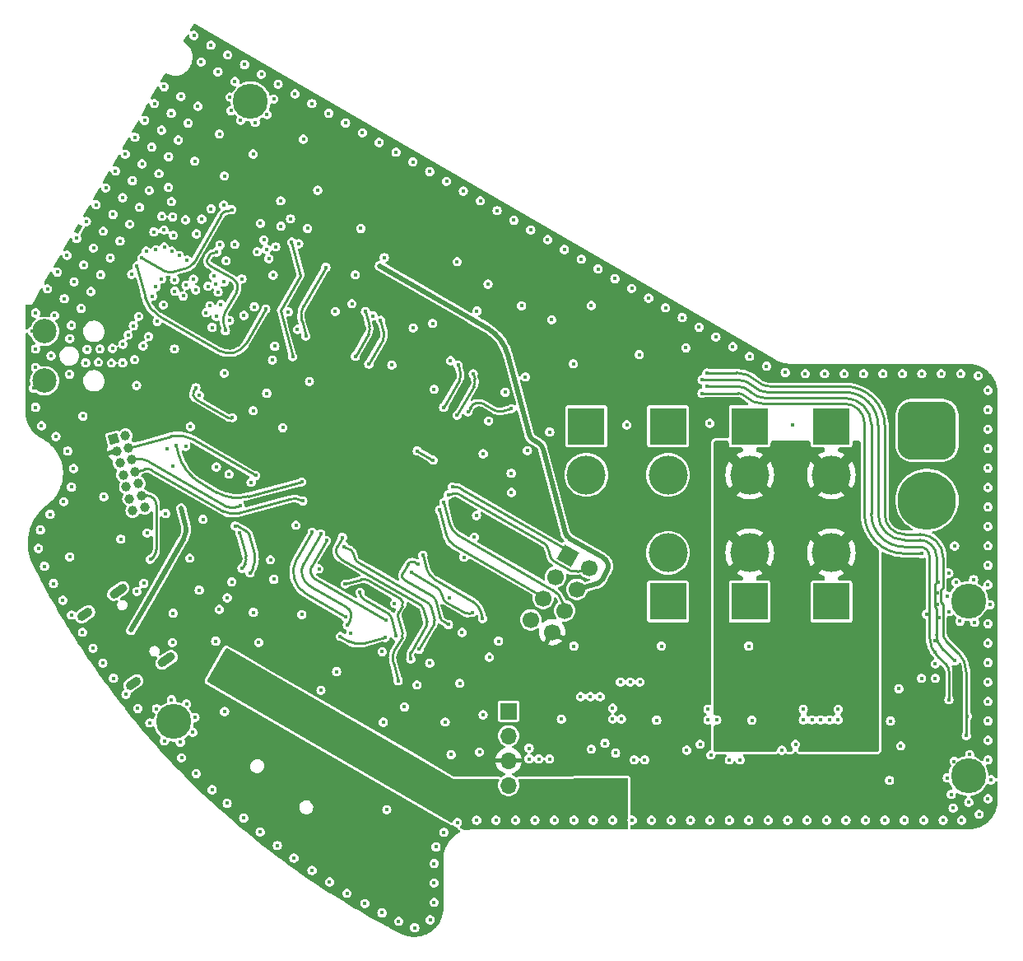
<source format=gbr>
%TF.GenerationSoftware,KiCad,Pcbnew,7.0.9*%
%TF.CreationDate,2024-01-30T02:49:12+00:00*%
%TF.ProjectId,main_PCB_v1,6d61696e-5f50-4434-925f-76312e6b6963,rev?*%
%TF.SameCoordinates,Original*%
%TF.FileFunction,Copper,L3,Inr*%
%TF.FilePolarity,Positive*%
%FSLAX46Y46*%
G04 Gerber Fmt 4.6, Leading zero omitted, Abs format (unit mm)*
G04 Created by KiCad (PCBNEW 7.0.9) date 2024-01-30 02:49:12*
%MOMM*%
%LPD*%
G01*
G04 APERTURE LIST*
G04 Aperture macros list*
%AMRoundRect*
0 Rectangle with rounded corners*
0 $1 Rounding radius*
0 $2 $3 $4 $5 $6 $7 $8 $9 X,Y pos of 4 corners*
0 Add a 4 corners polygon primitive as box body*
4,1,4,$2,$3,$4,$5,$6,$7,$8,$9,$2,$3,0*
0 Add four circle primitives for the rounded corners*
1,1,$1+$1,$2,$3*
1,1,$1+$1,$4,$5*
1,1,$1+$1,$6,$7*
1,1,$1+$1,$8,$9*
0 Add four rect primitives between the rounded corners*
20,1,$1+$1,$2,$3,$4,$5,0*
20,1,$1+$1,$4,$5,$6,$7,0*
20,1,$1+$1,$6,$7,$8,$9,0*
20,1,$1+$1,$8,$9,$2,$3,0*%
%AMHorizOval*
0 Thick line with rounded ends*
0 $1 width*
0 $2 $3 position (X,Y) of the first rounded end (center of the circle)*
0 $4 $5 position (X,Y) of the second rounded end (center of the circle)*
0 Add line between two ends*
20,1,$1,$2,$3,$4,$5,0*
0 Add two circle primitives to create the rounded ends*
1,1,$1,$2,$3*
1,1,$1,$4,$5*%
%AMRotRect*
0 Rectangle, with rotation*
0 The origin of the aperture is its center*
0 $1 length*
0 $2 width*
0 $3 Rotation angle, in degrees counterclockwise*
0 Add horizontal line*
21,1,$1,$2,0,0,$3*%
G04 Aperture macros list end*
%TA.AperFunction,ComponentPad*%
%ADD10HorizOval,1.700000X0.000000X0.000000X0.000000X0.000000X0*%
%TD*%
%TA.AperFunction,ComponentPad*%
%ADD11RotRect,1.700000X1.700000X330.000000*%
%TD*%
%TA.AperFunction,ComponentPad*%
%ADD12HorizOval,1.000000X0.000000X0.000000X0.000000X0.000000X0*%
%TD*%
%TA.AperFunction,ComponentPad*%
%ADD13RotRect,1.000000X1.000000X15.000000*%
%TD*%
%TA.AperFunction,ComponentPad*%
%ADD14RotRect,0.900000X0.500000X60.000000*%
%TD*%
%TA.AperFunction,ComponentPad*%
%ADD15C,4.000000*%
%TD*%
%TA.AperFunction,ComponentPad*%
%ADD16R,3.800000X3.800000*%
%TD*%
%TA.AperFunction,ComponentPad*%
%ADD17C,2.500000*%
%TD*%
%TA.AperFunction,ComponentPad*%
%ADD18O,1.700000X1.700000*%
%TD*%
%TA.AperFunction,ComponentPad*%
%ADD19R,1.700000X1.700000*%
%TD*%
%TA.AperFunction,ComponentPad*%
%ADD20C,6.000000*%
%TD*%
%TA.AperFunction,ComponentPad*%
%ADD21RoundRect,1.500000X-1.500000X1.500000X-1.500000X-1.500000X1.500000X-1.500000X1.500000X1.500000X0*%
%TD*%
%TA.AperFunction,ComponentPad*%
%ADD22C,3.600000*%
%TD*%
%TA.AperFunction,ComponentPad*%
%ADD23HorizOval,0.900000X-0.327661X-0.229431X0.327661X0.229431X0*%
%TD*%
%TA.AperFunction,ComponentPad*%
%ADD24HorizOval,0.900000X-0.450534X-0.315467X0.450534X0.315467X0*%
%TD*%
%TA.AperFunction,ViaPad*%
%ADD25C,0.450000*%
%TD*%
%TA.AperFunction,Conductor*%
%ADD26C,0.500000*%
%TD*%
%TA.AperFunction,Conductor*%
%ADD27C,0.250000*%
%TD*%
%TA.AperFunction,Conductor*%
%ADD28C,0.252200*%
%TD*%
G04 APERTURE END LIST*
D10*
%TO.N,+3.3V*%
%TO.C,J204*%
X158227886Y-108832266D03*
%TO.N,GND*%
X156028181Y-107562266D03*
%TO.N,/Microcontroller/GPIO4*%
X159497886Y-106632561D03*
%TO.N,/Microcontroller/GPIO3*%
X157298181Y-105362561D03*
%TO.N,+5V*%
X160767886Y-104432857D03*
%TO.N,GND*%
X158568181Y-103162857D03*
%TO.N,/Microcontroller/GPIO2*%
X162037886Y-102233152D03*
D11*
%TO.N,/Microcontroller/GPIO1*%
X159838181Y-100963152D03*
%TD*%
D12*
%TO.N,/Microcontroller/USART1_TX*%
%TO.C,J205*%
X116297724Y-96013774D03*
%TO.N,/Microcontroller/USART1_RX*%
X115070998Y-96342474D03*
%TO.N,/Microcontroller/NRST*%
X115969024Y-94787048D03*
%TO.N,GND*%
X114742298Y-95115748D03*
%TO.N,unconnected-(J205-JTDI{slash}NC-Pad10)*%
X115640324Y-93560322D03*
%TO.N,unconnected-(J205-JRCLK{slash}NC-Pad9)*%
X114413598Y-93889022D03*
%TO.N,/Microcontroller/SWO*%
X115311623Y-92333596D03*
%TO.N,GND*%
X114084898Y-92662296D03*
%TO.N,/Microcontroller/SWCLK*%
X114982923Y-91106870D03*
%TO.N,GND*%
X113756197Y-91435571D03*
%TO.N,/Microcontroller/SWDIO*%
X114654223Y-89880145D03*
%TO.N,+3.3V*%
X113427497Y-90208845D03*
%TO.N,unconnected-(J205-NC-Pad2)*%
X114325523Y-88653419D03*
D13*
%TO.N,unconnected-(J205-NC-Pad1)*%
X113098797Y-88982119D03*
%TD*%
D14*
%TO.N,GND*%
%TO.C,AE401*%
X109427050Y-67400972D03*
%TD*%
D15*
%TO.N,VBAT*%
%TO.C,J310*%
X186942364Y-100691544D03*
D16*
%TO.N,/Power/TRIG2_D*%
X186942364Y-105691544D03*
%TD*%
D17*
%TO.N,GND*%
%TO.C,J401*%
X106002523Y-77918018D03*
X106002523Y-82998018D03*
%TD*%
D18*
%TO.N,GND*%
%TO.C,J207*%
X153747828Y-124580131D03*
%TO.N,+3.3V*%
X153747828Y-122040131D03*
%TO.N,/Microcontroller/I2C1_SCL*%
X153747828Y-119500131D03*
D19*
%TO.N,/Microcontroller/I2C1_SDA*%
X153747828Y-116960131D03*
%TD*%
D15*
%TO.N,VBAT*%
%TO.C,J309*%
X178542361Y-100691548D03*
D16*
%TO.N,/Power/TRIG1_D*%
X178542361Y-105691548D03*
%TD*%
D15*
%TO.N,+12V*%
%TO.C,J302*%
X170142366Y-100691551D03*
D16*
%TO.N,GND*%
X170142366Y-105691551D03*
%TD*%
%TO.N,GND*%
%TO.C,J306*%
X178542368Y-87669384D03*
D15*
%TO.N,VBAT*%
X178542368Y-92669384D03*
%TD*%
D20*
%TO.N,VBAT*%
%TO.C,J301*%
X196782834Y-95296321D03*
D21*
%TO.N,GND*%
X196782834Y-88096321D03*
%TD*%
D22*
%TO.N,GND*%
%TO.C,OL101*%
X119299077Y-118044467D03*
X201041077Y-123635467D03*
X201041077Y-105635467D03*
X127190077Y-54272467D03*
%TD*%
D15*
%TO.N,VBAT*%
%TO.C,J305*%
X186942364Y-92669384D03*
D16*
%TO.N,GND*%
X186942364Y-87669384D03*
%TD*%
D15*
%TO.N,VBAT*%
%TO.C,J307*%
X170142369Y-92669385D03*
D16*
%TO.N,GND*%
X170142369Y-87669385D03*
%TD*%
D23*
%TO.N,GND*%
%TO.C,J203*%
X115131884Y-114095847D03*
X110170448Y-107010181D03*
D24*
X118547748Y-111704033D03*
X113586312Y-104618368D03*
%TD*%
D15*
%TO.N,VBAT*%
%TO.C,J308*%
X161742362Y-92669384D03*
D16*
%TO.N,GND*%
X161742362Y-87669384D03*
%TD*%
D25*
%TO.N,GND*%
X123983660Y-57628459D03*
X108567634Y-82329798D03*
X106665968Y-80423580D03*
X108608789Y-78658517D03*
X115034521Y-62432328D03*
X105575338Y-98328804D03*
X203375335Y-124028804D03*
X156448919Y-128172765D03*
X114598015Y-78288387D03*
X115494690Y-104655478D03*
X138525353Y-67343265D03*
X117452565Y-69544154D03*
X154448918Y-128172763D03*
X145624625Y-61495882D03*
X154284879Y-66495881D03*
X124494427Y-61947299D03*
X123107968Y-48495880D03*
X105375334Y-100228802D03*
X194448922Y-128172764D03*
X171605391Y-76495880D03*
X203048920Y-99972765D03*
X123245234Y-125038596D03*
X180265641Y-81495882D03*
X158448920Y-128172765D03*
X108775338Y-93928803D03*
X167748919Y-121972767D03*
X147639500Y-105340072D03*
X152705266Y-109765903D03*
X120600753Y-116214605D03*
X164677185Y-72495885D03*
X176448919Y-128172765D03*
X107874550Y-105562677D03*
X120034525Y-53772077D03*
X197624461Y-109686383D03*
X137118773Y-135698967D03*
X166409234Y-73495883D03*
X112034520Y-67628483D03*
X184048920Y-117872764D03*
X114766571Y-66896430D03*
X203048921Y-107972764D03*
X106575338Y-96728804D03*
X125175338Y-55228803D03*
X125258830Y-103676147D03*
X174248918Y-117872764D03*
X155455785Y-82601870D03*
X142160525Y-59495880D03*
X116034524Y-60700281D03*
X160448917Y-128172768D03*
X109302473Y-68360536D03*
X128568565Y-68521904D03*
X199024460Y-102786382D03*
X156016930Y-67495884D03*
X111302472Y-64896432D03*
X123636514Y-73064463D03*
X203048920Y-95972765D03*
X126502051Y-76269985D03*
X201175338Y-121428804D03*
X199075337Y-106728804D03*
X127585063Y-75394155D03*
X153389757Y-84180330D03*
X168448920Y-128172765D03*
X116693460Y-78458959D03*
X203048919Y-89972765D03*
X160405412Y-81245893D03*
X120514842Y-89738386D03*
X124505033Y-82227170D03*
X157948917Y-121872767D03*
X172048919Y-120972762D03*
X116302472Y-56236176D03*
X123416897Y-72244849D03*
X202048922Y-82472764D03*
X140734067Y-110850631D03*
X203048918Y-111972765D03*
X190248918Y-82272765D03*
X124438676Y-64925073D03*
X135232323Y-55495886D03*
X141730465Y-81374819D03*
X200175336Y-107728804D03*
X123613365Y-109771588D03*
X193024459Y-117986383D03*
X148475336Y-128428805D03*
X126485703Y-127957885D03*
X122304776Y-97238127D03*
X190448920Y-128172768D03*
X115302472Y-57968228D03*
X126175334Y-56228804D03*
X161148920Y-115472764D03*
X120549680Y-73179797D03*
X155848918Y-121872767D03*
X121766572Y-54772077D03*
X121375914Y-47495883D03*
X164748920Y-121272760D03*
X107975337Y-95428803D03*
X108302474Y-70092585D03*
X183248920Y-120372761D03*
X122620963Y-75992231D03*
X145675336Y-138428803D03*
X203048917Y-115972765D03*
X167248917Y-113972763D03*
X151689759Y-87124818D03*
X125572067Y-52227931D03*
X182197692Y-82149470D03*
X120950877Y-101242421D03*
X118766571Y-59968227D03*
X148711372Y-114100563D03*
X114374044Y-115245913D03*
X119245388Y-68038899D03*
X109948369Y-86640052D03*
X150210079Y-99087699D03*
X131768218Y-53495884D03*
X124150383Y-75143192D03*
X167181949Y-80308586D03*
X105075338Y-85728801D03*
X154026102Y-94478152D03*
X125075339Y-53828805D03*
X169448921Y-110272765D03*
X137486470Y-108975630D03*
X139793159Y-76330331D03*
X115148015Y-77335756D03*
X117121220Y-74318066D03*
X143025141Y-116532372D03*
X178448920Y-128172765D03*
X146075340Y-134628803D03*
X121920473Y-84486737D03*
X193882773Y-114661404D03*
X115597359Y-116696601D03*
X127251305Y-93453467D03*
X115698015Y-76383128D03*
X178533592Y-80495883D03*
X199775336Y-103728803D03*
X162945132Y-71495883D03*
X157748982Y-68495881D03*
X130300384Y-64491082D03*
X188448916Y-128172764D03*
X128875336Y-55628803D03*
X182964188Y-87572945D03*
X117520509Y-116723369D03*
X114302472Y-59700279D03*
X117593463Y-76900118D03*
X135907404Y-75877686D03*
X172448920Y-128172766D03*
X108975339Y-92028806D03*
X174448919Y-128172765D03*
X203048918Y-93972766D03*
X200248921Y-82272765D03*
X131309231Y-66343708D03*
X118322181Y-69237938D03*
X123673589Y-76369026D03*
X121552307Y-73643191D03*
X132624907Y-58163139D03*
X133500269Y-54495882D03*
X134102408Y-63404031D03*
X111689170Y-79726652D03*
X118292757Y-67488897D03*
X113848816Y-99284278D03*
X131653990Y-132078721D03*
X111766573Y-72092586D03*
X133513823Y-133340080D03*
X120766574Y-56504123D03*
X106302473Y-73556684D03*
X150448918Y-128172765D03*
X110985041Y-110501802D03*
X110386541Y-79782868D03*
X192248920Y-82272762D03*
X128861956Y-84280759D03*
X112875165Y-81170696D03*
X203048922Y-121972767D03*
X108375335Y-90228803D03*
X119373847Y-72616399D03*
X174418997Y-87373648D03*
X111535932Y-81090308D03*
X112766574Y-70360533D03*
X184448917Y-128172765D03*
X198248918Y-82272764D03*
X196248918Y-82272767D03*
X122816898Y-73284081D03*
X122107963Y-50227929D03*
X164448918Y-117772765D03*
X121268423Y-119146955D03*
X199475338Y-126928804D03*
X115270612Y-80821657D03*
X117249937Y-67695117D03*
X196448917Y-128172767D03*
X119088088Y-69680133D03*
X198024461Y-107386383D03*
X109034522Y-72824633D03*
X123673807Y-91849877D03*
X121598345Y-123383976D03*
X192924461Y-124086384D03*
X145625141Y-112029046D03*
X121323241Y-72538196D03*
X119157550Y-109903671D03*
X127470213Y-86074305D03*
X199624461Y-99986384D03*
X162148920Y-115472764D03*
X148950974Y-108868533D03*
X166448919Y-128172768D03*
X109766574Y-75556683D03*
X127675337Y-56428806D03*
X123127436Y-65314990D03*
X178768778Y-117891549D03*
X129237649Y-101413018D03*
X124676705Y-70662801D03*
X137970802Y-72103774D03*
X187648922Y-116772764D03*
X105999659Y-102065636D03*
X166648920Y-121972764D03*
X111034523Y-69360532D03*
X114034524Y-64164381D03*
X175069489Y-78495884D03*
X200924459Y-117486381D03*
X176801539Y-79495882D03*
X197624461Y-113586381D03*
X180448919Y-128172765D03*
X118233656Y-75191271D03*
X201075335Y-126328804D03*
X126297151Y-72523133D03*
X116833786Y-118174732D03*
X118063335Y-66086270D03*
X124840017Y-49495882D03*
X121635283Y-67890695D03*
X201575334Y-103428802D03*
X120660451Y-70587938D03*
X194248919Y-82272768D03*
X148445415Y-70761215D03*
X163148919Y-115472766D03*
X149088723Y-63495880D03*
X197624461Y-112086383D03*
X203048920Y-117972767D03*
X165897014Y-87534158D03*
X113766573Y-68628484D03*
X144075336Y-139228801D03*
X124782308Y-126440495D03*
X145929503Y-77101872D03*
X129595413Y-103410369D03*
X124792196Y-105312762D03*
X186248921Y-82272765D03*
X117448015Y-73352041D03*
X136044810Y-112898018D03*
X164448918Y-116672765D03*
X173448920Y-120372761D03*
X115766572Y-65164378D03*
X138945804Y-136739135D03*
X117034524Y-58968231D03*
X146275337Y-130928803D03*
X147356676Y-62495882D03*
X152448922Y-128172762D03*
X128824779Y-69478121D03*
X123968636Y-106510825D03*
X185848917Y-117872765D03*
X118034617Y-72536014D03*
X162248919Y-120872766D03*
X119179359Y-66153259D03*
X151128986Y-90496100D03*
X146075336Y-132628803D03*
X154010080Y-92505910D03*
X105075336Y-76028802D03*
X127489918Y-106811789D03*
X165248917Y-113972763D03*
X124456130Y-72844851D03*
X105075338Y-81628804D03*
X123246793Y-77508259D03*
X157967847Y-88267877D03*
X196724461Y-106986383D03*
X127470613Y-59690638D03*
X130311383Y-67103251D03*
X116550878Y-98642422D03*
X174548918Y-121472764D03*
X117302473Y-54504124D03*
X201675337Y-107828806D03*
X110233307Y-81146527D03*
X197624460Y-110886380D03*
X142427795Y-138573731D03*
X162448921Y-128172764D03*
X107175339Y-88728803D03*
X200348917Y-128172767D03*
X203048921Y-109972765D03*
X132141278Y-68902554D03*
X129516881Y-72129369D03*
X112991798Y-79670438D03*
X203048918Y-119972767D03*
X121912662Y-104517292D03*
X203048917Y-83972766D03*
X151622914Y-73057623D03*
X162242974Y-75263137D03*
X128180074Y-129383932D03*
X168968778Y-117891550D03*
X108766574Y-77288736D03*
X184948921Y-117872766D03*
X142005785Y-105897953D03*
X147822846Y-121439537D03*
X133251299Y-83061161D03*
X198875336Y-105128806D03*
X138696419Y-57495881D03*
X123020962Y-75299410D03*
X168141288Y-74495883D03*
X108034526Y-74556684D03*
X182448920Y-128172765D03*
X156848919Y-121872764D03*
X187648921Y-117872766D03*
X152552828Y-65495882D03*
X124042856Y-69027686D03*
X121485716Y-117609224D03*
X129081000Y-70434340D03*
X159168778Y-117791547D03*
X123856129Y-73884084D03*
X132469324Y-107032615D03*
X146060595Y-83874817D03*
X118733912Y-63124796D03*
X119368690Y-79723578D03*
X118328323Y-120021483D03*
X155848917Y-120772765D03*
X143930466Y-77564307D03*
X132015189Y-77720950D03*
X173337436Y-77495883D03*
X150443697Y-96854677D03*
X116143459Y-79411587D03*
X119196299Y-91805135D03*
X106922361Y-103836688D03*
X126572065Y-50495885D03*
X197824460Y-104786380D03*
X198875337Y-123828805D03*
X119049938Y-64577426D03*
X110034525Y-71092584D03*
X196224461Y-113586381D03*
X113302471Y-61432332D03*
X125036022Y-76809218D03*
X192448920Y-128172766D03*
X108777553Y-107078951D03*
X140854449Y-118109149D03*
X176448921Y-121972765D03*
X114041191Y-81151078D03*
X124972840Y-92599875D03*
X108596489Y-101101857D03*
X120259487Y-74282422D03*
X199275337Y-125528804D03*
X149146680Y-101129560D03*
X119393462Y-73782424D03*
X186748922Y-117872764D03*
X134244568Y-102340775D03*
X128207921Y-66813581D03*
X166248920Y-113972767D03*
X140428474Y-58495883D03*
X194067452Y-120541529D03*
X118302474Y-52772076D03*
X119766574Y-58236178D03*
X120995227Y-87706333D03*
X123840017Y-51227932D03*
X125568690Y-68984863D03*
X129947350Y-130783345D03*
X110766573Y-73824634D03*
X198448919Y-128172765D03*
X175148920Y-117872764D03*
X203048919Y-103972763D03*
X113034521Y-65896429D03*
X163648919Y-120272765D03*
X177548921Y-121972765D03*
X129440791Y-80861162D03*
X119055210Y-115776941D03*
X111997825Y-112026660D03*
X159481031Y-69495882D03*
X137628093Y-75080332D03*
X116211631Y-103826792D03*
X129575340Y-54028807D03*
X203048917Y-125972766D03*
X186448918Y-128172767D03*
X120505195Y-66456849D03*
X188248915Y-82272767D03*
X115469651Y-83476911D03*
X151755269Y-111411354D03*
X133041278Y-67343711D03*
X146075336Y-136628805D03*
X104880562Y-83764915D03*
X129689712Y-79447044D03*
X124523875Y-116994534D03*
X130501300Y-87824305D03*
X118633867Y-89979301D03*
X147217590Y-118087872D03*
X161213084Y-70495882D03*
X203048920Y-97972763D03*
X105075340Y-79728807D03*
X113087619Y-113583051D03*
X158168104Y-76721020D03*
X128040862Y-109902934D03*
X147075337Y-129428806D03*
X141211371Y-127090944D03*
X160448922Y-110272764D03*
X128304119Y-51495883D03*
X170448918Y-128172765D03*
X109900148Y-108856525D03*
X184048919Y-116772767D03*
X164448914Y-128172765D03*
X119034522Y-55504125D03*
X181848916Y-120972765D03*
X147760594Y-80930333D03*
X143892574Y-60495882D03*
X203048918Y-91972766D03*
X155073619Y-75280828D03*
X116459746Y-69663770D03*
X165348920Y-117772766D03*
X140951107Y-70324707D03*
X199575339Y-122128802D03*
X169873337Y-75495883D03*
X150820780Y-64495883D03*
X151115666Y-117336203D03*
X118034522Y-57236178D03*
X119218228Y-106891529D03*
X203048921Y-101972767D03*
X120090733Y-121753910D03*
X130036168Y-52495884D03*
X202148919Y-127572764D03*
X197924461Y-103686384D03*
X134437840Y-114813130D03*
X114973144Y-72038642D03*
X107034522Y-76288736D03*
X144325143Y-114280712D03*
X155682928Y-90180066D03*
X127868563Y-69734336D03*
X119968444Y-120167076D03*
X117766572Y-61700281D03*
X118450879Y-96642422D03*
X136964370Y-56495882D03*
X129781001Y-69221902D03*
X178448919Y-110272765D03*
X171972845Y-79610507D03*
X174248920Y-116772765D03*
X114048015Y-79241011D03*
X131092949Y-75918324D03*
X116766573Y-63432332D03*
X104695885Y-77884784D03*
X203048919Y-87972767D03*
X203048919Y-113972763D03*
X135316298Y-134519521D03*
X150477388Y-75824705D03*
X110302471Y-66628484D03*
X122167631Y-66377428D03*
X107302472Y-71824635D03*
X131870662Y-97852506D03*
X203048918Y-85972765D03*
X121449937Y-60420503D03*
X150751307Y-121167294D03*
X119867510Y-70130133D03*
X140715479Y-137697388D03*
X197824459Y-105986383D03*
X203275337Y-106028804D03*
X105675338Y-87628806D03*
X112302474Y-63164378D03*
X184248918Y-82272766D03*
X112094520Y-94922807D03*
%TO.N,+5V*%
X149987392Y-76673409D03*
X140461109Y-71173409D03*
%TO.N,+3.3V*%
X147154370Y-80580328D03*
X152205267Y-110631931D03*
X151225140Y-102329559D03*
X132563478Y-98252506D03*
X156585910Y-90644433D03*
X154718924Y-94878147D03*
X142157833Y-133034597D03*
X140110334Y-105380965D03*
X155955781Y-81735844D03*
X117462589Y-85608017D03*
X136149825Y-103440772D03*
X143324436Y-107813980D03*
X150610078Y-98394881D03*
X143237646Y-77164307D03*
X198342362Y-118491546D03*
X129040790Y-81553983D03*
X127070211Y-86767124D03*
X153610077Y-93198725D03*
X126432436Y-75190564D03*
X117402084Y-102239241D03*
X119941799Y-67632683D03*
X145367772Y-83474818D03*
X127939919Y-106032364D03*
X130101299Y-88517122D03*
X120359780Y-82148307D03*
X150996940Y-86724821D03*
X146429505Y-76235846D03*
X152696935Y-83780332D03*
X138320917Y-75480331D03*
X141037646Y-80974820D03*
X129930467Y-101813020D03*
X126851301Y-94146285D03*
X123782506Y-93621598D03*
X140293218Y-111664205D03*
X127948460Y-74564732D03*
X131004204Y-67503250D03*
X122320473Y-83793915D03*
X146907453Y-102608022D03*
X123275816Y-106110825D03*
X136121017Y-116203019D03*
X150728992Y-91188920D03*
X132851303Y-83753985D03*
X126346857Y-69895011D03*
%TO.N,VBUS*%
X120057778Y-96113019D03*
X114879663Y-108653386D03*
%TO.N,/Wireless/VDD_PA*%
X116004962Y-70332703D03*
X125261402Y-65400078D03*
%TO.N,/Microcontroller/SDMMC2_CD*%
X136423714Y-109280984D03*
X141033452Y-109382084D03*
%TO.N,/Microcontroller/SDMMC2_D2*%
X135001752Y-99429298D03*
X141142385Y-107593406D03*
%TO.N,/Microcontroller/SDMMC2_D0*%
X133529505Y-98579300D03*
X136951490Y-107252246D03*
%TO.N,/Microcontroller/SDMMC2_D1*%
X137146104Y-108115166D03*
X134415627Y-98744492D03*
%TO.N,/Wireless/VCTL*%
X124604442Y-77837957D03*
X123700874Y-69752991D03*
%TO.N,VBAT*%
X188728173Y-118940881D03*
X190528171Y-119740883D03*
X188728175Y-119740883D03*
X187828172Y-118940882D03*
X187828174Y-119740882D03*
X189628174Y-119740880D03*
X189628173Y-118940884D03*
X190528174Y-118940882D03*
%TO.N,/Microcontroller/NRST*%
X145991326Y-91166406D03*
X144345878Y-90216409D03*
X116883422Y-101360897D03*
X132461457Y-93400830D03*
X119539722Y-89689486D03*
%TO.N,/Microcontroller/BTN1*%
X174142365Y-83591550D03*
X199042367Y-115791551D03*
%TO.N,/Microcontroller/BOOT*%
X138444789Y-104765775D03*
X142164628Y-109222826D03*
%TO.N,/Microcontroller/BTN2*%
X154015236Y-85868591D03*
X174142361Y-82191548D03*
X200822364Y-119471546D03*
X149560941Y-86183654D03*
%TO.N,/Microcontroller/LEDR*%
X143679695Y-111598661D03*
X136645763Y-99100563D03*
%TO.N,/Microcontroller/LEDG*%
X144554332Y-110602520D03*
X136847196Y-100032890D03*
%TO.N,/Microcontroller/LEDB*%
X136929244Y-103890773D03*
X142379692Y-113850323D03*
%TO.N,/Microcontroller/CAN1_TX*%
X139361815Y-81277446D03*
X140572581Y-76780333D03*
%TO.N,/Microcontroller/CAN1_RX*%
X137976170Y-80477446D03*
X139013735Y-75880330D03*
%TO.N,/Microcontroller/CAN2_TX*%
X150098862Y-82280330D03*
X148449078Y-86537839D03*
%TO.N,/Microcontroller/CAN2_RX*%
X148540015Y-81380330D03*
X147063436Y-85737836D03*
%TO.N,/Microcontroller/SWDIO*%
X127719603Y-92742347D03*
%TO.N,/Microcontroller/SWCLK*%
X126105507Y-95838044D03*
%TO.N,/Microcontroller/SWO*%
X132569225Y-95361332D03*
%TO.N,/Microcontroller/NRF24_CE*%
X128769510Y-75623852D03*
X115504961Y-71198726D03*
%TO.N,/Microcontroller/MAG_INT*%
X151053602Y-107426676D03*
X144924085Y-100943310D03*
%TO.N,/Microcontroller/MAG_DRDY*%
X150014370Y-106826670D03*
X143719186Y-102730263D03*
%TO.N,/Microcontroller/SPI4_MOSI*%
X144410570Y-101851525D03*
X147565335Y-108068531D03*
%TO.N,/Microcontroller/NRF24_IRQ*%
X131428150Y-68743945D03*
X131531808Y-80503604D03*
%TO.N,/Microcontroller/SPI2.MISO*%
X134940790Y-71334884D03*
X132881333Y-78401964D03*
%TO.N,/Microcontroller/I2C3_SDA*%
X125321172Y-86796546D03*
X121564250Y-83703726D03*
%TO.N,VSYS*%
X161101754Y-124484842D03*
X163301754Y-125384843D03*
X125302417Y-113941813D03*
X165501756Y-125384843D03*
X126039654Y-113425593D03*
X124892501Y-111787289D03*
X162201756Y-125384843D03*
X161101755Y-125384841D03*
X164401757Y-124484840D03*
X162201754Y-124484842D03*
X164401756Y-125384843D03*
X163301754Y-124484842D03*
X123991604Y-113638878D03*
X124728839Y-113122658D03*
X124155265Y-112303506D03*
X165501757Y-124484842D03*
X125466079Y-112606440D03*
X124565180Y-114458030D03*
%TO.N,/Microcontroller/SPI3_CS*%
X125594118Y-97923788D03*
X127141718Y-102743274D03*
%TO.N,/Microcontroller/SPI3_SCK*%
X126086941Y-98670195D03*
X126318991Y-102268274D03*
%TO.N,/Microcontroller/TRIG1*%
X199642362Y-111791546D03*
X173642365Y-82891547D03*
%TO.N,/Microcontroller/TRIG2*%
X196248920Y-100781548D03*
X173642364Y-84291546D03*
%TO.N,/Microcontroller/GPIO1*%
X147976005Y-93928846D03*
%TO.N,/Microcontroller/GPIO2*%
X147526006Y-94708267D03*
%TO.N,/Microcontroller/GPIO3*%
X146626006Y-96267110D03*
%TO.N,/Microcontroller/GPIO4*%
X147076006Y-95487688D03*
%TD*%
D26*
%TO.N,+5V*%
X149987392Y-76673409D02*
X140461109Y-71173409D01*
X153662107Y-80371693D02*
X155834455Y-88478994D01*
X156300379Y-89086199D02*
X156795373Y-89371986D01*
X149987392Y-76673409D02*
X151489995Y-77540936D01*
X160038390Y-99211774D02*
X163490183Y-101204668D01*
X162749425Y-103901903D02*
X160767888Y-104432858D01*
X157261299Y-89979189D02*
X159572464Y-98604567D01*
X163856207Y-102570693D02*
X163356632Y-103435982D01*
D27*
X140461109Y-71173409D02*
X140461109Y-71173409D01*
D26*
X155834479Y-88478988D02*
G75*
G03*
X156300379Y-89086198I965921J258788D01*
G01*
X163856221Y-102570701D02*
G75*
G03*
X163490183Y-101204668I-866021J500001D01*
G01*
X153662104Y-80371694D02*
G75*
G03*
X151489995Y-77540936I-4503104J-1206606D01*
G01*
X159572499Y-98604558D02*
G75*
G03*
X160038390Y-99211774I965901J258758D01*
G01*
X157261303Y-89979188D02*
G75*
G03*
X156795373Y-89371987I-965903J-258812D01*
G01*
X162749429Y-103901919D02*
G75*
G03*
X163356631Y-103435982I-258829J965919D01*
G01*
%TO.N,VBUS*%
X120297215Y-99269913D02*
X116129664Y-106488322D01*
X116129664Y-106488322D02*
X114879663Y-108653386D01*
X120057778Y-96113019D02*
X120497016Y-97752271D01*
X120297204Y-99269907D02*
G75*
G03*
X120497016Y-97752271I-1732004J1000007D01*
G01*
D28*
%TO.N,/Wireless/VDD_PA*%
X116004962Y-70332703D02*
X118376547Y-71701938D01*
X121273775Y-70925629D02*
X124110906Y-66011579D01*
X119135361Y-71801839D02*
X120666570Y-71391553D01*
X124718108Y-65545650D02*
X125261402Y-65400078D01*
X118376529Y-71701969D02*
G75*
G03*
X119135361Y-71801838I499971J866069D01*
G01*
X120666575Y-71391570D02*
G75*
G03*
X121273775Y-70925629I-258875J965970D01*
G01*
X124718117Y-65545682D02*
G75*
G03*
X124110906Y-66011579I258783J-965918D01*
G01*
D27*
%TO.N,/Microcontroller/SDMMC2_CD*%
X138804745Y-109979266D02*
X141033452Y-109382084D01*
X136423714Y-109280984D02*
X137287104Y-109779463D01*
X137287101Y-109779469D02*
G75*
G03*
X138804745Y-109979265I999999J1732069D01*
G01*
D28*
%TO.N,/Microcontroller/SDMMC2_D2*%
X133502073Y-102025597D02*
X135002075Y-99427522D01*
X141142711Y-107591624D02*
X133868099Y-103391621D01*
X133502079Y-102025600D02*
G75*
G03*
X133868099Y-103391620I866021J-500000D01*
G01*
%TO.N,/Microcontroller/SDMMC2_D0*%
X131934193Y-101341238D02*
X133529829Y-98577519D01*
X136951816Y-107250466D02*
X132889059Y-104904835D01*
X131934181Y-101341231D02*
G75*
G03*
X132889059Y-104904835I2259219J-1304369D01*
G01*
%TO.N,/Microcontroller/SDMMC2_D1*%
X132681853Y-101746263D02*
X134415953Y-98742711D01*
X137055406Y-106271043D02*
X133315735Y-104111943D01*
X137146428Y-108113382D02*
X137421430Y-107637070D01*
X137421466Y-107637091D02*
G75*
G03*
X137055406Y-106271043I-866066J499991D01*
G01*
X132681887Y-101746283D02*
G75*
G03*
X133315735Y-104111943I1499713J-865917D01*
G01*
D27*
%TO.N,/Wireless/VCTL*%
X122764833Y-70423037D02*
X122948784Y-70104434D01*
X125372718Y-72506050D02*
X122947844Y-71106047D01*
X123252385Y-69871466D02*
X123701197Y-69751211D01*
X124604766Y-77836174D02*
X124453156Y-77270350D01*
X124652955Y-75752717D02*
X125738740Y-73872076D01*
X123252382Y-69871455D02*
G75*
G03*
X122948785Y-70104434I129418J-482945D01*
G01*
X125738765Y-73872091D02*
G75*
G03*
X125372718Y-72506050I-866065J499991D01*
G01*
X124652948Y-75752713D02*
G75*
G03*
X124453157Y-77270350I1732052J-999987D01*
G01*
X122764808Y-70423023D02*
G75*
G03*
X122947844Y-71106046I433092J-249977D01*
G01*
%TO.N,/Microcontroller/NRST*%
X117501755Y-95787048D02*
X117501752Y-100328349D01*
X123693712Y-94458683D02*
X122128485Y-93554997D01*
X115969024Y-94787050D02*
X116501756Y-94787052D01*
X119742193Y-90445121D02*
X119539722Y-89689486D01*
X132461457Y-93400830D02*
X126925575Y-94884163D01*
X117208863Y-101035457D02*
X116883422Y-101360897D01*
X145991326Y-91166406D02*
X144345878Y-90216409D01*
X119742168Y-90445128D02*
G75*
G03*
X122128485Y-93554996I4947132J1325628D01*
G01*
X117208876Y-101035470D02*
G75*
G03*
X117501752Y-100328349I-707076J707070D01*
G01*
X117501748Y-95787048D02*
G75*
G03*
X116501756Y-94787052I-999948J48D01*
G01*
X123693695Y-94458712D02*
G75*
G03*
X126925575Y-94884162I2129505J3688512D01*
G01*
%TO.N,/Microcontroller/BTN1*%
X199042692Y-115789767D02*
X199042690Y-112903977D01*
X188349242Y-84770984D02*
X180160513Y-84770981D01*
X198749795Y-112196871D02*
X197862790Y-111309868D01*
X177363866Y-83589767D02*
X174142691Y-83589769D01*
X197042689Y-109329972D02*
X197042689Y-101070984D01*
X178604879Y-84126617D02*
X178565946Y-84087685D01*
X191049243Y-96670986D02*
X191049242Y-87470984D01*
X196042687Y-100070984D02*
X194449243Y-100070984D01*
X197042715Y-109329972D02*
G75*
G03*
X197862791Y-111309867I2799985J-28D01*
G01*
X199042707Y-112903977D02*
G75*
G03*
X198749795Y-112196871I-1000007J-23D01*
G01*
X191049216Y-87470984D02*
G75*
G03*
X188349242Y-84770984I-2700016J-16D01*
G01*
X178604877Y-84126619D02*
G75*
G03*
X180160513Y-84770981I1555623J1555619D01*
G01*
X178565970Y-84087661D02*
G75*
G03*
X177363866Y-83589767I-1202070J-1202139D01*
G01*
X197042716Y-101070984D02*
G75*
G03*
X196042687Y-100070984I-1000016J-16D01*
G01*
X191049216Y-96670986D02*
G75*
G03*
X194449243Y-100070984I3399984J-14D01*
G01*
%TO.N,/Microcontroller/BOOT*%
X138537922Y-105110352D02*
X138445116Y-104763993D01*
X142164951Y-109221046D02*
X141632919Y-107235453D01*
X141399956Y-106931847D02*
X138770882Y-105413958D01*
X141632917Y-107235453D02*
G75*
G03*
X141399956Y-106931848I-483017J-129447D01*
G01*
X138537900Y-105110358D02*
G75*
G03*
X138770882Y-105413958I483000J129458D01*
G01*
%TO.N,/Microcontroller/BTN2*%
X174161469Y-82170981D02*
X174142690Y-82189768D01*
X188349246Y-83570983D02*
X180545080Y-83570985D01*
X192449243Y-96770989D02*
X192449246Y-87670984D01*
X198442686Y-108975553D02*
X198442687Y-105995496D01*
X200822688Y-119469766D02*
X200822692Y-112929566D01*
X200002588Y-110949667D02*
X198735578Y-109682659D01*
X149810941Y-85750643D02*
X149560941Y-86183654D01*
X198224461Y-104504609D02*
X198442687Y-104286383D01*
X177165184Y-82170981D02*
X174161469Y-82170981D01*
X198442687Y-105995496D02*
X198224459Y-105777268D01*
X198224459Y-105777268D02*
X198224461Y-104504609D01*
X198442687Y-104286383D02*
X198442687Y-101170984D01*
X196042687Y-98770984D02*
X194449242Y-98770985D01*
X154015236Y-85868591D02*
X153049310Y-86127406D01*
X152290491Y-86027507D02*
X151176968Y-85384615D01*
X192449217Y-87670984D02*
G75*
G03*
X188349246Y-83570983I-4100017J-16D01*
G01*
X198442716Y-101170984D02*
G75*
G03*
X196042687Y-98770984I-2400016J-16D01*
G01*
X151176997Y-85384565D02*
G75*
G03*
X149810942Y-85750643I-499997J-866035D01*
G01*
X198442653Y-108975553D02*
G75*
G03*
X198735578Y-109682659I1000047J53D01*
G01*
X179357205Y-83078962D02*
G75*
G03*
X180545080Y-83570985I1187895J1187962D01*
G01*
X192449315Y-96770989D02*
G75*
G03*
X194449242Y-98770985I1999985J-11D01*
G01*
X200822686Y-112929566D02*
G75*
G03*
X200002587Y-110949668I-2800086J-34D01*
G01*
X179357228Y-83078939D02*
G75*
G03*
X177165184Y-82170981I-2192028J-2192061D01*
G01*
X152290496Y-86027498D02*
G75*
G03*
X153049310Y-86127406I500004J865998D01*
G01*
%TO.N,/Microcontroller/LEDR*%
X143608624Y-111333421D02*
X143679695Y-111598661D01*
X145284516Y-108137806D02*
X143658574Y-110954014D01*
X136509288Y-101336943D02*
X144734706Y-106085890D01*
X144967668Y-106389492D02*
X145334467Y-107758393D01*
X136645763Y-99100563D02*
X136143263Y-99970918D01*
X144967664Y-106389493D02*
G75*
G03*
X144734706Y-106085891I-482964J-129407D01*
G01*
X136143246Y-99970908D02*
G75*
G03*
X136509288Y-101336943I866054J-499992D01*
G01*
X145284514Y-108137805D02*
G75*
G03*
X145334467Y-107758393I-433014J250005D01*
G01*
X143658565Y-110954009D02*
G75*
G03*
X143608625Y-111333421I433035J-249991D01*
G01*
%TO.N,/Microcontroller/LEDG*%
X146054131Y-108004793D02*
X144554332Y-110602520D01*
X138149127Y-101590878D02*
X145467717Y-105816273D01*
X137767149Y-100731159D02*
X137916160Y-101287280D01*
X145700681Y-106119879D02*
X146104081Y-107625385D01*
X136847524Y-100031112D02*
X137534187Y-100427553D01*
X146054136Y-108004796D02*
G75*
G03*
X146104080Y-107625385I-433036J249996D01*
G01*
X145700681Y-106119879D02*
G75*
G03*
X145467717Y-105816274I-482981J-129421D01*
G01*
X137916174Y-101287276D02*
G75*
G03*
X138149127Y-101590878I482926J129376D01*
G01*
X137767176Y-100731152D02*
G75*
G03*
X137534187Y-100427553I-482976J-129448D01*
G01*
%TO.N,/Microcontroller/LEDB*%
X142380020Y-113848544D02*
X141855157Y-111889730D01*
X142014116Y-110682300D02*
X142781016Y-109353991D01*
X138578508Y-103447163D02*
X136929571Y-103888993D01*
X142402480Y-106809630D02*
X142798929Y-106122968D01*
X142615917Y-105439960D02*
X139337328Y-103547062D01*
X142830966Y-108974583D02*
X142352531Y-107189045D01*
X139337317Y-103547081D02*
G75*
G03*
X138578508Y-103447164I-500017J-866019D01*
G01*
X142402451Y-106809613D02*
G75*
G03*
X142352532Y-107189045I433149J-249987D01*
G01*
X142014114Y-110682299D02*
G75*
G03*
X141855158Y-111889730I1378086J-795601D01*
G01*
X142781021Y-109353994D02*
G75*
G03*
X142830965Y-108974583I-433021J249994D01*
G01*
X142798958Y-106122985D02*
G75*
G03*
X142615917Y-105439960I-433058J249985D01*
G01*
%TO.N,/Microcontroller/CAN1_TX*%
X140805032Y-78776503D02*
X139362139Y-81275666D01*
X140572907Y-76778552D02*
X140904932Y-78017685D01*
X140805029Y-78776501D02*
G75*
G03*
X140904931Y-78017685I-866029J500001D01*
G01*
%TO.N,/Microcontroller/CAN1_RX*%
X137976496Y-80475663D02*
X139319391Y-78149707D01*
X139419290Y-77390887D02*
X139014060Y-75878552D01*
X139319382Y-78149702D02*
G75*
G03*
X139419289Y-77390887I-865982J500002D01*
G01*
%TO.N,/Microcontroller/CAN2_TX*%
X150248196Y-82834670D02*
X150099188Y-82278553D01*
X148449403Y-86536060D02*
X150148297Y-83593486D01*
X150148302Y-83593489D02*
G75*
G03*
X150248196Y-82834670I-866002J499989D01*
G01*
%TO.N,/Microcontroller/CAN2_RX*%
X148540342Y-81378551D02*
X148762561Y-82207875D01*
X148662658Y-82966694D02*
X147063760Y-85736059D01*
X148662666Y-82966699D02*
G75*
G03*
X148762561Y-82207875I-866066J499999D01*
G01*
%TO.N,/Microcontroller/SWDIO*%
X127719929Y-92740563D02*
X121268506Y-89015837D01*
X118992049Y-88716136D02*
X114654551Y-89878363D01*
X121268503Y-89015843D02*
G75*
G03*
X118992049Y-88716136I-1500003J-2598057D01*
G01*
%TO.N,/Microcontroller/SWCLK*%
X125465018Y-96007965D02*
X126105831Y-95836262D01*
X126105831Y-95836262D02*
X126097412Y-95804840D01*
X116659601Y-91262357D02*
X124706200Y-95908066D01*
X114983249Y-91105089D02*
X115141962Y-91062558D01*
X116659599Y-91262360D02*
G75*
G03*
X115141962Y-91062559I-999999J-1732040D01*
G01*
X124706199Y-95908068D02*
G75*
G03*
X125465018Y-96007964I500001J866068D01*
G01*
%TO.N,/Microcontroller/SWO*%
X116277877Y-92072992D02*
X115311949Y-92331812D01*
X131186159Y-95179227D02*
X125878622Y-96601376D01*
X124360983Y-96401574D02*
X117036694Y-92172894D01*
X117036695Y-92172892D02*
G75*
G03*
X116277877Y-92072993I-499995J-866008D01*
G01*
X132569231Y-95361322D02*
G75*
G03*
X131186159Y-95179228I-911331J-1578378D01*
G01*
X124360988Y-96401566D02*
G75*
G03*
X125878622Y-96601376I1000012J1732066D01*
G01*
%TO.N,/Microcontroller/NRF24_CE*%
X115504961Y-71198726D02*
X116383517Y-74477548D01*
X126719832Y-79172782D02*
X128769833Y-75622076D01*
X117812081Y-76339285D02*
X123987780Y-79904827D01*
X123987788Y-79904814D02*
G75*
G03*
X126719831Y-79172782I1000012J1732014D01*
G01*
X116383519Y-74477548D02*
G75*
G03*
X117812081Y-76339284I2961581J793548D01*
G01*
%TO.N,/Microcontroller/MAG_INT*%
X150864060Y-106716302D02*
X151053924Y-107424893D01*
X146219499Y-103479035D02*
X150098467Y-105718556D01*
X144924409Y-100941528D02*
X145274254Y-102247166D01*
X145274273Y-102247161D02*
G75*
G03*
X146219499Y-103479034I1959627J525061D01*
G01*
X150864080Y-106716297D02*
G75*
G03*
X150098467Y-105718557I-1587180J-425303D01*
G01*
%TO.N,/Microcontroller/MAG_DRDY*%
X149254773Y-106876896D02*
X147231926Y-105709006D01*
X146264335Y-104197740D02*
X143719506Y-102728483D01*
X150014697Y-106824886D02*
X149634186Y-106926852D01*
X146998964Y-105405404D02*
X146895916Y-105020831D01*
X146895902Y-105020835D02*
G75*
G03*
X146264335Y-104197741I-1309402J-350865D01*
G01*
X146998956Y-105405406D02*
G75*
G03*
X147231926Y-105709006I482944J129406D01*
G01*
X149254781Y-106876882D02*
G75*
G03*
X149634186Y-106926852I250019J432982D01*
G01*
%TO.N,/Microcontroller/SPI4_MOSI*%
X147565335Y-108068531D02*
X146935907Y-107705135D01*
X146702945Y-107401529D02*
X146185454Y-105470226D01*
X144064160Y-101651525D02*
X144410570Y-101851525D01*
X145952489Y-105166624D02*
X143014159Y-103470177D01*
X142831149Y-102787167D02*
X143381150Y-101834537D01*
X144064193Y-101651468D02*
G75*
G03*
X143381151Y-101834537I-249993J-433032D01*
G01*
X142831202Y-102787197D02*
G75*
G03*
X143014159Y-103470176I432998J-250003D01*
G01*
X146185434Y-105470231D02*
G75*
G03*
X145952489Y-105166625I-482934J-129369D01*
G01*
X146702928Y-107401534D02*
G75*
G03*
X146935907Y-107705134I482972J129434D01*
G01*
%TO.N,/Microcontroller/NRF24_IRQ*%
X132350388Y-72185782D02*
X131428150Y-68743945D01*
X130269019Y-75790815D02*
X132350388Y-72185782D01*
X131531808Y-80503604D02*
X130269019Y-75790815D01*
%TO.N,/Microcontroller/SPI2.MISO*%
X132881660Y-78400181D02*
X132455748Y-76810670D01*
X132655552Y-75293031D02*
X134941336Y-71333937D01*
X134941336Y-71333937D02*
X134941114Y-71333104D01*
X132655530Y-75293018D02*
G75*
G03*
X132455749Y-76810670I1732070J-999982D01*
G01*
%TO.N,/Microcontroller/I2C3_SDA*%
X121564576Y-83701949D02*
X121552076Y-83723594D01*
X121552076Y-83723594D02*
X121356339Y-84062625D01*
X125134173Y-86844957D02*
X125321498Y-86794763D01*
X121579074Y-84893883D02*
X124906527Y-86814985D01*
X121356344Y-84062628D02*
G75*
G03*
X121579074Y-84893882I526956J-304272D01*
G01*
X124906522Y-86814993D02*
G75*
G03*
X125134173Y-86844957I149978J259693D01*
G01*
%TO.N,/Microcontroller/SPI3_CS*%
X127113253Y-98945792D02*
X127602627Y-100772160D01*
X127402829Y-102289794D02*
X127142041Y-102741492D01*
X125765200Y-97876249D02*
X126712027Y-98422907D01*
X125594443Y-97922004D02*
X125765200Y-97876249D01*
X127402827Y-102289793D02*
G75*
G03*
X127602626Y-100772160I-1732027J999993D01*
G01*
X127113241Y-98945795D02*
G75*
G03*
X126712027Y-98422907I-831841J-222905D01*
G01*
%TO.N,/Microcontroller/SPI3_SCK*%
X126612208Y-101759183D02*
X126319317Y-102266492D01*
X126087267Y-98668416D02*
X126712113Y-101000367D01*
X126612221Y-101759190D02*
G75*
G03*
X126712113Y-101000367I-866021J499990D01*
G01*
%TO.N,/Microcontroller/TRIG1*%
X191749244Y-96670982D02*
X191749246Y-87570984D01*
X197624460Y-106268154D02*
X197624461Y-103904612D01*
X196042689Y-99370983D02*
X194449244Y-99370983D01*
X199642689Y-111789766D02*
X198299187Y-110446262D01*
X197742688Y-109102760D02*
X197742689Y-106386381D01*
X197624461Y-103904612D02*
X197742686Y-103786381D01*
X188349243Y-84170986D02*
X180366982Y-84170986D01*
X177273915Y-82889769D02*
X173642688Y-82889764D01*
X197742686Y-103786381D02*
X197742688Y-101070986D01*
X197742689Y-106386381D02*
X197624460Y-106268154D01*
X191749314Y-87570984D02*
G75*
G03*
X188349243Y-84170986I-3400014J-16D01*
G01*
X178970981Y-83592702D02*
G75*
G03*
X180366982Y-84170986I1396019J1395902D01*
G01*
X178970970Y-83592713D02*
G75*
G03*
X177273915Y-82889769I-1697070J-1697087D01*
G01*
X197742722Y-109102760D02*
G75*
G03*
X198299187Y-110446262I1899978J-40D01*
G01*
X197742717Y-101070986D02*
G75*
G03*
X196042689Y-99370983I-1700017J-14D01*
G01*
X191749217Y-96670982D02*
G75*
G03*
X194449244Y-99370983I2699983J-18D01*
G01*
%TO.N,/Microcontroller/TRIG2*%
X196249250Y-100779768D02*
X196240464Y-100770985D01*
X190349245Y-96670985D02*
X190349245Y-87370984D01*
X188349244Y-85370983D02*
X179964028Y-85370983D01*
X196240464Y-100770985D02*
X194449244Y-100770981D01*
X177353815Y-84289767D02*
X173642690Y-84289771D01*
X178060917Y-84582665D02*
G75*
G03*
X179964028Y-85370983I1903083J1902965D01*
G01*
X190349217Y-87370984D02*
G75*
G03*
X188349244Y-85370983I-2000017J-16D01*
G01*
X178060900Y-84582682D02*
G75*
G03*
X177353815Y-84289767I-707100J-707018D01*
G01*
X190349219Y-96670985D02*
G75*
G03*
X194449244Y-100770981I4099981J-15D01*
G01*
%TO.N,/Microcontroller/GPIO1*%
X148744535Y-94026143D02*
X159669516Y-100333685D01*
X147976005Y-93928846D02*
X147985713Y-93926243D01*
X159669516Y-100333685D02*
X159838181Y-100963152D01*
X148744523Y-94026164D02*
G75*
G03*
X147985713Y-93926244I-500023J-866036D01*
G01*
%TO.N,/Microcontroller/GPIO2*%
X148704342Y-94695758D02*
X157339976Y-99681546D01*
X157805901Y-100288750D02*
X157994117Y-100991179D01*
X160745210Y-102579524D02*
X162037886Y-102233154D01*
X158460043Y-101598388D02*
X159986389Y-102479623D01*
X147526006Y-94708267D02*
X147945522Y-94595858D01*
X157994119Y-100991178D02*
G75*
G03*
X158460043Y-101598388I965881J258778D01*
G01*
X148704327Y-94695784D02*
G75*
G03*
X147945522Y-94595858I-500027J-866016D01*
G01*
X157805928Y-100288743D02*
G75*
G03*
X157339976Y-99681547I-965928J-258857D01*
G01*
X159986393Y-102479616D02*
G75*
G03*
X160745210Y-102579523I500007J866016D01*
G01*
%TO.N,/Microcontroller/GPIO3*%
X157298181Y-105362563D02*
X157173440Y-104897019D01*
X148231298Y-99994847D02*
X157256039Y-105205283D01*
X146626006Y-96267110D02*
X147299449Y-98780432D01*
X157256039Y-105205283D02*
X157298181Y-105362563D01*
X147299450Y-98780432D02*
G75*
G03*
X148231298Y-99994846I1931850J517632D01*
G01*
%TO.N,/Microcontroller/GPIO4*%
X148598700Y-98907158D02*
X158326282Y-104523378D01*
X159258134Y-105737792D02*
X159497885Y-106632564D01*
X147076006Y-95487688D02*
X147666850Y-97692745D01*
X147666844Y-97692747D02*
G75*
G03*
X148598700Y-98907158I1931856J517647D01*
G01*
X159258183Y-105737779D02*
G75*
G03*
X158326282Y-104523379I-1931883J-517721D01*
G01*
%TD*%
%TA.AperFunction,Conductor*%
%TO.N,VBAT*%
G36*
X176238156Y-89159835D02*
G01*
X176318938Y-89213811D01*
X176372914Y-89294593D01*
X176391868Y-89389881D01*
X176391868Y-89594060D01*
X176406401Y-89667123D01*
X176461765Y-89749983D01*
X176461767Y-89749985D01*
X176544628Y-89805350D01*
X176617692Y-89819883D01*
X176617693Y-89819884D01*
X177642901Y-89819884D01*
X177738189Y-89838838D01*
X177818971Y-89892814D01*
X177872947Y-89973596D01*
X177891901Y-90068884D01*
X177872947Y-90164172D01*
X177818971Y-90244954D01*
X177738189Y-90298930D01*
X177734563Y-90300399D01*
X177475819Y-90402842D01*
X177475808Y-90402847D01*
X177200155Y-90554388D01*
X177162116Y-90582024D01*
X178008747Y-91428655D01*
X177864790Y-91495784D01*
X177671290Y-91631274D01*
X177504258Y-91798306D01*
X177368768Y-91991805D01*
X177301639Y-92135763D01*
X176456451Y-91290575D01*
X176347272Y-91462614D01*
X176347270Y-91462617D01*
X176213329Y-91747256D01*
X176116123Y-92046425D01*
X176057177Y-92355428D01*
X176037425Y-92669384D01*
X176057177Y-92983339D01*
X176116123Y-93292342D01*
X176213329Y-93591511D01*
X176347270Y-93876148D01*
X176347271Y-93876150D01*
X176456451Y-94048191D01*
X177301638Y-93203003D01*
X177368768Y-93346962D01*
X177504258Y-93540462D01*
X177671290Y-93707494D01*
X177864790Y-93842984D01*
X178008745Y-93910111D01*
X177162115Y-94756741D01*
X177200153Y-94784377D01*
X177200155Y-94784378D01*
X177475814Y-94935923D01*
X177768305Y-95051728D01*
X178072983Y-95129956D01*
X178072988Y-95129957D01*
X178385086Y-95169384D01*
X178699650Y-95169384D01*
X179011747Y-95129957D01*
X179011752Y-95129956D01*
X179316430Y-95051728D01*
X179608918Y-94935924D01*
X179884581Y-94784377D01*
X179922618Y-94756742D01*
X179075988Y-93910112D01*
X179219946Y-93842984D01*
X179413446Y-93707494D01*
X179580478Y-93540462D01*
X179715968Y-93346963D01*
X179783096Y-93203004D01*
X180628283Y-94048191D01*
X180737463Y-93876152D01*
X180737464Y-93876150D01*
X180871406Y-93591511D01*
X180968612Y-93292342D01*
X181027558Y-92983339D01*
X181047310Y-92669384D01*
X181027558Y-92355428D01*
X180968612Y-92046425D01*
X180871406Y-91747256D01*
X180737465Y-91462619D01*
X180737462Y-91462613D01*
X180628283Y-91290575D01*
X179783096Y-92135761D01*
X179715968Y-91991806D01*
X179580478Y-91798306D01*
X179413446Y-91631274D01*
X179219946Y-91495784D01*
X179075987Y-91428654D01*
X179922618Y-90582024D01*
X179884584Y-90554390D01*
X179608915Y-90402841D01*
X179350173Y-90300399D01*
X179268553Y-90247698D01*
X179213314Y-90167774D01*
X179192866Y-90072796D01*
X179210320Y-89977222D01*
X179263021Y-89895602D01*
X179342945Y-89840363D01*
X179437923Y-89819915D01*
X179441835Y-89819884D01*
X180467043Y-89819884D01*
X180467043Y-89819883D01*
X180540108Y-89805350D01*
X180622969Y-89749985D01*
X180678334Y-89667124D01*
X180692868Y-89594058D01*
X180692868Y-89389881D01*
X180711822Y-89294593D01*
X180765798Y-89213811D01*
X180846580Y-89159835D01*
X180941864Y-89140881D01*
X184542869Y-89140882D01*
X184638152Y-89159835D01*
X184718934Y-89213811D01*
X184772910Y-89294593D01*
X184791864Y-89389881D01*
X184791864Y-89594060D01*
X184806397Y-89667123D01*
X184861761Y-89749983D01*
X184861763Y-89749985D01*
X184944624Y-89805350D01*
X185017688Y-89819883D01*
X185017689Y-89819884D01*
X186042897Y-89819884D01*
X186138185Y-89838838D01*
X186218967Y-89892814D01*
X186272943Y-89973596D01*
X186291897Y-90068884D01*
X186272943Y-90164172D01*
X186218967Y-90244954D01*
X186138185Y-90298930D01*
X186134559Y-90300399D01*
X185875815Y-90402842D01*
X185875804Y-90402847D01*
X185600151Y-90554388D01*
X185562112Y-90582024D01*
X186408743Y-91428655D01*
X186264786Y-91495784D01*
X186071286Y-91631274D01*
X185904254Y-91798306D01*
X185768764Y-91991805D01*
X185701635Y-92135763D01*
X184856447Y-91290575D01*
X184747268Y-91462614D01*
X184747266Y-91462617D01*
X184613325Y-91747256D01*
X184516119Y-92046425D01*
X184457173Y-92355428D01*
X184437421Y-92669384D01*
X184457173Y-92983339D01*
X184516119Y-93292342D01*
X184613325Y-93591511D01*
X184747266Y-93876148D01*
X184747267Y-93876150D01*
X184856447Y-94048191D01*
X185701634Y-93203003D01*
X185768764Y-93346962D01*
X185904254Y-93540462D01*
X186071286Y-93707494D01*
X186264786Y-93842984D01*
X186408741Y-93910111D01*
X185562111Y-94756741D01*
X185600149Y-94784377D01*
X185600151Y-94784378D01*
X185875810Y-94935923D01*
X186168301Y-95051728D01*
X186472979Y-95129956D01*
X186472984Y-95129957D01*
X186785082Y-95169384D01*
X187099646Y-95169384D01*
X187411743Y-95129957D01*
X187411748Y-95129956D01*
X187716426Y-95051728D01*
X188008914Y-94935924D01*
X188284577Y-94784377D01*
X188322614Y-94756742D01*
X187475984Y-93910112D01*
X187619942Y-93842984D01*
X187813442Y-93707494D01*
X187980474Y-93540462D01*
X188115964Y-93346963D01*
X188183092Y-93203004D01*
X189028279Y-94048191D01*
X189137459Y-93876152D01*
X189137460Y-93876150D01*
X189271402Y-93591511D01*
X189368608Y-93292342D01*
X189427554Y-92983339D01*
X189447306Y-92669384D01*
X189427554Y-92355428D01*
X189368608Y-92046425D01*
X189271402Y-91747256D01*
X189137461Y-91462619D01*
X189137458Y-91462613D01*
X189028279Y-91290575D01*
X188183092Y-92135761D01*
X188115964Y-91991806D01*
X187980474Y-91798306D01*
X187813442Y-91631274D01*
X187619942Y-91495784D01*
X187475983Y-91428654D01*
X188322614Y-90582024D01*
X188284580Y-90554390D01*
X188008911Y-90402841D01*
X187750169Y-90300399D01*
X187668549Y-90247698D01*
X187613310Y-90167774D01*
X187592862Y-90072796D01*
X187610316Y-89977222D01*
X187663017Y-89895602D01*
X187742941Y-89840363D01*
X187837919Y-89819915D01*
X187841831Y-89819884D01*
X188867039Y-89819884D01*
X188867039Y-89819883D01*
X188940104Y-89805350D01*
X189022965Y-89749985D01*
X189078330Y-89667124D01*
X189092864Y-89594058D01*
X189092864Y-89389881D01*
X189111818Y-89294594D01*
X189165794Y-89213812D01*
X189246576Y-89159836D01*
X189341860Y-89140882D01*
X189724748Y-89140882D01*
X189820033Y-89159836D01*
X189900815Y-89213812D01*
X189954791Y-89294594D01*
X189973745Y-89389882D01*
X189973745Y-96567819D01*
X189973719Y-96567944D01*
X189973718Y-96866388D01*
X190007778Y-97255716D01*
X190050018Y-97495270D01*
X190075641Y-97640587D01*
X190176790Y-98018082D01*
X190176792Y-98018087D01*
X190176791Y-98018086D01*
X190310456Y-98385327D01*
X190328960Y-98425008D01*
X190475619Y-98739519D01*
X190671025Y-99077971D01*
X190895186Y-99398104D01*
X191146395Y-99697482D01*
X191413016Y-99964101D01*
X191422743Y-99973828D01*
X191722121Y-100225034D01*
X191722128Y-100225039D01*
X191722124Y-100225037D01*
X191721984Y-100224939D01*
X191789171Y-100295117D01*
X191824388Y-100385664D01*
X191828173Y-100428914D01*
X191828173Y-120891880D01*
X191809219Y-120987168D01*
X191755243Y-121067950D01*
X191674461Y-121121926D01*
X191579173Y-121140880D01*
X183757751Y-121140881D01*
X183662463Y-121121927D01*
X183581681Y-121067951D01*
X183527705Y-120987169D01*
X183508751Y-120891881D01*
X183527705Y-120796593D01*
X183569566Y-120728825D01*
X183653050Y-120632479D01*
X183709851Y-120508103D01*
X183729310Y-120372761D01*
X183709851Y-120237419D01*
X183653050Y-120113043D01*
X183563509Y-120009706D01*
X183448481Y-119935783D01*
X183317287Y-119897261D01*
X183180553Y-119897261D01*
X183126019Y-119913273D01*
X183049361Y-119935782D01*
X183049359Y-119935783D01*
X182934329Y-120009707D01*
X182844790Y-120113043D01*
X182787989Y-120237418D01*
X182768530Y-120372761D01*
X182787989Y-120508103D01*
X182844789Y-120632478D01*
X182928271Y-120728822D01*
X182976346Y-120813248D01*
X182988453Y-120909646D01*
X182962749Y-121003339D01*
X182903147Y-121080064D01*
X182818721Y-121128139D01*
X182740088Y-121140881D01*
X182569237Y-121140881D01*
X182473949Y-121121927D01*
X182393167Y-121067951D01*
X182339191Y-120987169D01*
X182322772Y-120927320D01*
X182309847Y-120837423D01*
X182253046Y-120713047D01*
X182163505Y-120609710D01*
X182048477Y-120535787D01*
X181917283Y-120497265D01*
X181780549Y-120497265D01*
X181743638Y-120508103D01*
X181649357Y-120535786D01*
X181649355Y-120535787D01*
X181534325Y-120609711D01*
X181444786Y-120713047D01*
X181387984Y-120837425D01*
X181375059Y-120927320D01*
X181342737Y-121018940D01*
X181277813Y-121091217D01*
X181190172Y-121133148D01*
X181128594Y-121140882D01*
X175077173Y-121140882D01*
X174981885Y-121121928D01*
X174901103Y-121067952D01*
X174847127Y-120987170D01*
X174828173Y-120891882D01*
X174828173Y-118597264D01*
X174847127Y-118501976D01*
X174901103Y-118421194D01*
X174981885Y-118367218D01*
X175077173Y-118348264D01*
X175217286Y-118348264D01*
X175217287Y-118348264D01*
X175348481Y-118309742D01*
X175463509Y-118235819D01*
X175553050Y-118132482D01*
X175609851Y-118008106D01*
X175626609Y-117891549D01*
X178288388Y-117891549D01*
X178307847Y-118026891D01*
X178364648Y-118151267D01*
X178454189Y-118254604D01*
X178569217Y-118328527D01*
X178700411Y-118367049D01*
X178700412Y-118367049D01*
X178837144Y-118367049D01*
X178837145Y-118367049D01*
X178968339Y-118328527D01*
X179083367Y-118254604D01*
X179172908Y-118151267D01*
X179229709Y-118026891D01*
X179249168Y-117891549D01*
X179229709Y-117756207D01*
X179172908Y-117631831D01*
X179083367Y-117528494D01*
X178968339Y-117454571D01*
X178950125Y-117449223D01*
X178926885Y-117442399D01*
X178837145Y-117416049D01*
X178700411Y-117416049D01*
X178649162Y-117431097D01*
X178569219Y-117454570D01*
X178569217Y-117454571D01*
X178454187Y-117528495D01*
X178364648Y-117631831D01*
X178316426Y-117737422D01*
X178307847Y-117756207D01*
X178288388Y-117891549D01*
X175626609Y-117891549D01*
X175629310Y-117872764D01*
X175609851Y-117737422D01*
X175553050Y-117613046D01*
X175463509Y-117509709D01*
X175348481Y-117435786D01*
X175217287Y-117397264D01*
X175080553Y-117397264D01*
X175077173Y-117397264D01*
X174981885Y-117378310D01*
X174901103Y-117324334D01*
X174847127Y-117243552D01*
X174828173Y-117148264D01*
X174828173Y-116772767D01*
X183568529Y-116772767D01*
X183587988Y-116908109D01*
X183644789Y-117032485D01*
X183671668Y-117063505D01*
X183745993Y-117149282D01*
X183744991Y-117150149D01*
X183792498Y-117211299D01*
X183818206Y-117304991D01*
X183806102Y-117401389D01*
X183758030Y-117485817D01*
X183735572Y-117508276D01*
X183644790Y-117613046D01*
X183598918Y-117713492D01*
X183587989Y-117737422D01*
X183568530Y-117872764D01*
X183587989Y-118008106D01*
X183644790Y-118132482D01*
X183704570Y-118201473D01*
X183733892Y-118235313D01*
X183734331Y-118235819D01*
X183849359Y-118309742D01*
X183980553Y-118348264D01*
X183980554Y-118348264D01*
X184117286Y-118348264D01*
X184117287Y-118348264D01*
X184248481Y-118309742D01*
X184363509Y-118235819D01*
X184363512Y-118235815D01*
X184364297Y-118235311D01*
X184454706Y-118199739D01*
X184551846Y-118201472D01*
X184633537Y-118235310D01*
X184749353Y-118309740D01*
X184749360Y-118309744D01*
X184880554Y-118348266D01*
X184880555Y-118348266D01*
X185017287Y-118348266D01*
X185017288Y-118348266D01*
X185148482Y-118309744D01*
X185263510Y-118235821D01*
X185263511Y-118235818D01*
X185264299Y-118235313D01*
X185354708Y-118199741D01*
X185451848Y-118201475D01*
X185533537Y-118235312D01*
X185649352Y-118309741D01*
X185649353Y-118309741D01*
X185649356Y-118309743D01*
X185780550Y-118348265D01*
X185780551Y-118348265D01*
X185917283Y-118348265D01*
X185917284Y-118348265D01*
X186048478Y-118309743D01*
X186163506Y-118235820D01*
X186163506Y-118235819D01*
X186164301Y-118235309D01*
X186254710Y-118199737D01*
X186351849Y-118201472D01*
X186433539Y-118235308D01*
X186434331Y-118235817D01*
X186434333Y-118235819D01*
X186549361Y-118309742D01*
X186680555Y-118348264D01*
X186680556Y-118348264D01*
X186817288Y-118348264D01*
X186817289Y-118348264D01*
X186948483Y-118309742D01*
X187063511Y-118235819D01*
X187063514Y-118235815D01*
X187064299Y-118235311D01*
X187154707Y-118199739D01*
X187251847Y-118201473D01*
X187333538Y-118235310D01*
X187334330Y-118235819D01*
X187334332Y-118235821D01*
X187449360Y-118309744D01*
X187580554Y-118348266D01*
X187580555Y-118348266D01*
X187717287Y-118348266D01*
X187717288Y-118348266D01*
X187848482Y-118309744D01*
X187963510Y-118235821D01*
X188053051Y-118132484D01*
X188109852Y-118008108D01*
X188129311Y-117872766D01*
X188109852Y-117737424D01*
X188053051Y-117613048D01*
X187963510Y-117509711D01*
X187963509Y-117509710D01*
X187951847Y-117496251D01*
X187952847Y-117495384D01*
X187905337Y-117434227D01*
X187879631Y-117340535D01*
X187891736Y-117244137D01*
X187939810Y-117159709D01*
X187962272Y-117137248D01*
X187963509Y-117135820D01*
X187963511Y-117135819D01*
X188053052Y-117032482D01*
X188109853Y-116908106D01*
X188129312Y-116772764D01*
X188109853Y-116637422D01*
X188053052Y-116513046D01*
X187974057Y-116421880D01*
X187963512Y-116409710D01*
X187963511Y-116409709D01*
X187848483Y-116335786D01*
X187717289Y-116297264D01*
X187580555Y-116297264D01*
X187526021Y-116313276D01*
X187449363Y-116335785D01*
X187449361Y-116335786D01*
X187334331Y-116409710D01*
X187244792Y-116513046D01*
X187187991Y-116637421D01*
X187168532Y-116772764D01*
X187187991Y-116908106D01*
X187244793Y-117032484D01*
X187271670Y-117063502D01*
X187319746Y-117147928D01*
X187331853Y-117244326D01*
X187306150Y-117338019D01*
X187246547Y-117414743D01*
X187162121Y-117462819D01*
X187065723Y-117474926D01*
X186972030Y-117449223D01*
X186948872Y-117436036D01*
X186948484Y-117435786D01*
X186948480Y-117435785D01*
X186831337Y-117401389D01*
X186817289Y-117397264D01*
X186680555Y-117397264D01*
X186666507Y-117401389D01*
X186549363Y-117435785D01*
X186549358Y-117435787D01*
X186433535Y-117510221D01*
X186343126Y-117545791D01*
X186245987Y-117544056D01*
X186164300Y-117510220D01*
X186048481Y-117435788D01*
X186048475Y-117435786D01*
X185981256Y-117416049D01*
X185917284Y-117397265D01*
X185780550Y-117397265D01*
X185726016Y-117413277D01*
X185649358Y-117435786D01*
X185649352Y-117435788D01*
X185533536Y-117510218D01*
X185443126Y-117545789D01*
X185345987Y-117544054D01*
X185264300Y-117510218D01*
X185148485Y-117435789D01*
X185148479Y-117435787D01*
X185076809Y-117414743D01*
X185017288Y-117397266D01*
X184880554Y-117397266D01*
X184826020Y-117413278D01*
X184749362Y-117435787D01*
X184749353Y-117435791D01*
X184748968Y-117436039D01*
X184747833Y-117436485D01*
X184733161Y-117443186D01*
X184732801Y-117442399D01*
X184658559Y-117471609D01*
X184561419Y-117469874D01*
X184472338Y-117431097D01*
X184404878Y-117361181D01*
X184369308Y-117270772D01*
X184371043Y-117173632D01*
X184409820Y-117084551D01*
X184426170Y-117063505D01*
X184426173Y-117063502D01*
X184453049Y-117032485D01*
X184509850Y-116908109D01*
X184529309Y-116772767D01*
X184509850Y-116637425D01*
X184453049Y-116513049D01*
X184363508Y-116409712D01*
X184248480Y-116335789D01*
X184248466Y-116335785D01*
X184210614Y-116324670D01*
X184117286Y-116297267D01*
X183980552Y-116297267D01*
X183926018Y-116313279D01*
X183849360Y-116335788D01*
X183849358Y-116335789D01*
X183734328Y-116409713D01*
X183644789Y-116513049D01*
X183587990Y-116637421D01*
X183587988Y-116637425D01*
X183568529Y-116772767D01*
X174828173Y-116772767D01*
X174828173Y-110272765D01*
X177968529Y-110272765D01*
X177987988Y-110408107D01*
X178044789Y-110532483D01*
X178134330Y-110635820D01*
X178249358Y-110709743D01*
X178380552Y-110748265D01*
X178380553Y-110748265D01*
X178517285Y-110748265D01*
X178517286Y-110748265D01*
X178648480Y-110709743D01*
X178763508Y-110635820D01*
X178853049Y-110532483D01*
X178909850Y-110408107D01*
X178929309Y-110272765D01*
X178909850Y-110137423D01*
X178853049Y-110013047D01*
X178763508Y-109909710D01*
X178648480Y-109835787D01*
X178517286Y-109797265D01*
X178380552Y-109797265D01*
X178326018Y-109813277D01*
X178249360Y-109835786D01*
X178249358Y-109835787D01*
X178134328Y-109909711D01*
X178044789Y-110013047D01*
X177987988Y-110137423D01*
X177968529Y-110272765D01*
X174828173Y-110272765D01*
X174828173Y-100691548D01*
X176037418Y-100691548D01*
X176057170Y-101005503D01*
X176116116Y-101314506D01*
X176213322Y-101613675D01*
X176347263Y-101898312D01*
X176347264Y-101898314D01*
X176456444Y-102070355D01*
X177301631Y-101225167D01*
X177368761Y-101369126D01*
X177504251Y-101562626D01*
X177671283Y-101729658D01*
X177864783Y-101865148D01*
X178008738Y-101932275D01*
X177162108Y-102778905D01*
X177200146Y-102806541D01*
X177200148Y-102806542D01*
X177475808Y-102958088D01*
X177475812Y-102958089D01*
X177734556Y-103060533D01*
X177816176Y-103113234D01*
X177871415Y-103193158D01*
X177891863Y-103288136D01*
X177874409Y-103383710D01*
X177821708Y-103465330D01*
X177741784Y-103520569D01*
X177646806Y-103541017D01*
X177642894Y-103541048D01*
X176617684Y-103541048D01*
X176544621Y-103555581D01*
X176461761Y-103610945D01*
X176461758Y-103610948D01*
X176406394Y-103693808D01*
X176391861Y-103766871D01*
X176391861Y-107616224D01*
X176406394Y-107689287D01*
X176461758Y-107772147D01*
X176461760Y-107772149D01*
X176544621Y-107827514D01*
X176617685Y-107842047D01*
X176617686Y-107842048D01*
X176617687Y-107842048D01*
X180467036Y-107842048D01*
X180467036Y-107842047D01*
X180540101Y-107827514D01*
X180622962Y-107772149D01*
X180678327Y-107689288D01*
X180692861Y-107616222D01*
X180692861Y-103766874D01*
X180678327Y-103693808D01*
X180622962Y-103610947D01*
X180622960Y-103610945D01*
X180567968Y-103574201D01*
X180540101Y-103555582D01*
X180540100Y-103555581D01*
X180467037Y-103541048D01*
X180467035Y-103541048D01*
X179441828Y-103541048D01*
X179346540Y-103522094D01*
X179265758Y-103468118D01*
X179211782Y-103387336D01*
X179192828Y-103292048D01*
X179211782Y-103196760D01*
X179265758Y-103115978D01*
X179346540Y-103062002D01*
X179350166Y-103060533D01*
X179608908Y-102958090D01*
X179884574Y-102806541D01*
X179922611Y-102778906D01*
X179075981Y-101932276D01*
X179219939Y-101865148D01*
X179413439Y-101729658D01*
X179580471Y-101562626D01*
X179715961Y-101369127D01*
X179783089Y-101225168D01*
X180628276Y-102070355D01*
X180737456Y-101898316D01*
X180737457Y-101898314D01*
X180871399Y-101613675D01*
X180968605Y-101314506D01*
X181027551Y-101005503D01*
X181047303Y-100691548D01*
X181047303Y-100691544D01*
X184437421Y-100691544D01*
X184457173Y-101005499D01*
X184516119Y-101314502D01*
X184613325Y-101613671D01*
X184747266Y-101898308D01*
X184747267Y-101898310D01*
X184856447Y-102070351D01*
X185701634Y-101225163D01*
X185768764Y-101369122D01*
X185904254Y-101562622D01*
X186071286Y-101729654D01*
X186264786Y-101865144D01*
X186408741Y-101932271D01*
X185562111Y-102778901D01*
X185600149Y-102806537D01*
X185600151Y-102806538D01*
X185875811Y-102958084D01*
X185875815Y-102958085D01*
X186134559Y-103060529D01*
X186216179Y-103113230D01*
X186271418Y-103193154D01*
X186291866Y-103288132D01*
X186274412Y-103383706D01*
X186221711Y-103465326D01*
X186141787Y-103520565D01*
X186046809Y-103541013D01*
X186042897Y-103541044D01*
X185017687Y-103541044D01*
X184944624Y-103555577D01*
X184861764Y-103610941D01*
X184861761Y-103610944D01*
X184806397Y-103693804D01*
X184791864Y-103766867D01*
X184791864Y-107616220D01*
X184806397Y-107689283D01*
X184861761Y-107772143D01*
X184861764Y-107772146D01*
X184861770Y-107772150D01*
X184944624Y-107827510D01*
X185017688Y-107842043D01*
X185017689Y-107842044D01*
X185017690Y-107842044D01*
X188867039Y-107842044D01*
X188867039Y-107842043D01*
X188940104Y-107827510D01*
X189022965Y-107772145D01*
X189078330Y-107689284D01*
X189092864Y-107616218D01*
X189092864Y-103766870D01*
X189078330Y-103693804D01*
X189022966Y-103610944D01*
X189022963Y-103610941D01*
X188967971Y-103574197D01*
X188940104Y-103555578D01*
X188940103Y-103555577D01*
X188867040Y-103541044D01*
X188867038Y-103541044D01*
X187841831Y-103541044D01*
X187746543Y-103522090D01*
X187665761Y-103468114D01*
X187611785Y-103387332D01*
X187592831Y-103292044D01*
X187611785Y-103196756D01*
X187665761Y-103115974D01*
X187746543Y-103061998D01*
X187750169Y-103060529D01*
X188008911Y-102958086D01*
X188284577Y-102806537D01*
X188322614Y-102778902D01*
X187475984Y-101932272D01*
X187619942Y-101865144D01*
X187813442Y-101729654D01*
X187980474Y-101562622D01*
X188115964Y-101369123D01*
X188183092Y-101225164D01*
X189028279Y-102070351D01*
X189137459Y-101898312D01*
X189137460Y-101898310D01*
X189271402Y-101613671D01*
X189368608Y-101314502D01*
X189427554Y-101005499D01*
X189447306Y-100691544D01*
X189427554Y-100377588D01*
X189368608Y-100068585D01*
X189271402Y-99769416D01*
X189137461Y-99484779D01*
X189137458Y-99484773D01*
X189028279Y-99312735D01*
X188183092Y-100157921D01*
X188115964Y-100013966D01*
X187980474Y-99820466D01*
X187813442Y-99653434D01*
X187619942Y-99517944D01*
X187475983Y-99450814D01*
X188322614Y-98604184D01*
X188284580Y-98576550D01*
X188008914Y-98425003D01*
X187716426Y-98309199D01*
X187411748Y-98230971D01*
X187411743Y-98230970D01*
X187099646Y-98191544D01*
X186785082Y-98191544D01*
X186472984Y-98230970D01*
X186472979Y-98230971D01*
X186168301Y-98309199D01*
X185875810Y-98425004D01*
X185875804Y-98425007D01*
X185600151Y-98576548D01*
X185562112Y-98604184D01*
X186408743Y-99450815D01*
X186264786Y-99517944D01*
X186071286Y-99653434D01*
X185904254Y-99820466D01*
X185768764Y-100013965D01*
X185701635Y-100157923D01*
X184856447Y-99312735D01*
X184747268Y-99484774D01*
X184747266Y-99484777D01*
X184613325Y-99769416D01*
X184516119Y-100068585D01*
X184457173Y-100377588D01*
X184437421Y-100691544D01*
X181047303Y-100691544D01*
X181027551Y-100377592D01*
X180968605Y-100068589D01*
X180871399Y-99769420D01*
X180737458Y-99484783D01*
X180737455Y-99484777D01*
X180628276Y-99312739D01*
X179783089Y-100157925D01*
X179715961Y-100013970D01*
X179580471Y-99820470D01*
X179413439Y-99653438D01*
X179219939Y-99517948D01*
X179075980Y-99450818D01*
X179922611Y-98604188D01*
X179884577Y-98576554D01*
X179608911Y-98425007D01*
X179316423Y-98309203D01*
X179011745Y-98230975D01*
X179011740Y-98230974D01*
X178699643Y-98191548D01*
X178385079Y-98191548D01*
X178072981Y-98230974D01*
X178072976Y-98230975D01*
X177768298Y-98309203D01*
X177475807Y-98425008D01*
X177475801Y-98425011D01*
X177200148Y-98576552D01*
X177162109Y-98604188D01*
X178008740Y-99450819D01*
X177864783Y-99517948D01*
X177671283Y-99653438D01*
X177504251Y-99820470D01*
X177368761Y-100013969D01*
X177301632Y-100157927D01*
X176456444Y-99312739D01*
X176347265Y-99484778D01*
X176347263Y-99484781D01*
X176213322Y-99769420D01*
X176116116Y-100068589D01*
X176057170Y-100377592D01*
X176037418Y-100691548D01*
X174828173Y-100691548D01*
X174828173Y-89389881D01*
X174847127Y-89294593D01*
X174901103Y-89213811D01*
X174981885Y-89159835D01*
X175077172Y-89140881D01*
X176142868Y-89140881D01*
X176238156Y-89159835D01*
G37*
%TD.AperFunction*%
%TD*%
%TA.AperFunction,Conductor*%
%TO.N,+3.3V*%
G36*
X148273633Y-94942240D02*
G01*
X148297720Y-94945412D01*
X148393167Y-94967670D01*
X148416180Y-94975483D01*
X148452242Y-94991824D01*
X148514083Y-95019846D01*
X148519488Y-95022622D01*
X148538856Y-95033805D01*
X148572969Y-95053502D01*
X148572996Y-95053514D01*
X150440578Y-96131764D01*
X150468336Y-96147790D01*
X150516552Y-96198357D01*
X150529775Y-96266964D01*
X150503807Y-96331829D01*
X150446892Y-96372357D01*
X150406336Y-96379177D01*
X150375329Y-96379177D01*
X150244137Y-96417698D01*
X150129110Y-96491619D01*
X150129106Y-96491623D01*
X150039569Y-96594955D01*
X150039564Y-96594962D01*
X149982767Y-96719331D01*
X149982765Y-96719339D01*
X149963307Y-96854677D01*
X149982765Y-96990014D01*
X149982767Y-96990022D01*
X150039564Y-97114391D01*
X150039569Y-97114398D01*
X150129106Y-97217730D01*
X150129110Y-97217734D01*
X150189676Y-97256656D01*
X150244136Y-97291655D01*
X150309733Y-97310916D01*
X150375329Y-97330177D01*
X150375330Y-97330177D01*
X150512064Y-97330177D01*
X150643258Y-97291655D01*
X150758286Y-97217732D01*
X150847827Y-97114395D01*
X150904628Y-96990019D01*
X150924087Y-96854677D01*
X150904628Y-96719335D01*
X150867515Y-96638070D01*
X150857572Y-96568916D01*
X150886596Y-96505360D01*
X150945374Y-96467585D01*
X151015244Y-96467585D01*
X151042310Y-96479175D01*
X157101648Y-99977537D01*
X157101671Y-99977552D01*
X157105480Y-99979751D01*
X157105481Y-99979752D01*
X157108440Y-99981460D01*
X157149589Y-100005217D01*
X157154704Y-100008515D01*
X157203799Y-100043692D01*
X157241832Y-100070943D01*
X157260095Y-100086959D01*
X157327094Y-100158487D01*
X157341891Y-100177770D01*
X157393648Y-100260994D01*
X157404401Y-100282797D01*
X157442049Y-100382817D01*
X157443912Y-100388614D01*
X157628570Y-101077759D01*
X157630501Y-101084968D01*
X157639954Y-101120246D01*
X157639960Y-101120263D01*
X157653320Y-101170128D01*
X157654744Y-101175440D01*
X157682487Y-101242421D01*
X157723740Y-101342022D01*
X157723744Y-101342031D01*
X157744375Y-101377766D01*
X157813898Y-101498187D01*
X157870006Y-101571309D01*
X157923660Y-101641233D01*
X157923662Y-101641235D01*
X157923666Y-101641240D01*
X158051167Y-101768740D01*
X158064180Y-101778725D01*
X158194211Y-101878500D01*
X158194215Y-101878502D01*
X158194220Y-101878506D01*
X158228093Y-101898062D01*
X158276308Y-101948625D01*
X158289533Y-102017232D01*
X158263567Y-102082098D01*
X158210889Y-102121075D01*
X158075551Y-102173505D01*
X158075538Y-102173512D01*
X157902141Y-102280874D01*
X157902139Y-102280876D01*
X157751418Y-102418275D01*
X157628508Y-102581035D01*
X157537603Y-102763596D01*
X157537598Y-102763609D01*
X157481783Y-102959774D01*
X157462966Y-103162856D01*
X157462966Y-103162857D01*
X157482313Y-103371649D01*
X157481174Y-103371754D01*
X157474741Y-103435381D01*
X157431244Y-103490060D01*
X157365091Y-103512544D01*
X157297882Y-103496040D01*
X150576889Y-99615675D01*
X150528673Y-99565108D01*
X150515450Y-99496501D01*
X150541418Y-99431636D01*
X150545154Y-99427111D01*
X150614209Y-99347417D01*
X150671010Y-99223041D01*
X150690469Y-99087699D01*
X150671010Y-98952357D01*
X150656792Y-98921224D01*
X150614211Y-98827984D01*
X150614206Y-98827977D01*
X150524669Y-98724645D01*
X150524665Y-98724641D01*
X150422132Y-98658749D01*
X150409640Y-98650721D01*
X150409639Y-98650720D01*
X150409638Y-98650720D01*
X150278447Y-98612199D01*
X150278446Y-98612199D01*
X150141712Y-98612199D01*
X150141711Y-98612199D01*
X150010519Y-98650720D01*
X149895492Y-98724641D01*
X149895488Y-98724645D01*
X149805951Y-98827977D01*
X149805946Y-98827984D01*
X149749148Y-98952355D01*
X149747016Y-98959617D01*
X149709237Y-99018392D01*
X149645680Y-99047413D01*
X149576522Y-99037465D01*
X149566041Y-99032061D01*
X149049919Y-98734079D01*
X148788199Y-98582974D01*
X148784763Y-98580838D01*
X148613145Y-98466167D01*
X148606713Y-98461231D01*
X148453060Y-98326482D01*
X148447322Y-98320743D01*
X148312577Y-98167098D01*
X148307638Y-98160662D01*
X148247544Y-98070725D01*
X148194099Y-97990738D01*
X148190039Y-97983708D01*
X148184446Y-97972367D01*
X148099652Y-97800423D01*
X148096546Y-97792923D01*
X148030235Y-97597579D01*
X148029056Y-97593696D01*
X148013462Y-97535500D01*
X147525836Y-95715655D01*
X147527499Y-95645806D01*
X147532812Y-95632060D01*
X147536937Y-95623030D01*
X147556396Y-95487688D01*
X147536937Y-95352346D01*
X147535291Y-95348743D01*
X147534728Y-95344827D01*
X147534439Y-95343842D01*
X147534580Y-95343800D01*
X147525345Y-95279588D01*
X147554368Y-95216031D01*
X147613140Y-95178256D01*
X147725564Y-95145246D01*
X147725565Y-95145246D01*
X147725567Y-95145245D01*
X147840595Y-95071322D01*
X147881832Y-95023729D01*
X147940606Y-94985957D01*
X147943427Y-94985164D01*
X148039750Y-94959354D01*
X148045694Y-94958070D01*
X148151436Y-94940617D01*
X148175686Y-94939030D01*
X148273633Y-94942240D01*
G37*
%TD.AperFunction*%
%TA.AperFunction,Conductor*%
G36*
X121449787Y-46340034D02*
G01*
X181223559Y-80850438D01*
X181234620Y-80856824D01*
X181234750Y-80856882D01*
X181336933Y-80915877D01*
X181574394Y-81026606D01*
X181749412Y-81090308D01*
X181817537Y-81115104D01*
X181820601Y-81116219D01*
X182073681Y-81184034D01*
X182073680Y-81184034D01*
X182331703Y-81229536D01*
X182592718Y-81252376D01*
X182592722Y-81252376D01*
X182698958Y-81252377D01*
X182698964Y-81252379D01*
X182723624Y-81252379D01*
X182723723Y-81252379D01*
X182724223Y-81252379D01*
X201039128Y-81252379D01*
X201042366Y-81252463D01*
X201176735Y-81259503D01*
X201357558Y-81269643D01*
X201363748Y-81270305D01*
X201518482Y-81294810D01*
X201678679Y-81322025D01*
X201684287Y-81323250D01*
X201838820Y-81364655D01*
X201992198Y-81408840D01*
X201997211Y-81410521D01*
X202147953Y-81468384D01*
X202294432Y-81529056D01*
X202298824Y-81531080D01*
X202443488Y-81604789D01*
X202581891Y-81681282D01*
X202585620Y-81683520D01*
X202722260Y-81772255D01*
X202851143Y-81863701D01*
X202854250Y-81866058D01*
X202980033Y-81967916D01*
X202982314Y-81969857D01*
X203099054Y-82074183D01*
X203101569Y-82076561D01*
X203116832Y-82091824D01*
X203216066Y-82191059D01*
X203218440Y-82193570D01*
X203292434Y-82276370D01*
X203322747Y-82310290D01*
X203324681Y-82312563D01*
X203426575Y-82438393D01*
X203428922Y-82441487D01*
X203520341Y-82570333D01*
X203609103Y-82707018D01*
X203611365Y-82710788D01*
X203687790Y-82849072D01*
X203761543Y-82993827D01*
X203763582Y-82998250D01*
X203824174Y-83144540D01*
X203882095Y-83295437D01*
X203883791Y-83300495D01*
X203927895Y-83453596D01*
X203969357Y-83608345D01*
X203970594Y-83614010D01*
X203997726Y-83773720D01*
X204022303Y-83928914D01*
X204022969Y-83935141D01*
X204032860Y-84111375D01*
X204040162Y-84250754D01*
X204040247Y-84253998D01*
X204040247Y-123770100D01*
X204020562Y-123837139D01*
X203967758Y-123882894D01*
X203898600Y-123892838D01*
X203835044Y-123863813D01*
X203803453Y-123821612D01*
X203800060Y-123814183D01*
X203779465Y-123769086D01*
X203776225Y-123765347D01*
X203689925Y-123665750D01*
X203689921Y-123665746D01*
X203574894Y-123591825D01*
X203443703Y-123553304D01*
X203443702Y-123553304D01*
X203306968Y-123553304D01*
X203306965Y-123553304D01*
X203243115Y-123572052D01*
X203173246Y-123572052D01*
X203114468Y-123534277D01*
X203085443Y-123470721D01*
X203084472Y-123461558D01*
X203077225Y-123355605D01*
X203038559Y-123169533D01*
X203020155Y-123080967D01*
X203020150Y-123080950D01*
X202972543Y-122946997D01*
X202926213Y-122816637D01*
X202824938Y-122621184D01*
X202811573Y-122552604D01*
X202837407Y-122487686D01*
X202894237Y-122447040D01*
X202964021Y-122443571D01*
X202969968Y-122445158D01*
X202980555Y-122448267D01*
X203117289Y-122448267D01*
X203248483Y-122409745D01*
X203363511Y-122335822D01*
X203453052Y-122232485D01*
X203509853Y-122108109D01*
X203529312Y-121972767D01*
X203509853Y-121837425D01*
X203491762Y-121797811D01*
X203453054Y-121713052D01*
X203453049Y-121713045D01*
X203363512Y-121609713D01*
X203363508Y-121609709D01*
X203255239Y-121540131D01*
X203248483Y-121535789D01*
X203248482Y-121535788D01*
X203248481Y-121535788D01*
X203117290Y-121497267D01*
X203117289Y-121497267D01*
X202980555Y-121497267D01*
X202980554Y-121497267D01*
X202849362Y-121535788D01*
X202734335Y-121609709D01*
X202734331Y-121609713D01*
X202644794Y-121713045D01*
X202644789Y-121713052D01*
X202587992Y-121837421D01*
X202587990Y-121837429D01*
X202568532Y-121972767D01*
X202568532Y-121974028D01*
X202568176Y-121975237D01*
X202567270Y-121981545D01*
X202566363Y-121981414D01*
X202548847Y-122041067D01*
X202496043Y-122086822D01*
X202426885Y-122096766D01*
X202366278Y-122070217D01*
X202296715Y-122013624D01*
X202226323Y-121956356D01*
X202213016Y-121948264D01*
X201986643Y-121810603D01*
X201729353Y-121698847D01*
X201729348Y-121698845D01*
X201726018Y-121697912D01*
X201666777Y-121660868D01*
X201636968Y-121597676D01*
X201636740Y-121560869D01*
X201655728Y-121428804D01*
X201636269Y-121293462D01*
X201610395Y-121236806D01*
X201579470Y-121169089D01*
X201579465Y-121169082D01*
X201489928Y-121065750D01*
X201489924Y-121065746D01*
X201391600Y-121002559D01*
X201374899Y-120991826D01*
X201374898Y-120991825D01*
X201374897Y-120991825D01*
X201243706Y-120953304D01*
X201243705Y-120953304D01*
X201106971Y-120953304D01*
X201106970Y-120953304D01*
X200975778Y-120991825D01*
X200860751Y-121065746D01*
X200860747Y-121065750D01*
X200771210Y-121169082D01*
X200771205Y-121169089D01*
X200714408Y-121293458D01*
X200714406Y-121293466D01*
X200696779Y-121416067D01*
X200694948Y-121428804D01*
X200703091Y-121485439D01*
X200703537Y-121488542D01*
X200693593Y-121557701D01*
X200647838Y-121610505D01*
X200614254Y-121625591D01*
X200352800Y-121698847D01*
X200095512Y-121810603D01*
X200075848Y-121822560D01*
X200008339Y-121840571D01*
X199941810Y-121819224D01*
X199917715Y-121797816D01*
X199889928Y-121765747D01*
X199889924Y-121765744D01*
X199889925Y-121765744D01*
X199799075Y-121707360D01*
X199774900Y-121691824D01*
X199774899Y-121691823D01*
X199774898Y-121691823D01*
X199643707Y-121653302D01*
X199643706Y-121653302D01*
X199506972Y-121653302D01*
X199506971Y-121653302D01*
X199375779Y-121691823D01*
X199260752Y-121765744D01*
X199260748Y-121765748D01*
X199171211Y-121869080D01*
X199171206Y-121869087D01*
X199114409Y-121993456D01*
X199114407Y-121993464D01*
X199094949Y-122128802D01*
X199114407Y-122264139D01*
X199114409Y-122264147D01*
X199171206Y-122388516D01*
X199171211Y-122388524D01*
X199245391Y-122474132D01*
X199274416Y-122537687D01*
X199264472Y-122606846D01*
X199261776Y-122612382D01*
X199155940Y-122816638D01*
X199062003Y-123080950D01*
X199061999Y-123080964D01*
X199025931Y-123254534D01*
X198993019Y-123316166D01*
X198932010Y-123350221D01*
X198904525Y-123353305D01*
X198806969Y-123353305D01*
X198675777Y-123391826D01*
X198560750Y-123465747D01*
X198560746Y-123465751D01*
X198471209Y-123569083D01*
X198471204Y-123569090D01*
X198414407Y-123693459D01*
X198414405Y-123693467D01*
X198394947Y-123828805D01*
X198414405Y-123964142D01*
X198414407Y-123964150D01*
X198471204Y-124088519D01*
X198471209Y-124088526D01*
X198560746Y-124191858D01*
X198560750Y-124191862D01*
X198621316Y-124230784D01*
X198675776Y-124265783D01*
X198741373Y-124285044D01*
X198806969Y-124304305D01*
X198806970Y-124304305D01*
X198943703Y-124304305D01*
X198943704Y-124304305D01*
X198975107Y-124295083D01*
X199044976Y-124295083D01*
X199103754Y-124332857D01*
X199126882Y-124372535D01*
X199155940Y-124454295D01*
X199284996Y-124703363D01*
X199394007Y-124857795D01*
X199416586Y-124923916D01*
X199399833Y-124991748D01*
X199349067Y-125039754D01*
X199292703Y-125053304D01*
X199206969Y-125053304D01*
X199075777Y-125091825D01*
X198960750Y-125165746D01*
X198960746Y-125165750D01*
X198871209Y-125269082D01*
X198871204Y-125269089D01*
X198814407Y-125393458D01*
X198814405Y-125393466D01*
X198794947Y-125528804D01*
X198814405Y-125664141D01*
X198814407Y-125664149D01*
X198871204Y-125788518D01*
X198871209Y-125788525D01*
X198960746Y-125891857D01*
X198960750Y-125891861D01*
X199021316Y-125930783D01*
X199075776Y-125965782D01*
X199141373Y-125985043D01*
X199206969Y-126004304D01*
X199206970Y-126004304D01*
X199343704Y-126004304D01*
X199474898Y-125965782D01*
X199589926Y-125891859D01*
X199679467Y-125788522D01*
X199736268Y-125664146D01*
X199755727Y-125528804D01*
X199749789Y-125487504D01*
X199759733Y-125418347D01*
X199805488Y-125365543D01*
X199872527Y-125345858D01*
X199936952Y-125363909D01*
X200095509Y-125460329D01*
X200095511Y-125460330D01*
X200095513Y-125460331D01*
X200267037Y-125534834D01*
X200352802Y-125572087D01*
X200622916Y-125647770D01*
X200811563Y-125673699D01*
X200875297Y-125702329D01*
X200913436Y-125760871D01*
X200913870Y-125830740D01*
X200876461Y-125889751D01*
X200861717Y-125900860D01*
X200760745Y-125965749D01*
X200760744Y-125965750D01*
X200671207Y-126069082D01*
X200671202Y-126069089D01*
X200614405Y-126193458D01*
X200614403Y-126193466D01*
X200594945Y-126328804D01*
X200614403Y-126464141D01*
X200614405Y-126464149D01*
X200671202Y-126588518D01*
X200671207Y-126588525D01*
X200760744Y-126691857D01*
X200760748Y-126691861D01*
X200816812Y-126727890D01*
X200875774Y-126765782D01*
X200919728Y-126778688D01*
X201006967Y-126804304D01*
X201006968Y-126804304D01*
X201143702Y-126804304D01*
X201274896Y-126765782D01*
X201389924Y-126691859D01*
X201479465Y-126588522D01*
X201485745Y-126574772D01*
X201491718Y-126561691D01*
X201536266Y-126464146D01*
X201555725Y-126328804D01*
X201536266Y-126193462D01*
X201520593Y-126159143D01*
X201479467Y-126069089D01*
X201479462Y-126069082D01*
X201396004Y-125972766D01*
X202568527Y-125972766D01*
X202587985Y-126108103D01*
X202587987Y-126108111D01*
X202644784Y-126232480D01*
X202644789Y-126232487D01*
X202734326Y-126335819D01*
X202734330Y-126335823D01*
X202780894Y-126365747D01*
X202849356Y-126409744D01*
X202914953Y-126429005D01*
X202980549Y-126448266D01*
X202980550Y-126448266D01*
X203117284Y-126448266D01*
X203248478Y-126409744D01*
X203363506Y-126335821D01*
X203453047Y-126232484D01*
X203509848Y-126108108D01*
X203529307Y-125972766D01*
X203509848Y-125837424D01*
X203497594Y-125810593D01*
X203453049Y-125713051D01*
X203453044Y-125713044D01*
X203363507Y-125609712D01*
X203363503Y-125609708D01*
X203248476Y-125535787D01*
X203117285Y-125497266D01*
X203117284Y-125497266D01*
X202980550Y-125497266D01*
X202980549Y-125497266D01*
X202849357Y-125535787D01*
X202734330Y-125609708D01*
X202734326Y-125609712D01*
X202644789Y-125713044D01*
X202644784Y-125713051D01*
X202587987Y-125837420D01*
X202587985Y-125837428D01*
X202568527Y-125972766D01*
X201396004Y-125972766D01*
X201389925Y-125965750D01*
X201389924Y-125965749D01*
X201276880Y-125893101D01*
X201231125Y-125840297D01*
X201221181Y-125771139D01*
X201250206Y-125707583D01*
X201308984Y-125669808D01*
X201327022Y-125665942D01*
X201459238Y-125647770D01*
X201729352Y-125572087D01*
X201938177Y-125481381D01*
X201986643Y-125460330D01*
X201986645Y-125460329D01*
X202226323Y-125314578D01*
X202443922Y-125137548D01*
X202635389Y-124932536D01*
X202797158Y-124703363D01*
X202921467Y-124463455D01*
X202969787Y-124412989D01*
X203037721Y-124396657D01*
X203098602Y-124416187D01*
X203175774Y-124465782D01*
X203175776Y-124465782D01*
X203175777Y-124465783D01*
X203306967Y-124504304D01*
X203306968Y-124504304D01*
X203443702Y-124504304D01*
X203574896Y-124465782D01*
X203689924Y-124391859D01*
X203779465Y-124288522D01*
X203803454Y-124235993D01*
X203849207Y-124183192D01*
X203916246Y-124163507D01*
X203983286Y-124183191D01*
X204029041Y-124235995D01*
X204040247Y-124287507D01*
X204040247Y-126133511D01*
X204040162Y-126136755D01*
X204033097Y-126271609D01*
X204022991Y-126451875D01*
X204022325Y-126458106D01*
X203997764Y-126613210D01*
X203970612Y-126773025D01*
X203969375Y-126778688D01*
X203927990Y-126933148D01*
X203883783Y-127086598D01*
X203882087Y-127091654D01*
X203824340Y-127242099D01*
X203763524Y-127388921D01*
X203761486Y-127393343D01*
X203688004Y-127537564D01*
X203611267Y-127676407D01*
X203609001Y-127680184D01*
X203520580Y-127816345D01*
X203428780Y-127945723D01*
X203426398Y-127948863D01*
X203324993Y-128074090D01*
X203323039Y-128076387D01*
X203218163Y-128193744D01*
X203215773Y-128196271D01*
X203101904Y-128310140D01*
X203099376Y-128312530D01*
X202981929Y-128417486D01*
X202979633Y-128419440D01*
X202854608Y-128520683D01*
X202851466Y-128523065D01*
X202721700Y-128615138D01*
X202586010Y-128703255D01*
X202582231Y-128705523D01*
X202442656Y-128782662D01*
X202299227Y-128855741D01*
X202294805Y-128857779D01*
X202146771Y-128919097D01*
X201997593Y-128976357D01*
X201992537Y-128978052D01*
X201837047Y-129022846D01*
X201684686Y-129063670D01*
X201679020Y-129064907D01*
X201515358Y-129092710D01*
X201364111Y-129116662D01*
X201357884Y-129117329D01*
X201170240Y-129127862D01*
X201090958Y-129132015D01*
X201042661Y-129134546D01*
X201039421Y-129134631D01*
X166407055Y-129134631D01*
X166340016Y-129114946D01*
X166294261Y-129062142D01*
X166283056Y-129010080D01*
X166283206Y-128976357D01*
X166284116Y-128771715D01*
X166304099Y-128704765D01*
X166357106Y-128659246D01*
X166408115Y-128648268D01*
X166517286Y-128648268D01*
X166648480Y-128609746D01*
X166763508Y-128535823D01*
X166853049Y-128432486D01*
X166909850Y-128308110D01*
X166929309Y-128172768D01*
X166929308Y-128172765D01*
X167968530Y-128172765D01*
X167987988Y-128308102D01*
X167987988Y-128308104D01*
X167987989Y-128308107D01*
X167987989Y-128308108D01*
X167987990Y-128308110D01*
X168044787Y-128432479D01*
X168044792Y-128432486D01*
X168134329Y-128535818D01*
X168134333Y-128535822D01*
X168194899Y-128574744D01*
X168249359Y-128609743D01*
X168267733Y-128615138D01*
X168380552Y-128648265D01*
X168380553Y-128648265D01*
X168517287Y-128648265D01*
X168648481Y-128609743D01*
X168763509Y-128535820D01*
X168853050Y-128432483D01*
X168909851Y-128308107D01*
X168929310Y-128172765D01*
X169968528Y-128172765D01*
X169987986Y-128308102D01*
X169987986Y-128308104D01*
X169987987Y-128308107D01*
X169987987Y-128308108D01*
X169987988Y-128308110D01*
X170044785Y-128432479D01*
X170044790Y-128432486D01*
X170134327Y-128535818D01*
X170134331Y-128535822D01*
X170194897Y-128574744D01*
X170249357Y-128609743D01*
X170267731Y-128615138D01*
X170380550Y-128648265D01*
X170380551Y-128648265D01*
X170517285Y-128648265D01*
X170648479Y-128609743D01*
X170763507Y-128535820D01*
X170853048Y-128432483D01*
X170909849Y-128308107D01*
X170929308Y-128172766D01*
X171968530Y-128172766D01*
X171987988Y-128308103D01*
X171987988Y-128308105D01*
X171987989Y-128308108D01*
X171987989Y-128308109D01*
X171987990Y-128308111D01*
X172044787Y-128432480D01*
X172044792Y-128432487D01*
X172134329Y-128535819D01*
X172134333Y-128535823D01*
X172174765Y-128561806D01*
X172249359Y-128609744D01*
X172284799Y-128620150D01*
X172380552Y-128648266D01*
X172380553Y-128648266D01*
X172517287Y-128648266D01*
X172648481Y-128609744D01*
X172763509Y-128535821D01*
X172853050Y-128432484D01*
X172909851Y-128308108D01*
X172929310Y-128172766D01*
X172929310Y-128172765D01*
X173968529Y-128172765D01*
X173987987Y-128308102D01*
X173987987Y-128308104D01*
X173987988Y-128308107D01*
X173987988Y-128308108D01*
X173987989Y-128308110D01*
X174044786Y-128432479D01*
X174044791Y-128432486D01*
X174134328Y-128535818D01*
X174134332Y-128535822D01*
X174194898Y-128574744D01*
X174249358Y-128609743D01*
X174267732Y-128615138D01*
X174380551Y-128648265D01*
X174380552Y-128648265D01*
X174517286Y-128648265D01*
X174648480Y-128609743D01*
X174763508Y-128535820D01*
X174853049Y-128432483D01*
X174909850Y-128308107D01*
X174929309Y-128172765D01*
X175968529Y-128172765D01*
X175987987Y-128308102D01*
X175987987Y-128308104D01*
X175987988Y-128308107D01*
X175987988Y-128308108D01*
X175987989Y-128308110D01*
X176044786Y-128432479D01*
X176044791Y-128432486D01*
X176134328Y-128535818D01*
X176134332Y-128535822D01*
X176194898Y-128574744D01*
X176249358Y-128609743D01*
X176267732Y-128615138D01*
X176380551Y-128648265D01*
X176380552Y-128648265D01*
X176517286Y-128648265D01*
X176648480Y-128609743D01*
X176763508Y-128535820D01*
X176853049Y-128432483D01*
X176909850Y-128308107D01*
X176929309Y-128172765D01*
X177968530Y-128172765D01*
X177987988Y-128308102D01*
X177987988Y-128308104D01*
X177987989Y-128308107D01*
X177987989Y-128308108D01*
X177987990Y-128308110D01*
X178044787Y-128432479D01*
X178044792Y-128432486D01*
X178134329Y-128535818D01*
X178134333Y-128535822D01*
X178194899Y-128574744D01*
X178249359Y-128609743D01*
X178267733Y-128615138D01*
X178380552Y-128648265D01*
X178380553Y-128648265D01*
X178517287Y-128648265D01*
X178648481Y-128609743D01*
X178763509Y-128535820D01*
X178853050Y-128432483D01*
X178909851Y-128308107D01*
X178929310Y-128172765D01*
X179968529Y-128172765D01*
X179987987Y-128308102D01*
X179987987Y-128308104D01*
X179987988Y-128308107D01*
X179987988Y-128308108D01*
X179987989Y-128308110D01*
X180044786Y-128432479D01*
X180044791Y-128432486D01*
X180134328Y-128535818D01*
X180134332Y-128535822D01*
X180194898Y-128574744D01*
X180249358Y-128609743D01*
X180267732Y-128615138D01*
X180380551Y-128648265D01*
X180380552Y-128648265D01*
X180517286Y-128648265D01*
X180648480Y-128609743D01*
X180763508Y-128535820D01*
X180853049Y-128432483D01*
X180909850Y-128308107D01*
X180929309Y-128172765D01*
X181968530Y-128172765D01*
X181987988Y-128308102D01*
X181987988Y-128308104D01*
X181987989Y-128308107D01*
X181987989Y-128308108D01*
X181987990Y-128308110D01*
X182044787Y-128432479D01*
X182044792Y-128432486D01*
X182134329Y-128535818D01*
X182134333Y-128535822D01*
X182194899Y-128574744D01*
X182249359Y-128609743D01*
X182267733Y-128615138D01*
X182380552Y-128648265D01*
X182380553Y-128648265D01*
X182517287Y-128648265D01*
X182648481Y-128609743D01*
X182763509Y-128535820D01*
X182853050Y-128432483D01*
X182909851Y-128308107D01*
X182929310Y-128172765D01*
X183968527Y-128172765D01*
X183987985Y-128308102D01*
X183987985Y-128308104D01*
X183987986Y-128308107D01*
X183987986Y-128308108D01*
X183987987Y-128308110D01*
X184044784Y-128432479D01*
X184044789Y-128432486D01*
X184134326Y-128535818D01*
X184134330Y-128535822D01*
X184194896Y-128574744D01*
X184249356Y-128609743D01*
X184267730Y-128615138D01*
X184380549Y-128648265D01*
X184380550Y-128648265D01*
X184517284Y-128648265D01*
X184648478Y-128609743D01*
X184763506Y-128535820D01*
X184853047Y-128432483D01*
X184909848Y-128308107D01*
X184929307Y-128172766D01*
X185968528Y-128172766D01*
X185987986Y-128308104D01*
X185987986Y-128308106D01*
X185987987Y-128308109D01*
X185987987Y-128308110D01*
X185987988Y-128308112D01*
X186044785Y-128432481D01*
X186044790Y-128432488D01*
X186134327Y-128535820D01*
X186134331Y-128535824D01*
X186174761Y-128561806D01*
X186249357Y-128609745D01*
X186314954Y-128629006D01*
X186380550Y-128648267D01*
X186380551Y-128648267D01*
X186517285Y-128648267D01*
X186648479Y-128609745D01*
X186763507Y-128535822D01*
X186853048Y-128432485D01*
X186859006Y-128419440D01*
X186865301Y-128405654D01*
X186909849Y-128308109D01*
X186929308Y-128172767D01*
X186929308Y-128172764D01*
X187968526Y-128172764D01*
X187987984Y-128308101D01*
X187987984Y-128308103D01*
X187987985Y-128308106D01*
X187987985Y-128308107D01*
X187987986Y-128308109D01*
X188044783Y-128432478D01*
X188044788Y-128432485D01*
X188134325Y-128535817D01*
X188134329Y-128535821D01*
X188174764Y-128561806D01*
X188249355Y-128609742D01*
X188314952Y-128629003D01*
X188380548Y-128648264D01*
X188380549Y-128648264D01*
X188517283Y-128648264D01*
X188648477Y-128609742D01*
X188763505Y-128535819D01*
X188853046Y-128432482D01*
X188859895Y-128417486D01*
X188884220Y-128364221D01*
X188909847Y-128308106D01*
X188929306Y-128172766D01*
X189968530Y-128172766D01*
X189987988Y-128308105D01*
X189987988Y-128308107D01*
X189987989Y-128308110D01*
X189987989Y-128308111D01*
X189987990Y-128308113D01*
X190044787Y-128432482D01*
X190044792Y-128432489D01*
X190134329Y-128535821D01*
X190134333Y-128535825D01*
X190174762Y-128561806D01*
X190249359Y-128609746D01*
X190284792Y-128620150D01*
X190380552Y-128648268D01*
X190380553Y-128648268D01*
X190517287Y-128648268D01*
X190648481Y-128609746D01*
X190763509Y-128535823D01*
X190853050Y-128432486D01*
X190909851Y-128308110D01*
X190929310Y-128172768D01*
X190929309Y-128172766D01*
X191968530Y-128172766D01*
X191987988Y-128308103D01*
X191987988Y-128308105D01*
X191987989Y-128308108D01*
X191987989Y-128308109D01*
X191987990Y-128308111D01*
X192044787Y-128432480D01*
X192044792Y-128432487D01*
X192134329Y-128535819D01*
X192134333Y-128535823D01*
X192174765Y-128561806D01*
X192249359Y-128609744D01*
X192284799Y-128620150D01*
X192380552Y-128648266D01*
X192380553Y-128648266D01*
X192517287Y-128648266D01*
X192648481Y-128609744D01*
X192763509Y-128535821D01*
X192853050Y-128432484D01*
X192909851Y-128308108D01*
X192929310Y-128172766D01*
X192929310Y-128172764D01*
X193968532Y-128172764D01*
X193987990Y-128308101D01*
X193987990Y-128308103D01*
X193987991Y-128308106D01*
X193987991Y-128308107D01*
X193987992Y-128308109D01*
X194044789Y-128432478D01*
X194044794Y-128432485D01*
X194134331Y-128535817D01*
X194134335Y-128535821D01*
X194174770Y-128561806D01*
X194249361Y-128609742D01*
X194314958Y-128629003D01*
X194380554Y-128648264D01*
X194380555Y-128648264D01*
X194517289Y-128648264D01*
X194648483Y-128609742D01*
X194763511Y-128535819D01*
X194853052Y-128432482D01*
X194859901Y-128417486D01*
X194884226Y-128364221D01*
X194909853Y-128308106D01*
X194929312Y-128172766D01*
X195968527Y-128172766D01*
X195987985Y-128308104D01*
X195987985Y-128308106D01*
X195987986Y-128308109D01*
X195987986Y-128308110D01*
X195987987Y-128308112D01*
X196044784Y-128432481D01*
X196044789Y-128432488D01*
X196134326Y-128535820D01*
X196134330Y-128535824D01*
X196174760Y-128561806D01*
X196249356Y-128609745D01*
X196314953Y-128629006D01*
X196380549Y-128648267D01*
X196380550Y-128648267D01*
X196517284Y-128648267D01*
X196648478Y-128609745D01*
X196763506Y-128535822D01*
X196853047Y-128432485D01*
X196859005Y-128419440D01*
X196865300Y-128405654D01*
X196909848Y-128308109D01*
X196929307Y-128172767D01*
X196929307Y-128172765D01*
X197968529Y-128172765D01*
X197987987Y-128308102D01*
X197987987Y-128308104D01*
X197987988Y-128308107D01*
X197987988Y-128308108D01*
X197987989Y-128308110D01*
X198044786Y-128432479D01*
X198044791Y-128432486D01*
X198134328Y-128535818D01*
X198134332Y-128535822D01*
X198194898Y-128574744D01*
X198249358Y-128609743D01*
X198267732Y-128615138D01*
X198380551Y-128648265D01*
X198380552Y-128648265D01*
X198517286Y-128648265D01*
X198648480Y-128609743D01*
X198763508Y-128535820D01*
X198853049Y-128432483D01*
X198909850Y-128308107D01*
X198929309Y-128172766D01*
X199868527Y-128172766D01*
X199887985Y-128308104D01*
X199887985Y-128308106D01*
X199887986Y-128308109D01*
X199887986Y-128308110D01*
X199887987Y-128308112D01*
X199944784Y-128432481D01*
X199944789Y-128432488D01*
X200034326Y-128535820D01*
X200034330Y-128535824D01*
X200074760Y-128561806D01*
X200149356Y-128609745D01*
X200214953Y-128629006D01*
X200280549Y-128648267D01*
X200280550Y-128648267D01*
X200417284Y-128648267D01*
X200548478Y-128609745D01*
X200663506Y-128535822D01*
X200753047Y-128432485D01*
X200759005Y-128419440D01*
X200765300Y-128405654D01*
X200809848Y-128308109D01*
X200829307Y-128172767D01*
X200809848Y-128037425D01*
X200753049Y-127913053D01*
X200753049Y-127913052D01*
X200753044Y-127913045D01*
X200663507Y-127809713D01*
X200663503Y-127809709D01*
X200572653Y-127751325D01*
X200548478Y-127735789D01*
X200548477Y-127735788D01*
X200548476Y-127735788D01*
X200417285Y-127697267D01*
X200417284Y-127697267D01*
X200280550Y-127697267D01*
X200280549Y-127697267D01*
X200149357Y-127735788D01*
X200034330Y-127809709D01*
X200034326Y-127809713D01*
X199944789Y-127913045D01*
X199944784Y-127913052D01*
X199887987Y-128037421D01*
X199887985Y-128037429D01*
X199868527Y-128172766D01*
X198929309Y-128172766D01*
X198929309Y-128172765D01*
X198909850Y-128037423D01*
X198853052Y-127913053D01*
X198853051Y-127913050D01*
X198853046Y-127913043D01*
X198763509Y-127809711D01*
X198763505Y-127809707D01*
X198672655Y-127751323D01*
X198648480Y-127735787D01*
X198648479Y-127735786D01*
X198648478Y-127735786D01*
X198517287Y-127697265D01*
X198517286Y-127697265D01*
X198380552Y-127697265D01*
X198380551Y-127697265D01*
X198249359Y-127735786D01*
X198134332Y-127809707D01*
X198134328Y-127809711D01*
X198044791Y-127913043D01*
X198044786Y-127913050D01*
X197987989Y-128037419D01*
X197987987Y-128037427D01*
X197968529Y-128172765D01*
X196929307Y-128172765D01*
X196909848Y-128037425D01*
X196853049Y-127913053D01*
X196853049Y-127913052D01*
X196853044Y-127913045D01*
X196763507Y-127809713D01*
X196763503Y-127809709D01*
X196672653Y-127751325D01*
X196648478Y-127735789D01*
X196648477Y-127735788D01*
X196648476Y-127735788D01*
X196517285Y-127697267D01*
X196517284Y-127697267D01*
X196380550Y-127697267D01*
X196380549Y-127697267D01*
X196249357Y-127735788D01*
X196134330Y-127809709D01*
X196134326Y-127809713D01*
X196044789Y-127913045D01*
X196044784Y-127913052D01*
X195987987Y-128037421D01*
X195987985Y-128037429D01*
X195968527Y-128172766D01*
X194929312Y-128172766D01*
X194929312Y-128172764D01*
X194909853Y-128037422D01*
X194897212Y-128009742D01*
X194853054Y-127913049D01*
X194853049Y-127913042D01*
X194763512Y-127809710D01*
X194763508Y-127809706D01*
X194648489Y-127735790D01*
X194648483Y-127735786D01*
X194648482Y-127735785D01*
X194648481Y-127735785D01*
X194517290Y-127697264D01*
X194517289Y-127697264D01*
X194380555Y-127697264D01*
X194380554Y-127697264D01*
X194249362Y-127735785D01*
X194134335Y-127809706D01*
X194134331Y-127809710D01*
X194044794Y-127913042D01*
X194044789Y-127913049D01*
X193987992Y-128037418D01*
X193987990Y-128037426D01*
X193968532Y-128172764D01*
X192929310Y-128172764D01*
X192909851Y-128037424D01*
X192873527Y-127957885D01*
X192853052Y-127913051D01*
X192853047Y-127913044D01*
X192763510Y-127809712D01*
X192763506Y-127809708D01*
X192648484Y-127735790D01*
X192648481Y-127735788D01*
X192648480Y-127735787D01*
X192648479Y-127735787D01*
X192517288Y-127697266D01*
X192517287Y-127697266D01*
X192380553Y-127697266D01*
X192380552Y-127697266D01*
X192249360Y-127735787D01*
X192134333Y-127809708D01*
X192134329Y-127809712D01*
X192044792Y-127913044D01*
X192044787Y-127913051D01*
X191987990Y-128037420D01*
X191987988Y-128037428D01*
X191968530Y-128172766D01*
X190929309Y-128172766D01*
X190929309Y-128172764D01*
X190917873Y-128093222D01*
X190909851Y-128037426D01*
X190873526Y-127957885D01*
X190853052Y-127913053D01*
X190853047Y-127913046D01*
X190763510Y-127809714D01*
X190763506Y-127809710D01*
X190648479Y-127735789D01*
X190517288Y-127697268D01*
X190517287Y-127697268D01*
X190380553Y-127697268D01*
X190380552Y-127697268D01*
X190249360Y-127735789D01*
X190134333Y-127809710D01*
X190134329Y-127809714D01*
X190044792Y-127913046D01*
X190044787Y-127913053D01*
X189987990Y-128037422D01*
X189987988Y-128037430D01*
X189968530Y-128172766D01*
X188929306Y-128172766D01*
X188929306Y-128172764D01*
X188909847Y-128037422D01*
X188897206Y-128009742D01*
X188853048Y-127913049D01*
X188853043Y-127913042D01*
X188763506Y-127809710D01*
X188763502Y-127809706D01*
X188648483Y-127735790D01*
X188648477Y-127735786D01*
X188648476Y-127735785D01*
X188648475Y-127735785D01*
X188517284Y-127697264D01*
X188517283Y-127697264D01*
X188380549Y-127697264D01*
X188380548Y-127697264D01*
X188249356Y-127735785D01*
X188134329Y-127809706D01*
X188134325Y-127809710D01*
X188044788Y-127913042D01*
X188044783Y-127913049D01*
X187987986Y-128037418D01*
X187987984Y-128037426D01*
X187968526Y-128172764D01*
X186929308Y-128172764D01*
X186909849Y-128037425D01*
X186853050Y-127913053D01*
X186853050Y-127913052D01*
X186853045Y-127913045D01*
X186763508Y-127809713D01*
X186763504Y-127809709D01*
X186672654Y-127751325D01*
X186648479Y-127735789D01*
X186648478Y-127735788D01*
X186648477Y-127735788D01*
X186517286Y-127697267D01*
X186517285Y-127697267D01*
X186380551Y-127697267D01*
X186380550Y-127697267D01*
X186249358Y-127735788D01*
X186134331Y-127809709D01*
X186134327Y-127809713D01*
X186044790Y-127913045D01*
X186044785Y-127913052D01*
X185987988Y-128037421D01*
X185987986Y-128037429D01*
X185968528Y-128172766D01*
X184929307Y-128172766D01*
X184929307Y-128172765D01*
X184909848Y-128037423D01*
X184853050Y-127913053D01*
X184853049Y-127913050D01*
X184853044Y-127913043D01*
X184763507Y-127809711D01*
X184763503Y-127809707D01*
X184672653Y-127751323D01*
X184648478Y-127735787D01*
X184648477Y-127735786D01*
X184648476Y-127735786D01*
X184517285Y-127697265D01*
X184517284Y-127697265D01*
X184380550Y-127697265D01*
X184380549Y-127697265D01*
X184249357Y-127735786D01*
X184134330Y-127809707D01*
X184134326Y-127809711D01*
X184044789Y-127913043D01*
X184044784Y-127913050D01*
X183987987Y-128037419D01*
X183987985Y-128037427D01*
X183968527Y-128172765D01*
X182929310Y-128172765D01*
X182909851Y-128037423D01*
X182853053Y-127913053D01*
X182853052Y-127913050D01*
X182853047Y-127913043D01*
X182763510Y-127809711D01*
X182763506Y-127809707D01*
X182672656Y-127751323D01*
X182648481Y-127735787D01*
X182648480Y-127735786D01*
X182648479Y-127735786D01*
X182517288Y-127697265D01*
X182517287Y-127697265D01*
X182380553Y-127697265D01*
X182380552Y-127697265D01*
X182249360Y-127735786D01*
X182134333Y-127809707D01*
X182134329Y-127809711D01*
X182044792Y-127913043D01*
X182044787Y-127913050D01*
X181987990Y-128037419D01*
X181987988Y-128037427D01*
X181968530Y-128172765D01*
X180929309Y-128172765D01*
X180909850Y-128037423D01*
X180853052Y-127913053D01*
X180853051Y-127913050D01*
X180853046Y-127913043D01*
X180763509Y-127809711D01*
X180763505Y-127809707D01*
X180672655Y-127751323D01*
X180648480Y-127735787D01*
X180648479Y-127735786D01*
X180648478Y-127735786D01*
X180517287Y-127697265D01*
X180517286Y-127697265D01*
X180380552Y-127697265D01*
X180380551Y-127697265D01*
X180249359Y-127735786D01*
X180134332Y-127809707D01*
X180134328Y-127809711D01*
X180044791Y-127913043D01*
X180044786Y-127913050D01*
X179987989Y-128037419D01*
X179987987Y-128037427D01*
X179968529Y-128172765D01*
X178929310Y-128172765D01*
X178909851Y-128037423D01*
X178853053Y-127913053D01*
X178853052Y-127913050D01*
X178853047Y-127913043D01*
X178763510Y-127809711D01*
X178763506Y-127809707D01*
X178672656Y-127751323D01*
X178648481Y-127735787D01*
X178648480Y-127735786D01*
X178648479Y-127735786D01*
X178517288Y-127697265D01*
X178517287Y-127697265D01*
X178380553Y-127697265D01*
X178380552Y-127697265D01*
X178249360Y-127735786D01*
X178134333Y-127809707D01*
X178134329Y-127809711D01*
X178044792Y-127913043D01*
X178044787Y-127913050D01*
X177987990Y-128037419D01*
X177987988Y-128037427D01*
X177968530Y-128172765D01*
X176929309Y-128172765D01*
X176909850Y-128037423D01*
X176853052Y-127913053D01*
X176853051Y-127913050D01*
X176853046Y-127913043D01*
X176763509Y-127809711D01*
X176763505Y-127809707D01*
X176672655Y-127751323D01*
X176648480Y-127735787D01*
X176648479Y-127735786D01*
X176648478Y-127735786D01*
X176517287Y-127697265D01*
X176517286Y-127697265D01*
X176380552Y-127697265D01*
X176380551Y-127697265D01*
X176249359Y-127735786D01*
X176134332Y-127809707D01*
X176134328Y-127809711D01*
X176044791Y-127913043D01*
X176044786Y-127913050D01*
X175987989Y-128037419D01*
X175987987Y-128037427D01*
X175968529Y-128172765D01*
X174929309Y-128172765D01*
X174909850Y-128037423D01*
X174853052Y-127913053D01*
X174853051Y-127913050D01*
X174853046Y-127913043D01*
X174763509Y-127809711D01*
X174763505Y-127809707D01*
X174672655Y-127751323D01*
X174648480Y-127735787D01*
X174648479Y-127735786D01*
X174648478Y-127735786D01*
X174517287Y-127697265D01*
X174517286Y-127697265D01*
X174380552Y-127697265D01*
X174380551Y-127697265D01*
X174249359Y-127735786D01*
X174134332Y-127809707D01*
X174134328Y-127809711D01*
X174044791Y-127913043D01*
X174044786Y-127913050D01*
X173987989Y-128037419D01*
X173987987Y-128037427D01*
X173968529Y-128172765D01*
X172929310Y-128172765D01*
X172909851Y-128037424D01*
X172873527Y-127957885D01*
X172853052Y-127913051D01*
X172853047Y-127913044D01*
X172763510Y-127809712D01*
X172763506Y-127809708D01*
X172648484Y-127735790D01*
X172648481Y-127735788D01*
X172648480Y-127735787D01*
X172648479Y-127735787D01*
X172517288Y-127697266D01*
X172517287Y-127697266D01*
X172380553Y-127697266D01*
X172380552Y-127697266D01*
X172249360Y-127735787D01*
X172134333Y-127809708D01*
X172134329Y-127809712D01*
X172044792Y-127913044D01*
X172044787Y-127913051D01*
X171987990Y-128037420D01*
X171987988Y-128037428D01*
X171968530Y-128172766D01*
X170929308Y-128172766D01*
X170929308Y-128172765D01*
X170909849Y-128037423D01*
X170853051Y-127913053D01*
X170853050Y-127913050D01*
X170853045Y-127913043D01*
X170763508Y-127809711D01*
X170763504Y-127809707D01*
X170672654Y-127751323D01*
X170648479Y-127735787D01*
X170648478Y-127735786D01*
X170648477Y-127735786D01*
X170517286Y-127697265D01*
X170517285Y-127697265D01*
X170380551Y-127697265D01*
X170380550Y-127697265D01*
X170249358Y-127735786D01*
X170134331Y-127809707D01*
X170134327Y-127809711D01*
X170044790Y-127913043D01*
X170044785Y-127913050D01*
X169987988Y-128037419D01*
X169987986Y-128037427D01*
X169968528Y-128172765D01*
X168929310Y-128172765D01*
X168909851Y-128037423D01*
X168853053Y-127913053D01*
X168853052Y-127913050D01*
X168853047Y-127913043D01*
X168763510Y-127809711D01*
X168763506Y-127809707D01*
X168672656Y-127751323D01*
X168648481Y-127735787D01*
X168648480Y-127735786D01*
X168648479Y-127735786D01*
X168517288Y-127697265D01*
X168517287Y-127697265D01*
X168380553Y-127697265D01*
X168380552Y-127697265D01*
X168249360Y-127735786D01*
X168134333Y-127809707D01*
X168134329Y-127809711D01*
X168044792Y-127913043D01*
X168044787Y-127913050D01*
X167987990Y-128037419D01*
X167987988Y-128037427D01*
X167968530Y-128172765D01*
X166929308Y-128172765D01*
X166929308Y-128172764D01*
X166917872Y-128093222D01*
X166909850Y-128037426D01*
X166873525Y-127957885D01*
X166853051Y-127913053D01*
X166853046Y-127913046D01*
X166763509Y-127809714D01*
X166763505Y-127809710D01*
X166648478Y-127735789D01*
X166517287Y-127697268D01*
X166517286Y-127697268D01*
X166413454Y-127697268D01*
X166346415Y-127677583D01*
X166300660Y-127624779D01*
X166289465Y-127572764D01*
X201668529Y-127572764D01*
X201687987Y-127708101D01*
X201687989Y-127708109D01*
X201744786Y-127832478D01*
X201744791Y-127832485D01*
X201834328Y-127935817D01*
X201834332Y-127935821D01*
X201894898Y-127974743D01*
X201949358Y-128009742D01*
X202004799Y-128026021D01*
X202080551Y-128048264D01*
X202080552Y-128048264D01*
X202217286Y-128048264D01*
X202348480Y-128009742D01*
X202463508Y-127935819D01*
X202553049Y-127832482D01*
X202609850Y-127708106D01*
X202629309Y-127572764D01*
X202609850Y-127437422D01*
X202577133Y-127365782D01*
X202553051Y-127313049D01*
X202553046Y-127313042D01*
X202463509Y-127209710D01*
X202463505Y-127209706D01*
X202348478Y-127135785D01*
X202217287Y-127097264D01*
X202217286Y-127097264D01*
X202080552Y-127097264D01*
X202080551Y-127097264D01*
X201949359Y-127135785D01*
X201834332Y-127209706D01*
X201834328Y-127209710D01*
X201744791Y-127313042D01*
X201744786Y-127313049D01*
X201687989Y-127437418D01*
X201687987Y-127437426D01*
X201668529Y-127572764D01*
X166289465Y-127572764D01*
X166289455Y-127572716D01*
X166292322Y-126928804D01*
X198994948Y-126928804D01*
X199014406Y-127064141D01*
X199014408Y-127064149D01*
X199071205Y-127188518D01*
X199071210Y-127188525D01*
X199160747Y-127291857D01*
X199160751Y-127291861D01*
X199221317Y-127330783D01*
X199275777Y-127365782D01*
X199341374Y-127385043D01*
X199406970Y-127404304D01*
X199406971Y-127404304D01*
X199543705Y-127404304D01*
X199674899Y-127365782D01*
X199789927Y-127291859D01*
X199879468Y-127188522D01*
X199936269Y-127064146D01*
X199955728Y-126928804D01*
X199936269Y-126793462D01*
X199909574Y-126735009D01*
X199879470Y-126669089D01*
X199879465Y-126669082D01*
X199789928Y-126565750D01*
X199789924Y-126565746D01*
X199699074Y-126507362D01*
X199674899Y-126491826D01*
X199674898Y-126491825D01*
X199674897Y-126491825D01*
X199543706Y-126453304D01*
X199543705Y-126453304D01*
X199406971Y-126453304D01*
X199406970Y-126453304D01*
X199275778Y-126491825D01*
X199160751Y-126565746D01*
X199160747Y-126565750D01*
X199071210Y-126669082D01*
X199071205Y-126669089D01*
X199014408Y-126793458D01*
X199014406Y-126793466D01*
X198994948Y-126928804D01*
X166292322Y-126928804D01*
X166295597Y-126193458D01*
X166304981Y-124086384D01*
X192444071Y-124086384D01*
X192463529Y-124221721D01*
X192463531Y-124221729D01*
X192520328Y-124346098D01*
X192520333Y-124346105D01*
X192609870Y-124449437D01*
X192609874Y-124449441D01*
X192670440Y-124488363D01*
X192724900Y-124523362D01*
X192790497Y-124542623D01*
X192856093Y-124561884D01*
X192856094Y-124561884D01*
X192992828Y-124561884D01*
X193124022Y-124523362D01*
X193239050Y-124449439D01*
X193328591Y-124346102D01*
X193385392Y-124221726D01*
X193404851Y-124086384D01*
X193385392Y-123951042D01*
X193329568Y-123828805D01*
X193328593Y-123826669D01*
X193328588Y-123826662D01*
X193239051Y-123723330D01*
X193239047Y-123723326D01*
X193124020Y-123649405D01*
X192992829Y-123610884D01*
X192992828Y-123610884D01*
X192856094Y-123610884D01*
X192856093Y-123610884D01*
X192724901Y-123649405D01*
X192609874Y-123723326D01*
X192609870Y-123723330D01*
X192520333Y-123826662D01*
X192520328Y-123826669D01*
X192463531Y-123951038D01*
X192463529Y-123951046D01*
X192444071Y-124086384D01*
X166304981Y-124086384D01*
X166305376Y-123997707D01*
X166299567Y-123942383D01*
X166288184Y-123889930D01*
X166286242Y-123882894D01*
X166280639Y-123862589D01*
X166231012Y-123776134D01*
X166215898Y-123758813D01*
X166185073Y-123723487D01*
X166152191Y-123691977D01*
X166141690Y-123686530D01*
X166063700Y-123646075D01*
X166063696Y-123646073D01*
X165996600Y-123626623D01*
X165996595Y-123626622D01*
X165996592Y-123626621D01*
X165996587Y-123626620D01*
X165996581Y-123626619D01*
X165924566Y-123616519D01*
X154880155Y-123654688D01*
X154842635Y-123654818D01*
X154802470Y-123658134D01*
X154788295Y-123660441D01*
X154763993Y-123664397D01*
X154751249Y-123666805D01*
X154659756Y-123706403D01*
X154606202Y-123743421D01*
X154539862Y-123765347D01*
X154472199Y-123747926D01*
X154452158Y-123733055D01*
X154413869Y-123698150D01*
X154413866Y-123698148D01*
X154413865Y-123698147D01*
X154240470Y-123590786D01*
X154240463Y-123590782D01*
X154189445Y-123571018D01*
X154159542Y-123559433D01*
X154104141Y-123516861D01*
X154080551Y-123451094D01*
X154096262Y-123383014D01*
X154146286Y-123334235D01*
X154172245Y-123324032D01*
X154211309Y-123313565D01*
X154211320Y-123313560D01*
X154425406Y-123213731D01*
X154618910Y-123078236D01*
X154785933Y-122911213D01*
X154921428Y-122717709D01*
X155021257Y-122503623D01*
X155021260Y-122503617D01*
X155078464Y-122290131D01*
X154181514Y-122290131D01*
X154207321Y-122249975D01*
X154247828Y-122112020D01*
X154247828Y-121968242D01*
X154207321Y-121830287D01*
X154181514Y-121790131D01*
X155078464Y-121790131D01*
X155078463Y-121790130D01*
X155021260Y-121576644D01*
X155021257Y-121576638D01*
X154921428Y-121362553D01*
X154921427Y-121362551D01*
X154785941Y-121169057D01*
X154785936Y-121169051D01*
X154618910Y-121002025D01*
X154425406Y-120866530D01*
X154224324Y-120772765D01*
X155368527Y-120772765D01*
X155387985Y-120908102D01*
X155387987Y-120908110D01*
X155444784Y-121032479D01*
X155444789Y-121032486D01*
X155534326Y-121135818D01*
X155534330Y-121135822D01*
X155572079Y-121160081D01*
X155649356Y-121209743D01*
X155649358Y-121209743D01*
X155649359Y-121209744D01*
X155649863Y-121209975D01*
X155650281Y-121210337D01*
X155656816Y-121214537D01*
X155656211Y-121215476D01*
X155702664Y-121255732D01*
X155722345Y-121322773D01*
X155702657Y-121389811D01*
X155656213Y-121430056D01*
X155656817Y-121430995D01*
X155650288Y-121435190D01*
X155649868Y-121435555D01*
X155649360Y-121435786D01*
X155534331Y-121509709D01*
X155534327Y-121509713D01*
X155444790Y-121613045D01*
X155444785Y-121613052D01*
X155387988Y-121737421D01*
X155387986Y-121737429D01*
X155368528Y-121872767D01*
X155387986Y-122008104D01*
X155387988Y-122008112D01*
X155444785Y-122132481D01*
X155444790Y-122132488D01*
X155534327Y-122235820D01*
X155534331Y-122235824D01*
X155578399Y-122264144D01*
X155649357Y-122309745D01*
X155714954Y-122329006D01*
X155780550Y-122348267D01*
X155780551Y-122348267D01*
X155917285Y-122348267D01*
X156048479Y-122309745D01*
X156163507Y-122235822D01*
X156253048Y-122132485D01*
X156253049Y-122132481D01*
X156255205Y-122129994D01*
X156313983Y-122092219D01*
X156383853Y-122092219D01*
X156442631Y-122129992D01*
X156442632Y-122129993D01*
X156444794Y-122132488D01*
X156534330Y-122235819D01*
X156534332Y-122235820D01*
X156534332Y-122235821D01*
X156568085Y-122257512D01*
X156649358Y-122309742D01*
X156714955Y-122329003D01*
X156780551Y-122348264D01*
X156780552Y-122348264D01*
X156917286Y-122348264D01*
X157048480Y-122309742D01*
X157163508Y-122235819D01*
X157253049Y-122132482D01*
X157286124Y-122060056D01*
X157331877Y-122007256D01*
X157398916Y-121987571D01*
X157465956Y-122007255D01*
X157511711Y-122060059D01*
X157544786Y-122132483D01*
X157544789Y-122132488D01*
X157634326Y-122235820D01*
X157634330Y-122235824D01*
X157678398Y-122264144D01*
X157749356Y-122309745D01*
X157814953Y-122329006D01*
X157880549Y-122348267D01*
X157880550Y-122348267D01*
X158017284Y-122348267D01*
X158148478Y-122309745D01*
X158263506Y-122235822D01*
X158353047Y-122132485D01*
X158357219Y-122123351D01*
X158383473Y-122065861D01*
X158409848Y-122008109D01*
X158414930Y-121972764D01*
X166168530Y-121972764D01*
X166187866Y-122107255D01*
X166187989Y-122108106D01*
X166187989Y-122108107D01*
X166187990Y-122108109D01*
X166244787Y-122232478D01*
X166244792Y-122232485D01*
X166334329Y-122335817D01*
X166334333Y-122335821D01*
X166388964Y-122370929D01*
X166449359Y-122409742D01*
X166514956Y-122429003D01*
X166580552Y-122448264D01*
X166580553Y-122448264D01*
X166717287Y-122448264D01*
X166848481Y-122409742D01*
X166963509Y-122335819D01*
X167053050Y-122232482D01*
X167086125Y-122160056D01*
X167131877Y-122107255D01*
X167198917Y-122087570D01*
X167265956Y-122107254D01*
X167311712Y-122160057D01*
X167311712Y-122160058D01*
X167344788Y-122232483D01*
X167344791Y-122232488D01*
X167434328Y-122335820D01*
X167434332Y-122335824D01*
X167488958Y-122370929D01*
X167549358Y-122409745D01*
X167614955Y-122429006D01*
X167680551Y-122448267D01*
X167680552Y-122448267D01*
X167817286Y-122448267D01*
X167948480Y-122409745D01*
X168063508Y-122335822D01*
X168153049Y-122232485D01*
X168209850Y-122108109D01*
X168229309Y-121972767D01*
X168209850Y-121837425D01*
X168191759Y-121797811D01*
X168153051Y-121713052D01*
X168153046Y-121713045D01*
X168063509Y-121609713D01*
X168063505Y-121609709D01*
X167955236Y-121540131D01*
X167948480Y-121535789D01*
X167948479Y-121535788D01*
X167948478Y-121535788D01*
X167817287Y-121497267D01*
X167817286Y-121497267D01*
X167680552Y-121497267D01*
X167680551Y-121497267D01*
X167549359Y-121535788D01*
X167434332Y-121609709D01*
X167434328Y-121609713D01*
X167344791Y-121713045D01*
X167344788Y-121713050D01*
X167311714Y-121785472D01*
X167265959Y-121838276D01*
X167198919Y-121857960D01*
X167131880Y-121838275D01*
X167086126Y-121785472D01*
X167077118Y-121765747D01*
X167053050Y-121713046D01*
X167053048Y-121713043D01*
X167053047Y-121713042D01*
X166963510Y-121609710D01*
X166963506Y-121609706D01*
X166851971Y-121538029D01*
X166848481Y-121535786D01*
X166848480Y-121535785D01*
X166848479Y-121535785D01*
X166717288Y-121497264D01*
X166717287Y-121497264D01*
X166580553Y-121497264D01*
X166580552Y-121497264D01*
X166449360Y-121535785D01*
X166334333Y-121609706D01*
X166334329Y-121609710D01*
X166244792Y-121713042D01*
X166244787Y-121713049D01*
X166187990Y-121837418D01*
X166187988Y-121837426D01*
X166168530Y-121972764D01*
X158414930Y-121972764D01*
X158429307Y-121872767D01*
X158409848Y-121737425D01*
X158386121Y-121685470D01*
X158353049Y-121613052D01*
X158353044Y-121613045D01*
X158263507Y-121509713D01*
X158263503Y-121509709D01*
X158148476Y-121435788D01*
X158017285Y-121397267D01*
X158017284Y-121397267D01*
X157880550Y-121397267D01*
X157880549Y-121397267D01*
X157749357Y-121435788D01*
X157634330Y-121509709D01*
X157634326Y-121509713D01*
X157544789Y-121613045D01*
X157544787Y-121613048D01*
X157511712Y-121685472D01*
X157465956Y-121738275D01*
X157398917Y-121757959D01*
X157331878Y-121738274D01*
X157286125Y-121685472D01*
X157253049Y-121613046D01*
X157250847Y-121610505D01*
X157163509Y-121509710D01*
X157163505Y-121509706D01*
X157067893Y-121448262D01*
X157048480Y-121435786D01*
X157048479Y-121435785D01*
X157048478Y-121435785D01*
X156917287Y-121397264D01*
X156917286Y-121397264D01*
X156780552Y-121397264D01*
X156780551Y-121397264D01*
X156649359Y-121435785D01*
X156534332Y-121509706D01*
X156534332Y-121509707D01*
X156534330Y-121509708D01*
X156534330Y-121509709D01*
X156504753Y-121543842D01*
X156442630Y-121615537D01*
X156383852Y-121653311D01*
X156313982Y-121653311D01*
X156255204Y-121615537D01*
X156244347Y-121603007D01*
X156163507Y-121509712D01*
X156163504Y-121509710D01*
X156163504Y-121509709D01*
X156048477Y-121435787D01*
X156047965Y-121435554D01*
X156047540Y-121435185D01*
X156041019Y-121430995D01*
X156041622Y-121430056D01*
X155995166Y-121389793D01*
X155975489Y-121322752D01*
X155995181Y-121255714D01*
X156041622Y-121215478D01*
X156041018Y-121214537D01*
X156047568Y-121210327D01*
X156047982Y-121209969D01*
X156048468Y-121209745D01*
X156048478Y-121209743D01*
X156163506Y-121135820D01*
X156253047Y-121032483D01*
X156261926Y-121013042D01*
X156269541Y-120996366D01*
X156309848Y-120908107D01*
X156314929Y-120872766D01*
X161768529Y-120872766D01*
X161787987Y-121008103D01*
X161787989Y-121008111D01*
X161844786Y-121132480D01*
X161844791Y-121132487D01*
X161934328Y-121235819D01*
X161934332Y-121235823D01*
X161991809Y-121272760D01*
X162049358Y-121309744D01*
X162093731Y-121322773D01*
X162180551Y-121348266D01*
X162180552Y-121348266D01*
X162317286Y-121348266D01*
X162448480Y-121309744D01*
X162506029Y-121272760D01*
X164268530Y-121272760D01*
X164287988Y-121408097D01*
X164287990Y-121408105D01*
X164344787Y-121532474D01*
X164344792Y-121532481D01*
X164434329Y-121635813D01*
X164434333Y-121635817D01*
X164494899Y-121674739D01*
X164549359Y-121709738D01*
X164614956Y-121728999D01*
X164680552Y-121748260D01*
X164680553Y-121748260D01*
X164817287Y-121748260D01*
X164948481Y-121709738D01*
X165063509Y-121635815D01*
X165153050Y-121532478D01*
X165154022Y-121530351D01*
X165174532Y-121485439D01*
X165209851Y-121408102D01*
X165229310Y-121272760D01*
X165209851Y-121137418D01*
X165182021Y-121076479D01*
X165153052Y-121013045D01*
X165153047Y-121013038D01*
X165118148Y-120972762D01*
X171568529Y-120972762D01*
X171587987Y-121108099D01*
X171587989Y-121108107D01*
X171644786Y-121232476D01*
X171644791Y-121232483D01*
X171734328Y-121335815D01*
X171734332Y-121335819D01*
X171791437Y-121372517D01*
X171849358Y-121409740D01*
X171908181Y-121427012D01*
X171980551Y-121448262D01*
X171980552Y-121448262D01*
X172117286Y-121448262D01*
X172248480Y-121409740D01*
X172363508Y-121335817D01*
X172453049Y-121232480D01*
X172463330Y-121209969D01*
X172465302Y-121205649D01*
X172509850Y-121108104D01*
X172529309Y-120972762D01*
X172509850Y-120837420D01*
X172493328Y-120801243D01*
X172453051Y-120713047D01*
X172453046Y-120713040D01*
X172363509Y-120609708D01*
X172363505Y-120609704D01*
X172272655Y-120551320D01*
X172248480Y-120535784D01*
X172248479Y-120535783D01*
X172248478Y-120535783D01*
X172117287Y-120497262D01*
X172117286Y-120497262D01*
X171980552Y-120497262D01*
X171980551Y-120497262D01*
X171849359Y-120535783D01*
X171734332Y-120609704D01*
X171734328Y-120609708D01*
X171644791Y-120713040D01*
X171644786Y-120713047D01*
X171587989Y-120837416D01*
X171587987Y-120837424D01*
X171568529Y-120972762D01*
X165118148Y-120972762D01*
X165063510Y-120909706D01*
X165063506Y-120909702D01*
X164951036Y-120837424D01*
X164948481Y-120835782D01*
X164948480Y-120835781D01*
X164948479Y-120835781D01*
X164817288Y-120797260D01*
X164817287Y-120797260D01*
X164680553Y-120797260D01*
X164680552Y-120797260D01*
X164549360Y-120835781D01*
X164434333Y-120909702D01*
X164434329Y-120909706D01*
X164344792Y-121013038D01*
X164344787Y-121013045D01*
X164287990Y-121137414D01*
X164287988Y-121137422D01*
X164268530Y-121272760D01*
X162506029Y-121272760D01*
X162563508Y-121235821D01*
X162653049Y-121132484D01*
X162709850Y-121008108D01*
X162729309Y-120872766D01*
X162709850Y-120737424D01*
X162668831Y-120647605D01*
X162653051Y-120613051D01*
X162653046Y-120613044D01*
X162563509Y-120509712D01*
X162563505Y-120509708D01*
X162448478Y-120435787D01*
X162317287Y-120397266D01*
X162317286Y-120397266D01*
X162180552Y-120397266D01*
X162180551Y-120397266D01*
X162049359Y-120435787D01*
X161934332Y-120509708D01*
X161934328Y-120509712D01*
X161844791Y-120613044D01*
X161844786Y-120613051D01*
X161787989Y-120737420D01*
X161787987Y-120737428D01*
X161768529Y-120872766D01*
X156314929Y-120872766D01*
X156329307Y-120772765D01*
X156309848Y-120637423D01*
X156275931Y-120563155D01*
X156253049Y-120513050D01*
X156253044Y-120513043D01*
X156163507Y-120409711D01*
X156163503Y-120409707D01*
X156072653Y-120351323D01*
X156048478Y-120335787D01*
X156048477Y-120335786D01*
X156048476Y-120335786D01*
X155917285Y-120297265D01*
X155917284Y-120297265D01*
X155780550Y-120297265D01*
X155780549Y-120297265D01*
X155649357Y-120335786D01*
X155534330Y-120409707D01*
X155534326Y-120409711D01*
X155444789Y-120513043D01*
X155444784Y-120513050D01*
X155387987Y-120637419D01*
X155387985Y-120637427D01*
X155368527Y-120772765D01*
X154224324Y-120772765D01*
X154211320Y-120766701D01*
X154211305Y-120766695D01*
X154172242Y-120756228D01*
X154112582Y-120719863D01*
X154082054Y-120657016D01*
X154090349Y-120587640D01*
X154134835Y-120533763D01*
X154159538Y-120520829D01*
X154240465Y-120489479D01*
X154413869Y-120382112D01*
X154533817Y-120272765D01*
X163168529Y-120272765D01*
X163187987Y-120408102D01*
X163187989Y-120408110D01*
X163244786Y-120532479D01*
X163244791Y-120532486D01*
X163334328Y-120635818D01*
X163334332Y-120635822D01*
X163367312Y-120657016D01*
X163449358Y-120709743D01*
X163483824Y-120719863D01*
X163580551Y-120748265D01*
X163580552Y-120748265D01*
X163717286Y-120748265D01*
X163848480Y-120709743D01*
X163963508Y-120635820D01*
X164053049Y-120532483D01*
X164109850Y-120408107D01*
X164114932Y-120372761D01*
X172968530Y-120372761D01*
X172987988Y-120508098D01*
X172987990Y-120508106D01*
X173044787Y-120632475D01*
X173044792Y-120632482D01*
X173134329Y-120735814D01*
X173134333Y-120735818D01*
X173194899Y-120774740D01*
X173249359Y-120809739D01*
X173314956Y-120829000D01*
X173380552Y-120848261D01*
X173380553Y-120848261D01*
X173517287Y-120848261D01*
X173648481Y-120809739D01*
X173763509Y-120735816D01*
X173853050Y-120632479D01*
X173909851Y-120508103D01*
X173929310Y-120372761D01*
X173909851Y-120237419D01*
X173897597Y-120210588D01*
X173853052Y-120113046D01*
X173853047Y-120113039D01*
X173763510Y-120009707D01*
X173763506Y-120009703D01*
X173648479Y-119935782D01*
X173517288Y-119897261D01*
X173517287Y-119897261D01*
X173380553Y-119897261D01*
X173380552Y-119897261D01*
X173249360Y-119935782D01*
X173134333Y-120009703D01*
X173134329Y-120009707D01*
X173044792Y-120113039D01*
X173044787Y-120113046D01*
X172987990Y-120237415D01*
X172987988Y-120237423D01*
X172968530Y-120372761D01*
X164114932Y-120372761D01*
X164129309Y-120272765D01*
X164109850Y-120137423D01*
X164084517Y-120081952D01*
X164053051Y-120013050D01*
X164053046Y-120013043D01*
X163963509Y-119909711D01*
X163963505Y-119909707D01*
X163851035Y-119837429D01*
X163848480Y-119835787D01*
X163848479Y-119835786D01*
X163848478Y-119835786D01*
X163717287Y-119797265D01*
X163717286Y-119797265D01*
X163580552Y-119797265D01*
X163580551Y-119797265D01*
X163449359Y-119835786D01*
X163334332Y-119909707D01*
X163334328Y-119909711D01*
X163244791Y-120013043D01*
X163244786Y-120013050D01*
X163187989Y-120137419D01*
X163187987Y-120137427D01*
X163168529Y-120272765D01*
X154533817Y-120272765D01*
X154564592Y-120244710D01*
X154687501Y-120081952D01*
X154778410Y-119899381D01*
X154834225Y-119703214D01*
X154853043Y-119500131D01*
X154834225Y-119297048D01*
X154778410Y-119100881D01*
X154687501Y-118918310D01*
X154628532Y-118840222D01*
X154564590Y-118755549D01*
X154413869Y-118618150D01*
X154413867Y-118618148D01*
X154240470Y-118510786D01*
X154240463Y-118510782D01*
X154140875Y-118472202D01*
X154050284Y-118437107D01*
X153849804Y-118399631D01*
X153645852Y-118399631D01*
X153445372Y-118437107D01*
X153445369Y-118437107D01*
X153445369Y-118437108D01*
X153255192Y-118510782D01*
X153255185Y-118510786D01*
X153081788Y-118618148D01*
X153081786Y-118618150D01*
X152931065Y-118755549D01*
X152808155Y-118918309D01*
X152717250Y-119100870D01*
X152717245Y-119100883D01*
X152661430Y-119297048D01*
X152642613Y-119500130D01*
X152642613Y-119500131D01*
X152661430Y-119703213D01*
X152717245Y-119899378D01*
X152717250Y-119899391D01*
X152808155Y-120081952D01*
X152931065Y-120244712D01*
X153081786Y-120382111D01*
X153081788Y-120382113D01*
X153153951Y-120426794D01*
X153255191Y-120489479D01*
X153336111Y-120520827D01*
X153391513Y-120563400D01*
X153415104Y-120629166D01*
X153399393Y-120697247D01*
X153349370Y-120746026D01*
X153323414Y-120756228D01*
X153284347Y-120766696D01*
X153284335Y-120766701D01*
X153070250Y-120866530D01*
X153070248Y-120866531D01*
X152876754Y-121002017D01*
X152876748Y-121002022D01*
X152709719Y-121169051D01*
X152709714Y-121169057D01*
X152574228Y-121362551D01*
X152574227Y-121362553D01*
X152474398Y-121576638D01*
X152474395Y-121576644D01*
X152417192Y-121790130D01*
X152417192Y-121790131D01*
X153314142Y-121790131D01*
X153288335Y-121830287D01*
X153247828Y-121968242D01*
X153247828Y-122112020D01*
X153288335Y-122249975D01*
X153314142Y-122290131D01*
X152417192Y-122290131D01*
X152474395Y-122503617D01*
X152474398Y-122503623D01*
X152574227Y-122717709D01*
X152709722Y-122911213D01*
X152876745Y-123078236D01*
X153070249Y-123213731D01*
X153284335Y-123313560D01*
X153284344Y-123313564D01*
X153323411Y-123324032D01*
X153383072Y-123360397D01*
X153413601Y-123423244D01*
X153405307Y-123492619D01*
X153360821Y-123546497D01*
X153336112Y-123559433D01*
X153255201Y-123590778D01*
X153255185Y-123590786D01*
X153081789Y-123698148D01*
X153081784Y-123698151D01*
X153039833Y-123736395D01*
X152977029Y-123767011D01*
X152907642Y-123758813D01*
X152882178Y-123741995D01*
X152881444Y-123743022D01*
X152874235Y-123737861D01*
X152785738Y-123691959D01*
X152718633Y-123672507D01*
X152718625Y-123672505D01*
X152646610Y-123662406D01*
X148159636Y-123677913D01*
X148097207Y-123661301D01*
X148085978Y-123654818D01*
X144248999Y-121439537D01*
X147342456Y-121439537D01*
X147361914Y-121574874D01*
X147361916Y-121574882D01*
X147418713Y-121699251D01*
X147418718Y-121699258D01*
X147508255Y-121802590D01*
X147508259Y-121802594D01*
X147563783Y-121838276D01*
X147623285Y-121876515D01*
X147688882Y-121895776D01*
X147754478Y-121915037D01*
X147754479Y-121915037D01*
X147891213Y-121915037D01*
X148022407Y-121876515D01*
X148137435Y-121802592D01*
X148226976Y-121699255D01*
X148233272Y-121685470D01*
X148263823Y-121618572D01*
X148283777Y-121574879D01*
X148303236Y-121439537D01*
X148283777Y-121304195D01*
X148261636Y-121255714D01*
X148226978Y-121179822D01*
X148226973Y-121179815D01*
X148216124Y-121167294D01*
X150270917Y-121167294D01*
X150290375Y-121302631D01*
X150290377Y-121302639D01*
X150347174Y-121427008D01*
X150347179Y-121427015D01*
X150436716Y-121530347D01*
X150436720Y-121530351D01*
X150475557Y-121555309D01*
X150551746Y-121604272D01*
X150616086Y-121623164D01*
X150682939Y-121642794D01*
X150682940Y-121642794D01*
X150819674Y-121642794D01*
X150950868Y-121604272D01*
X151059787Y-121534274D01*
X151065893Y-121530351D01*
X151065893Y-121530350D01*
X151065896Y-121530349D01*
X151155437Y-121427012D01*
X151155597Y-121426663D01*
X151173867Y-121386656D01*
X151212238Y-121302636D01*
X151231697Y-121167294D01*
X151212238Y-121031952D01*
X151193913Y-120991826D01*
X151155439Y-120907579D01*
X151155434Y-120907572D01*
X151065897Y-120804240D01*
X151065893Y-120804236D01*
X150975043Y-120745852D01*
X150950868Y-120730316D01*
X150950867Y-120730315D01*
X150950866Y-120730315D01*
X150819675Y-120691794D01*
X150819674Y-120691794D01*
X150682940Y-120691794D01*
X150682939Y-120691794D01*
X150551747Y-120730315D01*
X150436720Y-120804236D01*
X150436716Y-120804240D01*
X150347179Y-120907572D01*
X150347174Y-120907579D01*
X150290377Y-121031948D01*
X150290375Y-121031956D01*
X150270917Y-121167294D01*
X148216124Y-121167294D01*
X148137436Y-121076483D01*
X148137432Y-121076479D01*
X148031046Y-121008111D01*
X148022407Y-121002559D01*
X148022406Y-121002558D01*
X148022405Y-121002558D01*
X147891214Y-120964037D01*
X147891213Y-120964037D01*
X147754479Y-120964037D01*
X147754478Y-120964037D01*
X147623286Y-121002558D01*
X147508259Y-121076479D01*
X147508255Y-121076483D01*
X147418718Y-121179815D01*
X147418713Y-121179822D01*
X147361916Y-121304191D01*
X147361914Y-121304199D01*
X147342456Y-121439537D01*
X144248999Y-121439537D01*
X138480599Y-118109149D01*
X140374059Y-118109149D01*
X140393517Y-118244486D01*
X140393519Y-118244494D01*
X140450316Y-118368863D01*
X140450321Y-118368870D01*
X140539858Y-118472202D01*
X140539862Y-118472206D01*
X140599889Y-118510782D01*
X140654888Y-118546127D01*
X140713619Y-118563372D01*
X140786081Y-118584649D01*
X140786082Y-118584649D01*
X140922816Y-118584649D01*
X141054010Y-118546127D01*
X141169038Y-118472204D01*
X141258579Y-118368867D01*
X141315380Y-118244491D01*
X141334839Y-118109149D01*
X141331780Y-118087872D01*
X146737200Y-118087872D01*
X146756658Y-118223209D01*
X146756660Y-118223217D01*
X146813457Y-118347586D01*
X146813462Y-118347593D01*
X146902999Y-118450925D01*
X146903003Y-118450929D01*
X146936109Y-118472204D01*
X147018029Y-118524850D01*
X147082904Y-118543899D01*
X147149222Y-118563372D01*
X147149223Y-118563372D01*
X147285957Y-118563372D01*
X147417151Y-118524850D01*
X147532179Y-118450927D01*
X147621720Y-118347590D01*
X147678521Y-118223214D01*
X147697980Y-118087872D01*
X147678521Y-117952530D01*
X147658125Y-117907870D01*
X147624760Y-117834809D01*
X152647328Y-117834809D01*
X152661860Y-117907866D01*
X152661861Y-117907870D01*
X152674566Y-117926884D01*
X152717227Y-117990732D01*
X152779719Y-118032487D01*
X152800088Y-118046097D01*
X152800092Y-118046098D01*
X152873149Y-118060630D01*
X152873152Y-118060631D01*
X152873154Y-118060631D01*
X154622504Y-118060631D01*
X154622505Y-118060630D01*
X154695568Y-118046097D01*
X154778429Y-117990732D01*
X154833794Y-117907871D01*
X154848328Y-117834805D01*
X154848328Y-117791547D01*
X158688388Y-117791547D01*
X158707846Y-117926884D01*
X158707848Y-117926892D01*
X158764645Y-118051261D01*
X158764650Y-118051268D01*
X158854187Y-118154600D01*
X158854191Y-118154604D01*
X158885512Y-118174732D01*
X158969217Y-118228525D01*
X159029062Y-118246097D01*
X159100410Y-118267047D01*
X159100411Y-118267047D01*
X159237145Y-118267047D01*
X159368339Y-118228525D01*
X159483367Y-118154602D01*
X159572908Y-118051265D01*
X159629709Y-117926889D01*
X159649168Y-117791547D01*
X159646468Y-117772765D01*
X163968528Y-117772765D01*
X163982905Y-117872764D01*
X163987987Y-117908107D01*
X163987987Y-117908108D01*
X163987988Y-117908110D01*
X164044785Y-118032479D01*
X164044790Y-118032486D01*
X164134327Y-118135818D01*
X164134331Y-118135822D01*
X164171654Y-118159807D01*
X164249357Y-118209743D01*
X164313323Y-118228525D01*
X164380550Y-118248265D01*
X164380551Y-118248265D01*
X164517285Y-118248265D01*
X164648479Y-118209743D01*
X164763507Y-118135820D01*
X164805207Y-118087695D01*
X164863982Y-118049922D01*
X164933852Y-118049922D01*
X164992630Y-118087695D01*
X165034331Y-118135821D01*
X165034333Y-118135822D01*
X165034333Y-118135823D01*
X165063552Y-118154600D01*
X165149359Y-118209744D01*
X165195217Y-118223209D01*
X165280552Y-118248266D01*
X165280553Y-118248266D01*
X165417287Y-118248266D01*
X165548481Y-118209744D01*
X165663509Y-118135821D01*
X165753050Y-118032484D01*
X165755603Y-118026895D01*
X165789564Y-117952530D01*
X165809851Y-117908108D01*
X165812232Y-117891550D01*
X168488388Y-117891550D01*
X168507846Y-118026887D01*
X168507848Y-118026895D01*
X168564645Y-118151264D01*
X168564650Y-118151271D01*
X168654187Y-118254603D01*
X168654191Y-118254607D01*
X168673549Y-118267047D01*
X168769217Y-118328528D01*
X168834123Y-118347586D01*
X168900410Y-118367050D01*
X168900411Y-118367050D01*
X169037145Y-118367050D01*
X169168339Y-118328528D01*
X169283367Y-118254605D01*
X169372908Y-118151268D01*
X169379963Y-118135821D01*
X169401940Y-118087697D01*
X169429709Y-118026892D01*
X169449168Y-117891550D01*
X169429709Y-117756208D01*
X169401514Y-117694469D01*
X169372910Y-117631835D01*
X169372905Y-117631828D01*
X169283368Y-117528496D01*
X169283364Y-117528492D01*
X169173416Y-117457835D01*
X169168339Y-117454572D01*
X169168338Y-117454571D01*
X169168337Y-117454571D01*
X169037146Y-117416050D01*
X169037145Y-117416050D01*
X168900411Y-117416050D01*
X168900410Y-117416050D01*
X168769218Y-117454571D01*
X168654191Y-117528492D01*
X168654187Y-117528496D01*
X168564650Y-117631828D01*
X168564645Y-117631835D01*
X168507848Y-117756204D01*
X168507846Y-117756212D01*
X168488388Y-117891550D01*
X165812232Y-117891550D01*
X165829310Y-117772766D01*
X165809851Y-117637424D01*
X165796972Y-117609224D01*
X165753052Y-117513051D01*
X165753047Y-117513044D01*
X165663510Y-117409712D01*
X165663506Y-117409708D01*
X165550090Y-117336822D01*
X165548481Y-117335788D01*
X165548480Y-117335787D01*
X165548479Y-117335787D01*
X165417288Y-117297266D01*
X165417287Y-117297266D01*
X165280553Y-117297266D01*
X165280552Y-117297266D01*
X165149360Y-117335787D01*
X165034333Y-117409708D01*
X165034332Y-117409710D01*
X165034331Y-117409710D01*
X165034331Y-117409711D01*
X165028838Y-117416050D01*
X164992631Y-117457835D01*
X164933853Y-117495608D01*
X164863983Y-117495608D01*
X164805206Y-117457834D01*
X164803453Y-117455811D01*
X164763507Y-117409710D01*
X164763504Y-117409708D01*
X164763504Y-117409707D01*
X164648480Y-117335787D01*
X164647979Y-117335559D01*
X164647562Y-117335198D01*
X164641019Y-117330993D01*
X164641623Y-117330052D01*
X164595175Y-117289804D01*
X164575491Y-117222765D01*
X164595176Y-117155725D01*
X164641623Y-117115477D01*
X164641019Y-117114537D01*
X164647562Y-117110331D01*
X164647979Y-117109971D01*
X164648475Y-117109743D01*
X164648479Y-117109743D01*
X164763507Y-117035820D01*
X164853048Y-116932483D01*
X164909849Y-116808107D01*
X164929308Y-116672765D01*
X164909849Y-116537423D01*
X164885439Y-116483973D01*
X164853050Y-116413050D01*
X164853045Y-116413043D01*
X164763508Y-116309711D01*
X164763504Y-116309707D01*
X164648477Y-116235786D01*
X164517286Y-116197265D01*
X164517285Y-116197265D01*
X164380551Y-116197265D01*
X164380550Y-116197265D01*
X164249358Y-116235786D01*
X164134331Y-116309707D01*
X164134327Y-116309711D01*
X164044790Y-116413043D01*
X164044785Y-116413050D01*
X163987988Y-116537419D01*
X163987986Y-116537427D01*
X163968528Y-116672765D01*
X163987986Y-116808102D01*
X163987988Y-116808110D01*
X164044785Y-116932479D01*
X164044790Y-116932486D01*
X164134327Y-117035818D01*
X164134331Y-117035822D01*
X164211014Y-117085102D01*
X164249357Y-117109743D01*
X164249360Y-117109743D01*
X164249861Y-117109973D01*
X164250279Y-117110335D01*
X164256817Y-117114537D01*
X164256212Y-117115477D01*
X164302663Y-117155731D01*
X164322344Y-117222771D01*
X164302656Y-117289809D01*
X164256212Y-117330052D01*
X164256817Y-117330993D01*
X164250279Y-117335194D01*
X164249861Y-117335557D01*
X164249356Y-117335787D01*
X164134331Y-117409707D01*
X164134327Y-117409711D01*
X164044790Y-117513043D01*
X164044785Y-117513050D01*
X163987988Y-117637419D01*
X163987986Y-117637427D01*
X163968528Y-117772765D01*
X159646468Y-117772765D01*
X159629709Y-117656205D01*
X159614695Y-117623329D01*
X159572910Y-117531832D01*
X159572905Y-117531825D01*
X159483368Y-117428493D01*
X159483364Y-117428489D01*
X159368337Y-117354568D01*
X159237146Y-117316047D01*
X159237145Y-117316047D01*
X159100411Y-117316047D01*
X159100410Y-117316047D01*
X158969218Y-117354568D01*
X158854191Y-117428489D01*
X158854187Y-117428493D01*
X158764650Y-117531825D01*
X158764645Y-117531832D01*
X158707848Y-117656201D01*
X158707846Y-117656209D01*
X158688388Y-117791547D01*
X154848328Y-117791547D01*
X154848328Y-116085457D01*
X154848328Y-116085454D01*
X154848327Y-116085452D01*
X154833795Y-116012395D01*
X154833794Y-116012391D01*
X154802343Y-115965321D01*
X154778429Y-115929530D01*
X154723063Y-115892536D01*
X154695567Y-115874164D01*
X154695563Y-115874163D01*
X154622505Y-115859631D01*
X154622502Y-115859631D01*
X152873154Y-115859631D01*
X152873151Y-115859631D01*
X152800092Y-115874163D01*
X152800088Y-115874164D01*
X152717227Y-115929530D01*
X152661861Y-116012391D01*
X152661860Y-116012395D01*
X152647328Y-116085452D01*
X152647328Y-117834809D01*
X147624760Y-117834809D01*
X147621722Y-117828157D01*
X147621717Y-117828150D01*
X147532180Y-117724818D01*
X147532176Y-117724814D01*
X147417149Y-117650893D01*
X147285958Y-117612372D01*
X147285957Y-117612372D01*
X147149223Y-117612372D01*
X147149222Y-117612372D01*
X147018030Y-117650893D01*
X146903003Y-117724814D01*
X146902999Y-117724818D01*
X146813462Y-117828150D01*
X146813457Y-117828157D01*
X146756660Y-117952526D01*
X146756658Y-117952534D01*
X146737200Y-118087872D01*
X141331780Y-118087872D01*
X141315380Y-117973807D01*
X141296306Y-117932040D01*
X141258581Y-117849434D01*
X141258576Y-117849427D01*
X141169039Y-117746095D01*
X141169035Y-117746091D01*
X141054008Y-117672170D01*
X140922817Y-117633649D01*
X140922816Y-117633649D01*
X140786082Y-117633649D01*
X140786081Y-117633649D01*
X140654889Y-117672170D01*
X140539862Y-117746091D01*
X140539858Y-117746095D01*
X140450321Y-117849427D01*
X140450316Y-117849434D01*
X140393519Y-117973803D01*
X140393517Y-117973811D01*
X140374059Y-118109149D01*
X138480599Y-118109149D01*
X137141817Y-117336203D01*
X150635276Y-117336203D01*
X150654734Y-117471540D01*
X150654736Y-117471548D01*
X150711533Y-117595917D01*
X150711538Y-117595924D01*
X150801075Y-117699256D01*
X150801079Y-117699260D01*
X150843728Y-117726668D01*
X150916105Y-117773181D01*
X150959153Y-117785821D01*
X151047298Y-117811703D01*
X151047299Y-117811703D01*
X151184033Y-117811703D01*
X151315227Y-117773181D01*
X151430255Y-117699258D01*
X151519796Y-117595921D01*
X151576597Y-117471545D01*
X151596056Y-117336203D01*
X151576597Y-117200861D01*
X151552577Y-117148264D01*
X151519798Y-117076488D01*
X151519793Y-117076481D01*
X151430256Y-116973149D01*
X151430252Y-116973145D01*
X151339402Y-116914761D01*
X151315227Y-116899225D01*
X151315226Y-116899224D01*
X151315225Y-116899224D01*
X151184034Y-116860703D01*
X151184033Y-116860703D01*
X151047299Y-116860703D01*
X151047298Y-116860703D01*
X150916106Y-116899224D01*
X150801079Y-116973145D01*
X150801075Y-116973149D01*
X150711538Y-117076481D01*
X150711533Y-117076488D01*
X150654736Y-117200857D01*
X150654734Y-117200865D01*
X150635276Y-117336203D01*
X137141817Y-117336203D01*
X135749541Y-116532372D01*
X142544751Y-116532372D01*
X142564209Y-116667709D01*
X142564211Y-116667717D01*
X142621008Y-116792086D01*
X142621013Y-116792093D01*
X142710550Y-116895425D01*
X142710554Y-116895429D01*
X142730287Y-116908110D01*
X142825580Y-116969350D01*
X142872364Y-116983087D01*
X142956773Y-117007872D01*
X142956774Y-117007872D01*
X143093508Y-117007872D01*
X143224702Y-116969350D01*
X143339730Y-116895427D01*
X143429271Y-116792090D01*
X143438097Y-116772765D01*
X143449681Y-116747398D01*
X143486072Y-116667714D01*
X143505531Y-116532372D01*
X143486072Y-116397030D01*
X143464570Y-116349947D01*
X143429273Y-116272657D01*
X143429268Y-116272650D01*
X143339731Y-116169318D01*
X143339727Y-116169314D01*
X143244476Y-116108102D01*
X143224702Y-116095394D01*
X143224701Y-116095393D01*
X143224700Y-116095393D01*
X143093509Y-116056872D01*
X143093508Y-116056872D01*
X142956774Y-116056872D01*
X142956773Y-116056872D01*
X142825581Y-116095393D01*
X142710554Y-116169314D01*
X142710550Y-116169318D01*
X142621013Y-116272650D01*
X142621008Y-116272657D01*
X142564211Y-116397026D01*
X142564209Y-116397034D01*
X142544751Y-116532372D01*
X135749541Y-116532372D01*
X133914246Y-115472764D01*
X160668530Y-115472764D01*
X160687988Y-115608101D01*
X160687990Y-115608109D01*
X160744787Y-115732478D01*
X160744792Y-115732485D01*
X160834329Y-115835817D01*
X160834333Y-115835821D01*
X160893996Y-115874163D01*
X160949359Y-115909742D01*
X161007753Y-115926888D01*
X161080552Y-115948264D01*
X161080553Y-115948264D01*
X161217287Y-115948264D01*
X161348481Y-115909742D01*
X161463509Y-115835819D01*
X161553046Y-115732487D01*
X161555207Y-115729993D01*
X161613985Y-115692218D01*
X161683854Y-115692218D01*
X161742633Y-115729992D01*
X161742633Y-115729993D01*
X161834329Y-115835817D01*
X161834333Y-115835821D01*
X161893996Y-115874163D01*
X161949359Y-115909742D01*
X162007753Y-115926888D01*
X162080552Y-115948264D01*
X162080553Y-115948264D01*
X162217287Y-115948264D01*
X162348481Y-115909742D01*
X162463509Y-115835819D01*
X162553050Y-115732482D01*
X162553049Y-115732482D01*
X162555205Y-115729995D01*
X162613982Y-115692220D01*
X162683852Y-115692220D01*
X162742630Y-115729994D01*
X162742631Y-115729994D01*
X162750526Y-115739105D01*
X162834330Y-115835821D01*
X162834332Y-115835822D01*
X162834332Y-115835823D01*
X162893992Y-115874163D01*
X162949358Y-115909744D01*
X163014955Y-115929005D01*
X163080551Y-115948266D01*
X163080552Y-115948266D01*
X163217286Y-115948266D01*
X163348480Y-115909744D01*
X163463508Y-115835821D01*
X163553049Y-115732484D01*
X163561928Y-115713043D01*
X163571438Y-115692218D01*
X163609850Y-115608108D01*
X163629309Y-115472766D01*
X163609850Y-115337424D01*
X163593417Y-115301441D01*
X163553051Y-115213051D01*
X163553046Y-115213044D01*
X163463509Y-115109712D01*
X163463505Y-115109708D01*
X163348478Y-115035787D01*
X163217287Y-114997266D01*
X163217286Y-114997266D01*
X163080552Y-114997266D01*
X163080551Y-114997266D01*
X162949359Y-115035787D01*
X162834332Y-115109708D01*
X162834332Y-115109709D01*
X162834330Y-115109710D01*
X162834330Y-115109711D01*
X162815407Y-115131549D01*
X162742633Y-115215535D01*
X162683854Y-115253309D01*
X162613985Y-115253309D01*
X162555207Y-115215535D01*
X162501066Y-115153053D01*
X162463509Y-115109709D01*
X162463506Y-115109707D01*
X162463506Y-115109706D01*
X162348484Y-115035788D01*
X162348481Y-115035786D01*
X162348480Y-115035785D01*
X162348479Y-115035785D01*
X162217288Y-114997264D01*
X162217287Y-114997264D01*
X162080553Y-114997264D01*
X162080552Y-114997264D01*
X161949360Y-115035785D01*
X161834333Y-115109706D01*
X161834333Y-115109707D01*
X161834331Y-115109708D01*
X161834331Y-115109709D01*
X161833588Y-115110567D01*
X161742633Y-115215535D01*
X161683855Y-115253309D01*
X161613985Y-115253309D01*
X161555207Y-115215535D01*
X161501066Y-115153053D01*
X161463509Y-115109709D01*
X161463506Y-115109707D01*
X161463506Y-115109706D01*
X161348484Y-115035788D01*
X161348481Y-115035786D01*
X161348480Y-115035785D01*
X161348479Y-115035785D01*
X161217288Y-114997264D01*
X161217287Y-114997264D01*
X161080553Y-114997264D01*
X161080552Y-114997264D01*
X160949360Y-115035785D01*
X160834333Y-115109706D01*
X160834329Y-115109710D01*
X160744792Y-115213042D01*
X160744787Y-115213049D01*
X160687990Y-115337418D01*
X160687988Y-115337426D01*
X160668530Y-115472764D01*
X133914246Y-115472764D01*
X132771727Y-114813130D01*
X133957450Y-114813130D01*
X133976908Y-114948467D01*
X133976910Y-114948475D01*
X134033707Y-115072844D01*
X134033712Y-115072851D01*
X134123249Y-115176183D01*
X134123253Y-115176187D01*
X134180609Y-115213046D01*
X134238279Y-115250108D01*
X134249181Y-115253309D01*
X134369472Y-115288630D01*
X134369473Y-115288630D01*
X134506207Y-115288630D01*
X134637401Y-115250108D01*
X134752429Y-115176185D01*
X134841970Y-115072848D01*
X134898771Y-114948472D01*
X134918230Y-114813130D01*
X134898771Y-114677788D01*
X134883233Y-114643765D01*
X134841972Y-114553415D01*
X134841967Y-114553408D01*
X134752430Y-114450076D01*
X134752426Y-114450072D01*
X134637399Y-114376151D01*
X134506208Y-114337630D01*
X134506207Y-114337630D01*
X134369473Y-114337630D01*
X134369472Y-114337630D01*
X134238280Y-114376151D01*
X134123253Y-114450072D01*
X134123249Y-114450076D01*
X134033712Y-114553408D01*
X134033707Y-114553415D01*
X133976910Y-114677784D01*
X133976908Y-114677792D01*
X133957450Y-114813130D01*
X132771727Y-114813130D01*
X129454656Y-112898018D01*
X135564420Y-112898018D01*
X135583878Y-113033355D01*
X135583880Y-113033363D01*
X135640677Y-113157732D01*
X135640682Y-113157739D01*
X135730219Y-113261071D01*
X135730223Y-113261075D01*
X135764348Y-113283005D01*
X135845249Y-113334996D01*
X135910846Y-113354257D01*
X135976442Y-113373518D01*
X135976443Y-113373518D01*
X136113177Y-113373518D01*
X136244371Y-113334996D01*
X136359399Y-113261073D01*
X136448940Y-113157736D01*
X136505741Y-113033360D01*
X136525200Y-112898018D01*
X136505741Y-112762676D01*
X136466885Y-112677593D01*
X136448942Y-112638303D01*
X136448937Y-112638296D01*
X136359400Y-112534964D01*
X136359396Y-112534960D01*
X136250147Y-112464752D01*
X136244371Y-112461040D01*
X136244370Y-112461039D01*
X136244369Y-112461039D01*
X136113178Y-112422518D01*
X136113177Y-112422518D01*
X135976443Y-112422518D01*
X135976442Y-112422518D01*
X135845250Y-112461039D01*
X135730223Y-112534960D01*
X135730219Y-112534964D01*
X135640682Y-112638296D01*
X135640677Y-112638303D01*
X135583880Y-112762672D01*
X135583878Y-112762680D01*
X135564420Y-112898018D01*
X129454656Y-112898018D01*
X125908478Y-110850631D01*
X140253677Y-110850631D01*
X140273135Y-110985968D01*
X140273137Y-110985976D01*
X140329934Y-111110345D01*
X140329939Y-111110352D01*
X140419476Y-111213684D01*
X140419480Y-111213688D01*
X140475105Y-111249435D01*
X140534506Y-111287609D01*
X140600103Y-111306870D01*
X140665699Y-111326131D01*
X140665700Y-111326131D01*
X140802434Y-111326131D01*
X140933628Y-111287609D01*
X141048656Y-111213686D01*
X141138197Y-111110349D01*
X141194998Y-110985973D01*
X141214457Y-110850631D01*
X141194998Y-110715289D01*
X141159308Y-110637139D01*
X141138199Y-110590916D01*
X141138194Y-110590909D01*
X141048657Y-110487577D01*
X141048653Y-110487573D01*
X140953217Y-110426242D01*
X140933628Y-110413653D01*
X140933627Y-110413652D01*
X140933626Y-110413652D01*
X140802435Y-110375131D01*
X140802434Y-110375131D01*
X140665700Y-110375131D01*
X140665699Y-110375131D01*
X140534507Y-110413652D01*
X140419480Y-110487573D01*
X140419476Y-110487577D01*
X140329939Y-110590909D01*
X140329934Y-110590916D01*
X140273137Y-110715285D01*
X140273135Y-110715293D01*
X140253677Y-110850631D01*
X125908478Y-110850631D01*
X124910581Y-110274495D01*
X124860630Y-110252397D01*
X124860628Y-110252396D01*
X124860625Y-110252395D01*
X124826239Y-110241403D01*
X124810417Y-110236345D01*
X124795639Y-110232479D01*
X124783950Y-110229421D01*
X124783953Y-110229421D01*
X124685434Y-110228835D01*
X124684264Y-110228829D01*
X124684263Y-110228829D01*
X124684262Y-110228829D01*
X124615653Y-110242052D01*
X124571881Y-110254623D01*
X124487696Y-110308020D01*
X124437130Y-110356235D01*
X124437127Y-110356238D01*
X124392170Y-110413405D01*
X122516176Y-113662726D01*
X122494073Y-113712690D01*
X122494069Y-113712702D01*
X122486141Y-113737505D01*
X122478025Y-113762895D01*
X122478024Y-113762899D01*
X122471102Y-113789356D01*
X122470765Y-113846095D01*
X122470510Y-113889046D01*
X122483733Y-113957653D01*
X122486819Y-113968400D01*
X122496304Y-114001429D01*
X122496305Y-114001431D01*
X122549701Y-114085613D01*
X122549703Y-114085615D01*
X122597919Y-114136182D01*
X122655082Y-114181136D01*
X146260463Y-127809706D01*
X146889302Y-128172766D01*
X147703522Y-128642856D01*
X147703523Y-128642857D01*
X147717125Y-128649667D01*
X147717124Y-128649666D01*
X147717126Y-128649667D01*
X147751181Y-128664250D01*
X147753983Y-128665430D01*
X147810015Y-128676575D01*
X147851756Y-128684879D01*
X147851759Y-128684879D01*
X147921626Y-128684879D01*
X147921628Y-128684879D01*
X147966990Y-128680820D01*
X147967002Y-128680815D01*
X147974880Y-128678954D01*
X148044650Y-128682690D01*
X148097116Y-128718425D01*
X148160747Y-128791860D01*
X148160749Y-128791861D01*
X148160749Y-128791862D01*
X148192543Y-128812294D01*
X148275775Y-128865783D01*
X148406969Y-128904305D01*
X148415315Y-128905505D01*
X148478871Y-128934527D01*
X148516648Y-128993304D01*
X148516855Y-128994016D01*
X148527314Y-129030437D01*
X148527315Y-129030439D01*
X148580711Y-129114621D01*
X148600762Y-129135650D01*
X148628929Y-129165190D01*
X148645422Y-129178160D01*
X148686089Y-129210142D01*
X148686092Y-129210144D01*
X148713646Y-129226052D01*
X148761863Y-129276618D01*
X148775087Y-129345225D01*
X148749120Y-129410090D01*
X148702087Y-129446718D01*
X148676702Y-129458020D01*
X148404322Y-129615281D01*
X148149890Y-129800138D01*
X147916182Y-130010571D01*
X147705740Y-130244288D01*
X147520883Y-130498720D01*
X147363632Y-130771080D01*
X147235713Y-131058382D01*
X147235709Y-131058392D01*
X147138523Y-131357482D01*
X147073129Y-131665112D01*
X147073128Y-131665118D01*
X147040250Y-131977873D01*
X147040249Y-131977883D01*
X147040247Y-132135031D01*
X147040247Y-137179052D01*
X147040158Y-137182378D01*
X147031302Y-137347289D01*
X147022458Y-137503258D01*
X147021755Y-137509692D01*
X146995030Y-137674249D01*
X146968351Y-137829711D01*
X146967025Y-137835666D01*
X146922846Y-137996331D01*
X146878642Y-138148182D01*
X146876788Y-138153605D01*
X146815624Y-138308676D01*
X146754436Y-138454790D01*
X146752154Y-138459641D01*
X146674660Y-138607391D01*
X146597248Y-138745823D01*
X146594638Y-138750078D01*
X146501677Y-138888799D01*
X146408992Y-139017749D01*
X146406157Y-139021398D01*
X146298772Y-139149477D01*
X146191960Y-139267279D01*
X146188997Y-139270330D01*
X146069388Y-139385316D01*
X146067346Y-139387193D01*
X145948811Y-139491360D01*
X145945816Y-139493830D01*
X145814568Y-139595347D01*
X145812034Y-139597206D01*
X145682504Y-139687286D01*
X145679564Y-139689210D01*
X145538161Y-139776099D01*
X145535118Y-139777852D01*
X145396290Y-139852678D01*
X145393486Y-139854099D01*
X145243544Y-139925359D01*
X145239987Y-139926915D01*
X145093597Y-139985560D01*
X145091000Y-139986534D01*
X144934260Y-140041328D01*
X144930200Y-140042593D01*
X144777020Y-140084612D01*
X144614080Y-140122583D01*
X144609543Y-140123463D01*
X144452842Y-140147854D01*
X144286857Y-140168139D01*
X144281881Y-140168545D01*
X144123708Y-140175049D01*
X143956589Y-140177432D01*
X143951230Y-140177276D01*
X143793660Y-140165879D01*
X143754575Y-140162229D01*
X143627230Y-140150340D01*
X143621565Y-140149545D01*
X143477903Y-140122583D01*
X143466789Y-140120497D01*
X143302830Y-140087185D01*
X143296918Y-140085677D01*
X143198617Y-140055395D01*
X143147294Y-140039584D01*
X143058245Y-140011276D01*
X142987293Y-139988720D01*
X142981237Y-139986441D01*
X142841273Y-139925250D01*
X142732941Y-139877502D01*
X142687241Y-139857360D01*
X142683658Y-139855641D01*
X141477693Y-139228801D01*
X143594946Y-139228801D01*
X143614404Y-139364138D01*
X143614406Y-139364146D01*
X143671203Y-139488515D01*
X143671208Y-139488522D01*
X143760745Y-139591854D01*
X143760749Y-139591858D01*
X143821315Y-139630780D01*
X143875775Y-139665779D01*
X143941372Y-139685040D01*
X144006968Y-139704301D01*
X144006969Y-139704301D01*
X144143703Y-139704301D01*
X144274897Y-139665779D01*
X144389925Y-139591856D01*
X144479466Y-139488519D01*
X144536267Y-139364143D01*
X144555726Y-139228801D01*
X144536267Y-139093459D01*
X144498476Y-139010709D01*
X144479468Y-138969086D01*
X144479463Y-138969079D01*
X144389926Y-138865747D01*
X144389922Y-138865743D01*
X144299072Y-138807359D01*
X144274897Y-138791823D01*
X144274896Y-138791822D01*
X144274895Y-138791822D01*
X144143704Y-138753301D01*
X144143703Y-138753301D01*
X144006969Y-138753301D01*
X144006968Y-138753301D01*
X143875776Y-138791822D01*
X143760749Y-138865743D01*
X143760745Y-138865747D01*
X143671208Y-138969079D01*
X143671203Y-138969086D01*
X143614406Y-139093455D01*
X143614404Y-139093463D01*
X143594946Y-139228801D01*
X141477693Y-139228801D01*
X141465095Y-139222253D01*
X141067476Y-139015394D01*
X140982790Y-138969079D01*
X140259910Y-138573731D01*
X141947405Y-138573731D01*
X141966863Y-138709068D01*
X141966865Y-138709076D01*
X142023662Y-138833445D01*
X142023667Y-138833452D01*
X142113204Y-138936784D01*
X142113208Y-138936788D01*
X142163462Y-138969083D01*
X142228234Y-139010709D01*
X142293831Y-139029970D01*
X142359427Y-139049231D01*
X142359428Y-139049231D01*
X142496162Y-139049231D01*
X142627356Y-139010709D01*
X142742384Y-138936786D01*
X142831925Y-138833449D01*
X142888726Y-138709073D01*
X142908185Y-138573731D01*
X142888726Y-138438389D01*
X142884348Y-138428803D01*
X145194946Y-138428803D01*
X145214404Y-138564140D01*
X145214406Y-138564148D01*
X145271203Y-138688517D01*
X145271208Y-138688524D01*
X145360745Y-138791856D01*
X145360749Y-138791860D01*
X145421315Y-138830782D01*
X145475775Y-138865781D01*
X145541372Y-138885042D01*
X145606968Y-138904303D01*
X145606969Y-138904303D01*
X145743703Y-138904303D01*
X145874897Y-138865781D01*
X145989925Y-138791858D01*
X146079466Y-138688521D01*
X146136267Y-138564145D01*
X146155726Y-138428803D01*
X146136267Y-138293461D01*
X146081203Y-138172888D01*
X146079468Y-138169088D01*
X146079463Y-138169081D01*
X145989926Y-138065749D01*
X145989922Y-138065745D01*
X145899072Y-138007361D01*
X145874897Y-137991825D01*
X145874896Y-137991824D01*
X145874895Y-137991824D01*
X145743704Y-137953303D01*
X145743703Y-137953303D01*
X145606969Y-137953303D01*
X145606968Y-137953303D01*
X145475776Y-137991824D01*
X145360749Y-138065745D01*
X145360745Y-138065749D01*
X145271208Y-138169081D01*
X145271203Y-138169088D01*
X145214406Y-138293457D01*
X145214404Y-138293465D01*
X145194946Y-138428803D01*
X142884348Y-138428803D01*
X142876472Y-138411558D01*
X142831927Y-138314016D01*
X142831922Y-138314009D01*
X142742385Y-138210677D01*
X142742381Y-138210673D01*
X142627354Y-138136752D01*
X142496163Y-138098231D01*
X142496162Y-138098231D01*
X142359428Y-138098231D01*
X142359427Y-138098231D01*
X142228235Y-138136752D01*
X142113208Y-138210673D01*
X142113204Y-138210677D01*
X142023667Y-138314009D01*
X142023662Y-138314016D01*
X141966865Y-138438385D01*
X141966863Y-138438393D01*
X141947405Y-138573731D01*
X140259910Y-138573731D01*
X140104339Y-138488648D01*
X139447401Y-138128432D01*
X138697320Y-137697388D01*
X140235089Y-137697388D01*
X140254547Y-137832725D01*
X140254549Y-137832733D01*
X140311346Y-137957102D01*
X140311351Y-137957109D01*
X140400888Y-138060441D01*
X140400892Y-138060445D01*
X140459690Y-138098231D01*
X140515918Y-138134366D01*
X140561486Y-138147746D01*
X140647111Y-138172888D01*
X140647112Y-138172888D01*
X140783846Y-138172888D01*
X140915040Y-138134366D01*
X141030068Y-138060443D01*
X141119609Y-137957106D01*
X141176410Y-137832730D01*
X141195869Y-137697388D01*
X141176410Y-137562046D01*
X141149032Y-137502096D01*
X141119611Y-137437673D01*
X141119606Y-137437666D01*
X141030069Y-137334334D01*
X141030065Y-137334330D01*
X140915038Y-137260409D01*
X140783847Y-137221888D01*
X140783846Y-137221888D01*
X140647112Y-137221888D01*
X140647111Y-137221888D01*
X140515919Y-137260409D01*
X140400892Y-137334330D01*
X140400888Y-137334334D01*
X140311351Y-137437666D01*
X140311346Y-137437673D01*
X140254549Y-137562042D01*
X140254547Y-137562050D01*
X140235089Y-137697388D01*
X138697320Y-137697388D01*
X138547531Y-137611310D01*
X138065838Y-137333331D01*
X137846779Y-137206915D01*
X137295556Y-136874472D01*
X137071155Y-136739135D01*
X138465414Y-136739135D01*
X138484872Y-136874472D01*
X138484874Y-136874480D01*
X138541671Y-136998849D01*
X138541676Y-136998856D01*
X138631213Y-137102188D01*
X138631217Y-137102192D01*
X138691783Y-137141114D01*
X138746243Y-137176113D01*
X138767580Y-137182378D01*
X138877436Y-137214635D01*
X138877437Y-137214635D01*
X139014171Y-137214635D01*
X139145365Y-137176113D01*
X139260393Y-137102190D01*
X139349934Y-136998853D01*
X139406735Y-136874477D01*
X139426194Y-136739135D01*
X139410331Y-136628805D01*
X145594946Y-136628805D01*
X145614404Y-136764142D01*
X145614406Y-136764150D01*
X145671203Y-136888519D01*
X145671208Y-136888526D01*
X145760745Y-136991858D01*
X145760749Y-136991862D01*
X145821315Y-137030784D01*
X145875775Y-137065783D01*
X145941372Y-137085044D01*
X146006968Y-137104305D01*
X146006969Y-137104305D01*
X146143703Y-137104305D01*
X146274897Y-137065783D01*
X146389925Y-136991860D01*
X146479466Y-136888523D01*
X146536267Y-136764147D01*
X146555726Y-136628805D01*
X146536267Y-136493463D01*
X146524013Y-136466632D01*
X146479468Y-136369090D01*
X146479463Y-136369083D01*
X146389926Y-136265751D01*
X146389922Y-136265747D01*
X146274895Y-136191826D01*
X146143704Y-136153305D01*
X146143703Y-136153305D01*
X146006969Y-136153305D01*
X146006968Y-136153305D01*
X145875776Y-136191826D01*
X145760749Y-136265747D01*
X145760745Y-136265751D01*
X145671208Y-136369083D01*
X145671203Y-136369090D01*
X145614406Y-136493459D01*
X145614404Y-136493467D01*
X145594946Y-136628805D01*
X139410331Y-136628805D01*
X139406735Y-136603793D01*
X139394481Y-136576962D01*
X139349936Y-136479420D01*
X139349931Y-136479413D01*
X139260394Y-136376081D01*
X139260390Y-136376077D01*
X139145363Y-136302156D01*
X139014172Y-136263635D01*
X139014171Y-136263635D01*
X138877437Y-136263635D01*
X138877436Y-136263635D01*
X138746244Y-136302156D01*
X138631217Y-136376077D01*
X138631213Y-136376081D01*
X138541676Y-136479413D01*
X138541671Y-136479420D01*
X138484874Y-136603789D01*
X138484872Y-136603797D01*
X138465414Y-136739135D01*
X137071155Y-136739135D01*
X136980101Y-136684220D01*
X136266295Y-136251238D01*
X135422703Y-135717856D01*
X135393044Y-135698967D01*
X136638383Y-135698967D01*
X136657841Y-135834304D01*
X136657843Y-135834312D01*
X136714640Y-135958681D01*
X136714645Y-135958688D01*
X136804182Y-136062020D01*
X136804186Y-136062024D01*
X136864752Y-136100946D01*
X136919212Y-136135945D01*
X136978335Y-136153305D01*
X137050405Y-136174467D01*
X137050406Y-136174467D01*
X137187140Y-136174467D01*
X137318334Y-136135945D01*
X137433362Y-136062022D01*
X137522903Y-135958685D01*
X137579704Y-135834309D01*
X137599163Y-135698967D01*
X137579704Y-135563625D01*
X137567450Y-135536794D01*
X137522905Y-135439252D01*
X137522900Y-135439245D01*
X137433363Y-135335913D01*
X137433359Y-135335909D01*
X137318332Y-135261988D01*
X137187141Y-135223467D01*
X137187140Y-135223467D01*
X137050406Y-135223467D01*
X137050405Y-135223467D01*
X136919213Y-135261988D01*
X136804186Y-135335909D01*
X136804182Y-135335913D01*
X136714645Y-135439245D01*
X136714640Y-135439252D01*
X136657843Y-135563621D01*
X136657841Y-135563629D01*
X136638383Y-135698967D01*
X135393044Y-135698967D01*
X134985234Y-135439245D01*
X134706753Y-135261888D01*
X133881758Y-134715545D01*
X133588315Y-134519521D01*
X134835908Y-134519521D01*
X134855366Y-134654858D01*
X134855368Y-134654866D01*
X134912165Y-134779235D01*
X134912170Y-134779242D01*
X135001707Y-134882574D01*
X135001711Y-134882578D01*
X135062277Y-134921500D01*
X135116737Y-134956499D01*
X135182334Y-134975760D01*
X135247930Y-134995021D01*
X135247931Y-134995021D01*
X135384665Y-134995021D01*
X135515859Y-134956499D01*
X135630887Y-134882576D01*
X135720428Y-134779239D01*
X135777229Y-134654863D01*
X135780976Y-134628803D01*
X145594950Y-134628803D01*
X145614408Y-134764140D01*
X145614410Y-134764148D01*
X145671207Y-134888517D01*
X145671212Y-134888524D01*
X145760749Y-134991856D01*
X145760753Y-134991860D01*
X145821319Y-135030782D01*
X145875779Y-135065781D01*
X145941376Y-135085042D01*
X146006972Y-135104303D01*
X146006973Y-135104303D01*
X146143707Y-135104303D01*
X146274901Y-135065781D01*
X146389929Y-134991858D01*
X146479470Y-134888521D01*
X146536271Y-134764145D01*
X146555730Y-134628803D01*
X146536271Y-134493461D01*
X146524017Y-134466630D01*
X146479472Y-134369088D01*
X146479467Y-134369081D01*
X146389930Y-134265749D01*
X146389926Y-134265745D01*
X146274899Y-134191824D01*
X146143708Y-134153303D01*
X146143707Y-134153303D01*
X146006973Y-134153303D01*
X146006972Y-134153303D01*
X145875780Y-134191824D01*
X145760753Y-134265745D01*
X145760749Y-134265749D01*
X145671212Y-134369081D01*
X145671207Y-134369088D01*
X145614410Y-134493457D01*
X145614408Y-134493465D01*
X145594950Y-134628803D01*
X135780976Y-134628803D01*
X135796688Y-134519521D01*
X135777229Y-134384179D01*
X135753379Y-134331955D01*
X135720430Y-134259806D01*
X135720425Y-134259799D01*
X135630888Y-134156467D01*
X135630884Y-134156463D01*
X135515857Y-134082542D01*
X135384666Y-134044021D01*
X135384665Y-134044021D01*
X135247931Y-134044021D01*
X135247930Y-134044021D01*
X135116738Y-134082542D01*
X135001711Y-134156463D01*
X135001707Y-134156467D01*
X134912170Y-134259799D01*
X134912165Y-134259806D01*
X134855368Y-134384175D01*
X134855366Y-134384183D01*
X134835908Y-134519521D01*
X133588315Y-134519521D01*
X133168892Y-134239341D01*
X132360480Y-133679071D01*
X131895277Y-133353392D01*
X131876262Y-133340080D01*
X133033433Y-133340080D01*
X133052891Y-133475417D01*
X133052893Y-133475425D01*
X133109690Y-133599794D01*
X133109695Y-133599801D01*
X133199232Y-133703133D01*
X133199236Y-133703137D01*
X133259802Y-133742059D01*
X133314262Y-133777058D01*
X133379859Y-133796319D01*
X133445455Y-133815580D01*
X133445456Y-133815580D01*
X133582190Y-133815580D01*
X133713384Y-133777058D01*
X133828412Y-133703135D01*
X133917953Y-133599798D01*
X133974754Y-133475422D01*
X133994213Y-133340080D01*
X133974754Y-133204738D01*
X133928887Y-133104303D01*
X133917955Y-133080365D01*
X133917950Y-133080358D01*
X133828413Y-132977026D01*
X133828409Y-132977022D01*
X133713382Y-132903101D01*
X133582191Y-132864580D01*
X133582190Y-132864580D01*
X133445456Y-132864580D01*
X133445455Y-132864580D01*
X133314263Y-132903101D01*
X133199236Y-132977022D01*
X133199232Y-132977026D01*
X133109695Y-133080358D01*
X133109690Y-133080365D01*
X133052893Y-133204734D01*
X133052891Y-133204742D01*
X133033433Y-133340080D01*
X131876262Y-133340080D01*
X131653280Y-133183975D01*
X130887291Y-132628803D01*
X145594946Y-132628803D01*
X145614404Y-132764140D01*
X145614406Y-132764148D01*
X145671203Y-132888517D01*
X145671208Y-132888524D01*
X145760745Y-132991856D01*
X145760749Y-132991860D01*
X145821315Y-133030782D01*
X145875775Y-133065781D01*
X145925444Y-133080365D01*
X146006968Y-133104303D01*
X146006969Y-133104303D01*
X146143703Y-133104303D01*
X146274897Y-133065781D01*
X146389925Y-132991858D01*
X146479466Y-132888521D01*
X146536267Y-132764145D01*
X146555726Y-132628803D01*
X146536267Y-132493461D01*
X146512662Y-132441774D01*
X146479468Y-132369088D01*
X146479463Y-132369081D01*
X146389926Y-132265749D01*
X146389922Y-132265745D01*
X146274895Y-132191824D01*
X146143704Y-132153303D01*
X146143703Y-132153303D01*
X146006969Y-132153303D01*
X146006968Y-132153303D01*
X145875776Y-132191824D01*
X145760749Y-132265745D01*
X145760745Y-132265749D01*
X145671208Y-132369081D01*
X145671203Y-132369088D01*
X145614406Y-132493457D01*
X145614404Y-132493465D01*
X145594946Y-132628803D01*
X130887291Y-132628803D01*
X130860366Y-132609288D01*
X130290946Y-132191824D01*
X130160742Y-132096366D01*
X130137448Y-132078721D01*
X131173600Y-132078721D01*
X131193058Y-132214058D01*
X131193060Y-132214066D01*
X131249857Y-132338435D01*
X131249862Y-132338442D01*
X131339399Y-132441774D01*
X131339403Y-132441778D01*
X131399969Y-132480700D01*
X131454429Y-132515699D01*
X131520026Y-132534960D01*
X131585622Y-132554221D01*
X131585623Y-132554221D01*
X131722357Y-132554221D01*
X131853551Y-132515699D01*
X131968579Y-132441776D01*
X132058120Y-132338439D01*
X132114921Y-132214063D01*
X132134380Y-132078721D01*
X132114921Y-131943379D01*
X132102667Y-131916548D01*
X132058122Y-131819006D01*
X132058117Y-131818999D01*
X131968580Y-131715667D01*
X131968576Y-131715663D01*
X131853549Y-131641742D01*
X131722358Y-131603221D01*
X131722357Y-131603221D01*
X131585623Y-131603221D01*
X131585622Y-131603221D01*
X131454430Y-131641742D01*
X131339403Y-131715663D01*
X131339399Y-131715667D01*
X131249862Y-131818999D01*
X131249857Y-131819006D01*
X131193060Y-131943375D01*
X131193058Y-131943383D01*
X131173600Y-132078721D01*
X130137448Y-132078721D01*
X130004327Y-131977883D01*
X129794578Y-131818999D01*
X129382562Y-131506900D01*
X128691969Y-130977023D01*
X128447201Y-130783345D01*
X129466960Y-130783345D01*
X129486418Y-130918682D01*
X129486420Y-130918690D01*
X129543217Y-131043059D01*
X129543222Y-131043066D01*
X129632759Y-131146398D01*
X129632763Y-131146402D01*
X129693329Y-131185324D01*
X129747789Y-131220323D01*
X129813386Y-131239584D01*
X129878982Y-131258845D01*
X129878983Y-131258845D01*
X130015717Y-131258845D01*
X130146911Y-131220323D01*
X130261939Y-131146400D01*
X130351480Y-131043063D01*
X130403661Y-130928803D01*
X145794947Y-130928803D01*
X145814405Y-131064140D01*
X145814407Y-131064148D01*
X145871204Y-131188517D01*
X145871209Y-131188524D01*
X145960746Y-131291856D01*
X145960750Y-131291860D01*
X146021316Y-131330782D01*
X146075776Y-131365781D01*
X146141373Y-131385042D01*
X146206969Y-131404303D01*
X146206970Y-131404303D01*
X146343704Y-131404303D01*
X146474898Y-131365781D01*
X146589926Y-131291858D01*
X146679467Y-131188521D01*
X146736268Y-131064145D01*
X146755727Y-130928803D01*
X146736268Y-130793461D01*
X146724014Y-130766630D01*
X146679469Y-130669088D01*
X146679464Y-130669081D01*
X146589927Y-130565749D01*
X146589923Y-130565745D01*
X146474896Y-130491824D01*
X146343705Y-130453303D01*
X146343704Y-130453303D01*
X146206970Y-130453303D01*
X146206969Y-130453303D01*
X146075777Y-130491824D01*
X145960750Y-130565745D01*
X145960746Y-130565749D01*
X145871209Y-130669081D01*
X145871204Y-130669088D01*
X145814407Y-130793457D01*
X145814405Y-130793465D01*
X145794947Y-130928803D01*
X130403661Y-130928803D01*
X130408281Y-130918687D01*
X130427740Y-130783345D01*
X130408281Y-130648003D01*
X130370717Y-130565749D01*
X130351482Y-130523630D01*
X130351477Y-130523623D01*
X130261940Y-130420291D01*
X130261936Y-130420287D01*
X130146909Y-130346366D01*
X130015718Y-130307845D01*
X130015717Y-130307845D01*
X129878983Y-130307845D01*
X129878982Y-130307845D01*
X129747790Y-130346366D01*
X129632763Y-130420287D01*
X129632759Y-130420291D01*
X129543222Y-130523623D01*
X129543217Y-130523630D01*
X129486420Y-130647999D01*
X129486418Y-130648007D01*
X129466960Y-130783345D01*
X128447201Y-130783345D01*
X127928168Y-130372650D01*
X127247587Y-129826429D01*
X126712004Y-129383932D01*
X127699684Y-129383932D01*
X127719142Y-129519269D01*
X127719144Y-129519277D01*
X127775941Y-129643646D01*
X127775946Y-129643653D01*
X127865483Y-129746985D01*
X127865487Y-129746989D01*
X127926053Y-129785911D01*
X127980513Y-129820910D01*
X128046110Y-129840171D01*
X128111706Y-129859432D01*
X128111707Y-129859432D01*
X128248441Y-129859432D01*
X128379635Y-129820910D01*
X128494663Y-129746987D01*
X128584204Y-129643650D01*
X128641005Y-129519274D01*
X128654012Y-129428806D01*
X146594947Y-129428806D01*
X146614405Y-129564143D01*
X146614407Y-129564151D01*
X146671204Y-129688520D01*
X146671209Y-129688527D01*
X146760746Y-129791859D01*
X146760750Y-129791863D01*
X146821316Y-129830785D01*
X146875776Y-129865784D01*
X146941373Y-129885045D01*
X147006969Y-129904306D01*
X147006970Y-129904306D01*
X147143704Y-129904306D01*
X147274898Y-129865784D01*
X147389926Y-129791861D01*
X147479467Y-129688524D01*
X147536268Y-129564148D01*
X147555727Y-129428806D01*
X147536268Y-129293464D01*
X147524014Y-129266633D01*
X147479469Y-129169091D01*
X147479464Y-129169084D01*
X147389927Y-129065752D01*
X147389923Y-129065748D01*
X147299073Y-129007364D01*
X147274898Y-128991828D01*
X147274897Y-128991827D01*
X147274896Y-128991827D01*
X147143705Y-128953306D01*
X147143704Y-128953306D01*
X147006970Y-128953306D01*
X147006969Y-128953306D01*
X146875777Y-128991827D01*
X146760750Y-129065748D01*
X146760746Y-129065752D01*
X146671209Y-129169084D01*
X146671204Y-129169091D01*
X146614407Y-129293460D01*
X146614405Y-129293468D01*
X146594947Y-129428806D01*
X128654012Y-129428806D01*
X128660464Y-129383932D01*
X128641005Y-129248590D01*
X128604699Y-129169091D01*
X128584206Y-129124217D01*
X128584201Y-129124210D01*
X128494664Y-129020878D01*
X128494660Y-129020874D01*
X128379633Y-128946953D01*
X128248442Y-128908432D01*
X128248441Y-128908432D01*
X128111707Y-128908432D01*
X128111706Y-128908432D01*
X127980514Y-128946953D01*
X127865487Y-129020874D01*
X127865483Y-129020878D01*
X127775946Y-129124210D01*
X127775941Y-129124217D01*
X127719144Y-129248586D01*
X127719142Y-129248594D01*
X127699684Y-129383932D01*
X126712004Y-129383932D01*
X126497999Y-129207122D01*
X125828301Y-128645150D01*
X125701524Y-128535822D01*
X125092882Y-128010952D01*
X125032377Y-127957885D01*
X126005313Y-127957885D01*
X126024771Y-128093222D01*
X126024773Y-128093230D01*
X126081570Y-128217599D01*
X126081575Y-128217606D01*
X126171112Y-128320938D01*
X126171116Y-128320942D01*
X126231682Y-128359864D01*
X126286142Y-128394863D01*
X126351739Y-128414124D01*
X126417335Y-128433385D01*
X126417336Y-128433385D01*
X126554070Y-128433385D01*
X126685264Y-128394863D01*
X126800292Y-128320940D01*
X126889833Y-128217603D01*
X126946634Y-128093227D01*
X126966093Y-127957885D01*
X126946634Y-127822543D01*
X126907014Y-127735787D01*
X126889835Y-127698170D01*
X126889830Y-127698163D01*
X126800293Y-127594831D01*
X126800289Y-127594827D01*
X126709439Y-127536443D01*
X126685264Y-127520907D01*
X126685263Y-127520906D01*
X126685262Y-127520906D01*
X126554071Y-127482385D01*
X126554070Y-127482385D01*
X126417336Y-127482385D01*
X126417335Y-127482385D01*
X126286143Y-127520906D01*
X126171116Y-127594827D01*
X126171112Y-127594831D01*
X126081575Y-127698163D01*
X126081570Y-127698170D01*
X126024773Y-127822539D01*
X126024771Y-127822547D01*
X126005313Y-127957885D01*
X125032377Y-127957885D01*
X124434710Y-127433688D01*
X124024049Y-127064146D01*
X123713533Y-126784721D01*
X123659290Y-126735009D01*
X123337937Y-126440495D01*
X124301918Y-126440495D01*
X124321376Y-126575832D01*
X124321378Y-126575840D01*
X124378175Y-126700209D01*
X124378180Y-126700216D01*
X124467717Y-126803548D01*
X124467721Y-126803552D01*
X124510778Y-126831222D01*
X124582747Y-126877473D01*
X124648344Y-126896734D01*
X124713940Y-126915995D01*
X124713941Y-126915995D01*
X124850675Y-126915995D01*
X124898406Y-126901980D01*
X132203303Y-126901980D01*
X132203304Y-126901982D01*
X132232346Y-127066695D01*
X132232347Y-127066697D01*
X132232348Y-127066701D01*
X132284898Y-127188525D01*
X132298596Y-127220281D01*
X132398474Y-127354441D01*
X132398476Y-127354444D01*
X132526606Y-127461957D01*
X132676070Y-127537021D01*
X132676071Y-127537021D01*
X132676075Y-127537023D01*
X132838826Y-127575596D01*
X132838829Y-127575596D01*
X132964122Y-127575596D01*
X132964129Y-127575596D01*
X133088585Y-127561049D01*
X133245758Y-127503843D01*
X133385502Y-127411932D01*
X133500282Y-127290272D01*
X133583912Y-127145420D01*
X133600221Y-127090944D01*
X140730981Y-127090944D01*
X140750439Y-127226281D01*
X140750441Y-127226289D01*
X140807238Y-127350658D01*
X140807243Y-127350665D01*
X140896780Y-127453997D01*
X140896784Y-127454001D01*
X140940952Y-127482385D01*
X141011810Y-127527922D01*
X141044648Y-127537564D01*
X141143003Y-127566444D01*
X141143004Y-127566444D01*
X141279738Y-127566444D01*
X141410932Y-127527922D01*
X141525960Y-127453999D01*
X141615501Y-127350662D01*
X141672302Y-127226286D01*
X141691761Y-127090944D01*
X141672302Y-126955602D01*
X141652751Y-126912792D01*
X141615503Y-126831229D01*
X141615498Y-126831222D01*
X141525961Y-126727890D01*
X141525957Y-126727886D01*
X141410930Y-126653965D01*
X141279739Y-126615444D01*
X141279738Y-126615444D01*
X141143004Y-126615444D01*
X141143003Y-126615444D01*
X141011811Y-126653965D01*
X140896784Y-126727886D01*
X140896780Y-126727890D01*
X140807243Y-126831222D01*
X140807238Y-126831229D01*
X140750441Y-126955598D01*
X140750439Y-126955606D01*
X140730981Y-127090944D01*
X133600221Y-127090944D01*
X133631883Y-126985187D01*
X133641608Y-126818210D01*
X133612564Y-126653491D01*
X133546316Y-126499911D01*
X133446435Y-126365747D01*
X133374221Y-126305153D01*
X133318305Y-126258234D01*
X133168841Y-126183170D01*
X133158744Y-126180777D01*
X133006086Y-126144596D01*
X132880783Y-126144596D01*
X132771884Y-126157324D01*
X132756326Y-126159143D01*
X132756323Y-126159144D01*
X132599156Y-126216347D01*
X132459409Y-126308260D01*
X132344632Y-126429916D01*
X132261000Y-126574771D01*
X132213029Y-126735003D01*
X132213028Y-126735009D01*
X132203303Y-126901980D01*
X124898406Y-126901980D01*
X124981869Y-126877473D01*
X125096897Y-126803550D01*
X125186438Y-126700213D01*
X125243239Y-126575837D01*
X125262698Y-126440495D01*
X125243239Y-126305153D01*
X125221812Y-126258234D01*
X125186440Y-126180780D01*
X125186435Y-126180773D01*
X125096898Y-126077441D01*
X125096894Y-126077437D01*
X125006044Y-126019053D01*
X124981869Y-126003517D01*
X124981868Y-126003516D01*
X124981867Y-126003516D01*
X124850676Y-125964995D01*
X124850675Y-125964995D01*
X124713941Y-125964995D01*
X124713940Y-125964995D01*
X124582748Y-126003516D01*
X124467721Y-126077437D01*
X124467717Y-126077441D01*
X124378180Y-126180773D01*
X124378175Y-126180780D01*
X124321378Y-126305149D01*
X124321376Y-126305157D01*
X124301918Y-126440495D01*
X123337937Y-126440495D01*
X123153660Y-126271609D01*
X123067544Y-126192685D01*
X122360646Y-125529026D01*
X121848448Y-125038596D01*
X122764844Y-125038596D01*
X122784302Y-125173933D01*
X122784304Y-125173941D01*
X122841101Y-125298310D01*
X122841106Y-125298317D01*
X122930643Y-125401649D01*
X122930647Y-125401653D01*
X122991213Y-125440575D01*
X123045673Y-125475574D01*
X123111270Y-125494835D01*
X123176866Y-125514096D01*
X123176867Y-125514096D01*
X123313601Y-125514096D01*
X123444795Y-125475574D01*
X123559823Y-125401651D01*
X123649364Y-125298314D01*
X123706165Y-125173938D01*
X123725624Y-125038596D01*
X123706165Y-124903254D01*
X123693911Y-124876423D01*
X123649366Y-124778881D01*
X123649361Y-124778874D01*
X123559824Y-124675542D01*
X123559820Y-124675538D01*
X123444793Y-124601617D01*
X123313602Y-124563096D01*
X123313601Y-124563096D01*
X123176867Y-124563096D01*
X123176866Y-124563096D01*
X123045674Y-124601617D01*
X122930647Y-124675538D01*
X122930643Y-124675542D01*
X122841106Y-124778874D01*
X122841101Y-124778881D01*
X122784304Y-124903250D01*
X122784302Y-124903258D01*
X122764844Y-125038596D01*
X121848448Y-125038596D01*
X121727385Y-124922678D01*
X121034851Y-124244430D01*
X120528420Y-123737861D01*
X120414895Y-123624305D01*
X120383103Y-123591826D01*
X120179652Y-123383976D01*
X121117955Y-123383976D01*
X121137413Y-123519313D01*
X121137415Y-123519321D01*
X121194212Y-123643690D01*
X121194217Y-123643697D01*
X121283754Y-123747029D01*
X121283758Y-123747033D01*
X121344324Y-123785955D01*
X121398784Y-123820954D01*
X121453905Y-123837139D01*
X121529977Y-123859476D01*
X121529978Y-123859476D01*
X121666712Y-123859476D01*
X121797906Y-123820954D01*
X121912934Y-123747031D01*
X122002475Y-123643694D01*
X122002703Y-123643196D01*
X122035193Y-123572052D01*
X122059276Y-123519318D01*
X122078735Y-123383976D01*
X122059276Y-123248634D01*
X122023151Y-123169532D01*
X122002477Y-123124261D01*
X122002472Y-123124254D01*
X121912935Y-123020922D01*
X121912931Y-123020918D01*
X121797904Y-122946997D01*
X121666713Y-122908476D01*
X121666712Y-122908476D01*
X121529978Y-122908476D01*
X121529977Y-122908476D01*
X121398785Y-122946997D01*
X121283758Y-123020918D01*
X121283754Y-123020922D01*
X121194217Y-123124254D01*
X121194212Y-123124261D01*
X121137415Y-123248630D01*
X121137413Y-123248638D01*
X121117955Y-123383976D01*
X120179652Y-123383976D01*
X119824282Y-123020922D01*
X119736850Y-122931599D01*
X119476535Y-122659581D01*
X127147410Y-122659581D01*
X127147411Y-122659583D01*
X127176453Y-122824296D01*
X127176454Y-122824298D01*
X127176455Y-122824302D01*
X127242703Y-122977882D01*
X127342584Y-123112046D01*
X127411094Y-123169532D01*
X127470713Y-123219558D01*
X127620177Y-123294622D01*
X127620178Y-123294622D01*
X127620182Y-123294624D01*
X127782933Y-123333197D01*
X127782936Y-123333197D01*
X127908229Y-123333197D01*
X127908236Y-123333197D01*
X128032692Y-123318650D01*
X128189865Y-123261444D01*
X128329609Y-123169533D01*
X128444389Y-123047873D01*
X128528019Y-122903021D01*
X128575990Y-122742788D01*
X128585715Y-122575811D01*
X128556671Y-122411092D01*
X128490423Y-122257512D01*
X128390542Y-122123348D01*
X128315118Y-122060060D01*
X128262412Y-122015835D01*
X128112948Y-121940771D01*
X128112944Y-121940770D01*
X127950193Y-121902197D01*
X127824890Y-121902197D01*
X127715991Y-121914925D01*
X127700433Y-121916744D01*
X127700430Y-121916745D01*
X127543263Y-121973948D01*
X127403516Y-122065861D01*
X127288739Y-122187517D01*
X127205107Y-122332372D01*
X127157136Y-122492604D01*
X127157135Y-122492610D01*
X127147410Y-122659581D01*
X119476535Y-122659581D01*
X119130648Y-122298143D01*
X118759124Y-121902197D01*
X118619983Y-121753910D01*
X119610343Y-121753910D01*
X119629801Y-121889247D01*
X119629803Y-121889255D01*
X119686600Y-122013624D01*
X119686605Y-122013631D01*
X119776142Y-122116963D01*
X119776146Y-122116967D01*
X119836712Y-122155889D01*
X119891172Y-122190888D01*
X119956769Y-122210149D01*
X120022365Y-122229410D01*
X120022366Y-122229410D01*
X120159100Y-122229410D01*
X120290294Y-122190888D01*
X120405322Y-122116965D01*
X120494863Y-122013628D01*
X120497384Y-122008109D01*
X120539108Y-121916745D01*
X120551664Y-121889252D01*
X120571123Y-121753910D01*
X120551664Y-121618568D01*
X120531712Y-121574879D01*
X120494865Y-121494195D01*
X120494860Y-121494188D01*
X120405323Y-121390856D01*
X120405319Y-121390852D01*
X120290292Y-121316931D01*
X120159101Y-121278410D01*
X120159100Y-121278410D01*
X120022366Y-121278410D01*
X120022365Y-121278410D01*
X119891173Y-121316931D01*
X119776146Y-121390852D01*
X119776142Y-121390856D01*
X119686605Y-121494188D01*
X119686600Y-121494195D01*
X119629803Y-121618564D01*
X119629801Y-121618572D01*
X119610343Y-121753910D01*
X118619983Y-121753910D01*
X118467193Y-121591076D01*
X118453974Y-121576644D01*
X117875373Y-120944968D01*
X117874887Y-120944428D01*
X117594325Y-120632475D01*
X117226526Y-120223526D01*
X116763724Y-119695567D01*
X116649535Y-119565302D01*
X116015503Y-118829669D01*
X115466222Y-118174732D01*
X116353396Y-118174732D01*
X116372854Y-118310069D01*
X116372856Y-118310077D01*
X116429653Y-118434446D01*
X116429658Y-118434453D01*
X116519195Y-118537785D01*
X116519199Y-118537789D01*
X116579765Y-118576711D01*
X116634225Y-118611710D01*
X116656151Y-118618148D01*
X116765418Y-118650232D01*
X116765419Y-118650232D01*
X116902153Y-118650232D01*
X117033347Y-118611710D01*
X117138865Y-118543898D01*
X117205903Y-118524215D01*
X117272942Y-118543900D01*
X117318697Y-118596704D01*
X117322742Y-118606690D01*
X117413940Y-118863295D01*
X117413941Y-118863297D01*
X117542996Y-119112363D01*
X117704765Y-119341536D01*
X117704769Y-119341540D01*
X117704769Y-119341541D01*
X117896231Y-119546547D01*
X117922789Y-119568154D01*
X117962369Y-119625731D01*
X117964538Y-119695567D01*
X117938249Y-119745543D01*
X117924193Y-119761765D01*
X117924190Y-119761768D01*
X117867393Y-119886137D01*
X117867391Y-119886145D01*
X117847933Y-120021483D01*
X117867391Y-120156820D01*
X117867393Y-120156828D01*
X117924190Y-120281197D01*
X117924195Y-120281204D01*
X118013732Y-120384536D01*
X118013736Y-120384540D01*
X118050413Y-120408110D01*
X118128762Y-120458461D01*
X118194359Y-120477722D01*
X118259955Y-120496983D01*
X118259956Y-120496983D01*
X118396690Y-120496983D01*
X118527884Y-120458461D01*
X118642912Y-120384538D01*
X118732453Y-120281201D01*
X118789254Y-120156825D01*
X118789255Y-120156814D01*
X118790967Y-120150988D01*
X118828743Y-120092211D01*
X118892299Y-120063187D01*
X118926824Y-120063080D01*
X119098534Y-120086681D01*
X119158818Y-120094967D01*
X119370240Y-120094967D01*
X119437279Y-120114652D01*
X119483034Y-120167456D01*
X119492978Y-120201321D01*
X119507512Y-120302412D01*
X119507514Y-120302421D01*
X119564311Y-120426790D01*
X119564316Y-120426797D01*
X119653853Y-120530129D01*
X119653857Y-120530133D01*
X119705242Y-120563155D01*
X119768883Y-120604054D01*
X119834480Y-120623315D01*
X119900076Y-120642576D01*
X119900077Y-120642576D01*
X120036811Y-120642576D01*
X120168005Y-120604054D01*
X120277381Y-120533763D01*
X120283030Y-120530133D01*
X120283030Y-120530132D01*
X120283033Y-120530131D01*
X120372574Y-120426794D01*
X120429375Y-120302418D01*
X120448834Y-120167076D01*
X120429375Y-120031734D01*
X120376941Y-119916921D01*
X120366998Y-119847765D01*
X120396023Y-119784210D01*
X120425304Y-119759467D01*
X120484323Y-119723578D01*
X120701922Y-119546548D01*
X120754942Y-119489776D01*
X120815084Y-119454218D01*
X120884905Y-119456819D01*
X120939278Y-119493211D01*
X120945273Y-119500130D01*
X120953833Y-119510009D01*
X120953836Y-119510012D01*
X120993946Y-119535788D01*
X121068862Y-119583933D01*
X121134459Y-119603194D01*
X121200055Y-119622455D01*
X121200056Y-119622455D01*
X121336790Y-119622455D01*
X121467984Y-119583933D01*
X121583012Y-119510010D01*
X121672553Y-119406673D01*
X121729354Y-119282297D01*
X121748813Y-119146955D01*
X121729354Y-119011613D01*
X121686744Y-118918310D01*
X121672555Y-118887240D01*
X121672550Y-118887233D01*
X121583013Y-118783901D01*
X121583009Y-118783897D01*
X121467982Y-118709976D01*
X121377071Y-118683282D01*
X121318293Y-118645508D01*
X121289268Y-118581952D01*
X121290600Y-118539076D01*
X121330251Y-118348264D01*
X121335225Y-118324329D01*
X121343711Y-118200261D01*
X121367924Y-118134722D01*
X121423728Y-118092677D01*
X121467422Y-118084724D01*
X121554083Y-118084724D01*
X121685277Y-118046202D01*
X121800305Y-117972279D01*
X121889846Y-117868942D01*
X121946647Y-117744566D01*
X121966106Y-117609224D01*
X121946647Y-117473882D01*
X121926630Y-117430052D01*
X121889848Y-117349509D01*
X121889843Y-117349502D01*
X121800306Y-117246170D01*
X121800302Y-117246166D01*
X121685275Y-117172245D01*
X121554084Y-117133724D01*
X121554083Y-117133724D01*
X121417349Y-117133724D01*
X121417348Y-117133724D01*
X121277646Y-117174744D01*
X121277064Y-117172764D01*
X121219513Y-117181037D01*
X121155958Y-117152010D01*
X121127066Y-117115348D01*
X121126646Y-117114537D01*
X121064466Y-116994534D01*
X124043485Y-116994534D01*
X124062943Y-117129871D01*
X124062945Y-117129879D01*
X124119742Y-117254248D01*
X124119747Y-117254255D01*
X124209284Y-117357587D01*
X124209288Y-117357591D01*
X124252715Y-117385499D01*
X124324314Y-117431512D01*
X124389911Y-117450773D01*
X124455507Y-117470034D01*
X124455508Y-117470034D01*
X124592242Y-117470034D01*
X124723436Y-117431512D01*
X124838464Y-117357589D01*
X124928005Y-117254252D01*
X124931697Y-117246169D01*
X124953644Y-117198110D01*
X124984806Y-117129876D01*
X125004265Y-116994534D01*
X124984806Y-116859192D01*
X124972359Y-116831938D01*
X124928007Y-116734819D01*
X124928002Y-116734812D01*
X124838465Y-116631480D01*
X124838461Y-116631476D01*
X124729198Y-116561259D01*
X124723436Y-116557556D01*
X124723435Y-116557555D01*
X124723434Y-116557555D01*
X124592243Y-116519034D01*
X124592242Y-116519034D01*
X124455508Y-116519034D01*
X124455507Y-116519034D01*
X124324315Y-116557555D01*
X124209288Y-116631476D01*
X124209284Y-116631480D01*
X124119747Y-116734812D01*
X124119742Y-116734819D01*
X124062945Y-116859188D01*
X124062943Y-116859196D01*
X124043485Y-116994534D01*
X121064466Y-116994534D01*
X121055158Y-116976571D01*
X120893389Y-116747398D01*
X120893387Y-116747395D01*
X120892113Y-116745591D01*
X120869534Y-116679470D01*
X120886287Y-116611638D01*
X120912218Y-116580366D01*
X120915335Y-116577664D01*
X120915342Y-116577660D01*
X121004883Y-116474323D01*
X121009756Y-116463654D01*
X121029561Y-116420285D01*
X121061684Y-116349947D01*
X121081143Y-116214605D01*
X121061684Y-116079263D01*
X121048898Y-116051265D01*
X121004885Y-115954890D01*
X121004880Y-115954883D01*
X120915343Y-115851551D01*
X120915339Y-115851547D01*
X120800312Y-115777626D01*
X120669121Y-115739105D01*
X120669120Y-115739105D01*
X120532386Y-115739105D01*
X120532385Y-115739105D01*
X120401193Y-115777626D01*
X120286166Y-115851547D01*
X120286162Y-115851551D01*
X120196625Y-115954883D01*
X120196622Y-115954888D01*
X120154251Y-116047667D01*
X120108496Y-116100471D01*
X120041456Y-116120155D01*
X119992059Y-116109891D01*
X119987355Y-116107847D01*
X119717240Y-116032164D01*
X119626744Y-116019725D01*
X119563010Y-115991094D01*
X119524872Y-115932551D01*
X119520892Y-115879236D01*
X119535600Y-115776941D01*
X119516141Y-115641599D01*
X119467818Y-115535787D01*
X119459342Y-115517226D01*
X119459337Y-115517219D01*
X119369800Y-115413887D01*
X119369796Y-115413883D01*
X119254769Y-115339962D01*
X119123578Y-115301441D01*
X119123577Y-115301441D01*
X118986843Y-115301441D01*
X118986842Y-115301441D01*
X118855650Y-115339962D01*
X118740623Y-115413883D01*
X118740619Y-115413887D01*
X118651082Y-115517219D01*
X118651077Y-115517226D01*
X118594280Y-115641595D01*
X118594278Y-115641603D01*
X118574820Y-115776941D01*
X118594278Y-115912278D01*
X118594280Y-115912286D01*
X118619061Y-115966548D01*
X118629005Y-116035706D01*
X118599980Y-116099262D01*
X118555669Y-116131793D01*
X118353510Y-116219603D01*
X118113833Y-116365354D01*
X118113822Y-116365362D01*
X118046155Y-116420413D01*
X117981729Y-116447451D01*
X117912912Y-116435365D01*
X117874188Y-116405427D01*
X117835098Y-116360314D01*
X117835095Y-116360312D01*
X117835095Y-116360311D01*
X117744245Y-116301927D01*
X117720070Y-116286391D01*
X117720069Y-116286390D01*
X117720068Y-116286390D01*
X117588877Y-116247869D01*
X117588876Y-116247869D01*
X117452142Y-116247869D01*
X117452141Y-116247869D01*
X117320949Y-116286390D01*
X117205922Y-116360311D01*
X117205918Y-116360315D01*
X117116381Y-116463647D01*
X117116376Y-116463654D01*
X117059579Y-116588023D01*
X117059577Y-116588031D01*
X117040119Y-116723369D01*
X117059577Y-116858706D01*
X117059579Y-116858714D01*
X117116376Y-116983083D01*
X117116381Y-116983090D01*
X117205918Y-117086422D01*
X117205922Y-117086426D01*
X117328408Y-117165141D01*
X117327140Y-117167113D01*
X117370331Y-117204541D01*
X117390014Y-117271581D01*
X117382855Y-117313103D01*
X117319999Y-117489963D01*
X117319998Y-117489967D01*
X117277503Y-117694469D01*
X117244591Y-117756102D01*
X117183583Y-117790156D01*
X117113847Y-117785821D01*
X117089059Y-117773557D01*
X117033345Y-117737753D01*
X116902154Y-117699232D01*
X116902153Y-117699232D01*
X116765419Y-117699232D01*
X116765418Y-117699232D01*
X116634226Y-117737753D01*
X116519199Y-117811674D01*
X116519195Y-117811678D01*
X116429658Y-117915010D01*
X116429653Y-117915017D01*
X116372856Y-118039386D01*
X116372854Y-118039394D01*
X116353396Y-118174732D01*
X115466222Y-118174732D01*
X115453705Y-118159807D01*
X114834599Y-117410044D01*
X114392746Y-116859196D01*
X114288584Y-116729339D01*
X114262694Y-116696601D01*
X115116969Y-116696601D01*
X115136427Y-116831938D01*
X115136429Y-116831946D01*
X115193226Y-116956315D01*
X115193231Y-116956322D01*
X115282768Y-117059654D01*
X115282772Y-117059658D01*
X115340985Y-117097068D01*
X115397798Y-117133579D01*
X115447811Y-117148264D01*
X115528991Y-117172101D01*
X115528992Y-117172101D01*
X115665726Y-117172101D01*
X115796920Y-117133579D01*
X115911948Y-117059656D01*
X116001489Y-116956319D01*
X116058290Y-116831943D01*
X116077749Y-116696601D01*
X116058290Y-116561259D01*
X116032235Y-116504206D01*
X116001491Y-116436886D01*
X116001486Y-116436879D01*
X115911949Y-116333547D01*
X115911945Y-116333543D01*
X115796918Y-116259622D01*
X115665727Y-116221101D01*
X115665726Y-116221101D01*
X115528992Y-116221101D01*
X115528991Y-116221101D01*
X115397799Y-116259622D01*
X115282772Y-116333543D01*
X115282768Y-116333547D01*
X115193231Y-116436879D01*
X115193226Y-116436886D01*
X115136429Y-116561255D01*
X115136427Y-116561263D01*
X115116969Y-116696601D01*
X114262694Y-116696601D01*
X113834072Y-116154608D01*
X113684373Y-115965314D01*
X113671300Y-115948266D01*
X113175287Y-115301441D01*
X113154772Y-115274689D01*
X113132987Y-115245913D01*
X113893654Y-115245913D01*
X113913112Y-115381250D01*
X113913114Y-115381258D01*
X113969911Y-115505627D01*
X113969916Y-115505634D01*
X114059453Y-115608966D01*
X114059457Y-115608970D01*
X114110237Y-115641603D01*
X114174483Y-115682891D01*
X114206248Y-115692218D01*
X114305676Y-115721413D01*
X114305677Y-115721413D01*
X114442411Y-115721413D01*
X114573605Y-115682891D01*
X114687477Y-115609711D01*
X114688630Y-115608970D01*
X114688630Y-115608969D01*
X114688633Y-115608968D01*
X114778174Y-115505631D01*
X114781127Y-115499166D01*
X114820072Y-115413887D01*
X114834975Y-115381255D01*
X114854434Y-115245913D01*
X114841082Y-115153049D01*
X114851025Y-115083894D01*
X114896780Y-115031090D01*
X114933334Y-115015211D01*
X115058872Y-114983373D01*
X115171298Y-114923400D01*
X115171300Y-114923400D01*
X115171301Y-114923398D01*
X115171305Y-114923397D01*
X115667349Y-114576063D01*
X115896034Y-114415936D01*
X115896035Y-114415934D01*
X115896045Y-114415928D01*
X115990857Y-114330788D01*
X116086551Y-114190144D01*
X116145804Y-114030685D01*
X116162037Y-113889047D01*
X116165174Y-113861682D01*
X116165074Y-113860905D01*
X116143537Y-113692948D01*
X116082147Y-113534299D01*
X116048744Y-113486595D01*
X115984574Y-113394950D01*
X115856493Y-113283005D01*
X115856491Y-113283004D01*
X115856490Y-113283003D01*
X115705335Y-113204962D01*
X115705334Y-113204961D01*
X115705333Y-113204961D01*
X115539898Y-113165361D01*
X115539888Y-113165360D01*
X115369789Y-113166501D01*
X115204900Y-113208319D01*
X115204894Y-113208322D01*
X115092466Y-113268295D01*
X115092455Y-113268302D01*
X114367728Y-113775761D01*
X114367719Y-113775768D01*
X114272910Y-113860905D01*
X114188028Y-113985660D01*
X114177217Y-114001550D01*
X114154799Y-114061881D01*
X114117964Y-114161011D01*
X114098593Y-114330012D01*
X114120231Y-114498745D01*
X114141383Y-114553408D01*
X114181621Y-114657395D01*
X114181622Y-114657396D01*
X114185153Y-114664016D01*
X114182716Y-114665315D01*
X114200910Y-114719256D01*
X114183903Y-114787024D01*
X114144047Y-114828495D01*
X114059454Y-114882858D01*
X114059453Y-114882859D01*
X113969916Y-114986191D01*
X113969911Y-114986198D01*
X113913114Y-115110567D01*
X113913112Y-115110575D01*
X113893654Y-115245913D01*
X113132987Y-115245913D01*
X112565441Y-114496244D01*
X112086623Y-113842765D01*
X112052812Y-113796621D01*
X111898110Y-113583051D01*
X112607229Y-113583051D01*
X112626687Y-113718388D01*
X112626689Y-113718396D01*
X112683486Y-113842765D01*
X112683491Y-113842772D01*
X112773028Y-113946104D01*
X112773032Y-113946108D01*
X112814516Y-113972767D01*
X112888058Y-114020029D01*
X112924322Y-114030677D01*
X113019251Y-114058551D01*
X113019252Y-114058551D01*
X113155986Y-114058551D01*
X113287180Y-114020029D01*
X113402208Y-113946106D01*
X113491749Y-113842769D01*
X113492630Y-113840841D01*
X113512860Y-113796543D01*
X113548550Y-113718393D01*
X113568009Y-113583051D01*
X113548550Y-113447709D01*
X113514668Y-113373518D01*
X113491751Y-113323336D01*
X113491746Y-113323329D01*
X113402209Y-113219997D01*
X113402205Y-113219993D01*
X113305322Y-113157732D01*
X113287180Y-113146073D01*
X113287179Y-113146072D01*
X113287178Y-113146072D01*
X113155987Y-113107551D01*
X113155986Y-113107551D01*
X113019252Y-113107551D01*
X113019251Y-113107551D01*
X112888059Y-113146072D01*
X112773032Y-113219993D01*
X112773028Y-113219997D01*
X112683491Y-113323329D01*
X112683486Y-113323336D01*
X112626689Y-113447705D01*
X112626687Y-113447713D01*
X112607229Y-113583051D01*
X111898110Y-113583051D01*
X111596378Y-113166501D01*
X111478239Y-113003406D01*
X111198024Y-112602911D01*
X110983361Y-112296106D01*
X110969133Y-112275564D01*
X110796731Y-112026660D01*
X111517435Y-112026660D01*
X111536893Y-112161997D01*
X111536895Y-112162005D01*
X111593692Y-112286374D01*
X111593697Y-112286381D01*
X111683234Y-112389713D01*
X111683238Y-112389717D01*
X111734394Y-112422592D01*
X111798264Y-112463638D01*
X111863861Y-112482899D01*
X111929457Y-112502160D01*
X111929458Y-112502160D01*
X112066192Y-112502160D01*
X112197386Y-112463638D01*
X112312414Y-112389715D01*
X112401955Y-112286378D01*
X112458756Y-112162002D01*
X112478215Y-112026660D01*
X112458756Y-111891318D01*
X112414729Y-111794912D01*
X112401957Y-111766945D01*
X112401952Y-111766938D01*
X112312415Y-111663606D01*
X112312411Y-111663602D01*
X112206003Y-111595220D01*
X112197386Y-111589682D01*
X112197385Y-111589681D01*
X112197384Y-111589681D01*
X112066193Y-111551160D01*
X112066192Y-111551160D01*
X111929458Y-111551160D01*
X111929457Y-111551160D01*
X111798265Y-111589681D01*
X111683238Y-111663602D01*
X111683234Y-111663606D01*
X111593697Y-111766938D01*
X111593692Y-111766945D01*
X111536895Y-111891314D01*
X111536893Y-111891322D01*
X111517435Y-112026660D01*
X110796731Y-112026660D01*
X110423323Y-111487556D01*
X109947277Y-110774505D01*
X109766790Y-110501802D01*
X110504651Y-110501802D01*
X110524109Y-110637139D01*
X110524111Y-110637147D01*
X110580908Y-110761516D01*
X110580913Y-110761523D01*
X110670450Y-110864855D01*
X110670454Y-110864859D01*
X110731020Y-110903781D01*
X110785480Y-110938780D01*
X110839348Y-110954597D01*
X110916673Y-110977302D01*
X110916674Y-110977302D01*
X111053408Y-110977302D01*
X111184602Y-110938780D01*
X111299630Y-110864857D01*
X111315247Y-110846834D01*
X116778971Y-110846834D01*
X116803415Y-110964466D01*
X116809200Y-110992306D01*
X116809201Y-110992308D01*
X116877556Y-111124226D01*
X116877560Y-111124232D01*
X116971801Y-111225139D01*
X116978971Y-111232816D01*
X117105921Y-111310016D01*
X117248991Y-111350102D01*
X117248993Y-111350102D01*
X117360256Y-111350102D01*
X117400801Y-111344528D01*
X117470477Y-111334952D01*
X117470477Y-111334951D01*
X117472054Y-111334735D01*
X117541149Y-111345107D01*
X117593668Y-111391189D01*
X117612937Y-111458349D01*
X117592837Y-111525265D01*
X117571791Y-111549838D01*
X117565902Y-111555126D01*
X117470210Y-111695770D01*
X117470209Y-111695772D01*
X117440988Y-111774411D01*
X117410957Y-111855228D01*
X117410955Y-111855236D01*
X117391584Y-112024232D01*
X117413221Y-112192966D01*
X117441887Y-112267045D01*
X117472476Y-112346097D01*
X117474612Y-112351615D01*
X117474612Y-112351617D01*
X117572184Y-112490964D01*
X117700267Y-112602911D01*
X117700268Y-112602912D01*
X117762507Y-112635046D01*
X117851424Y-112680954D01*
X118016862Y-112720555D01*
X118016868Y-112720554D01*
X118016869Y-112720555D01*
X118149168Y-112719667D01*
X118186970Y-112719414D01*
X118351862Y-112677595D01*
X118464295Y-112617620D01*
X119434782Y-111938078D01*
X119529594Y-111852939D01*
X119625288Y-111712294D01*
X119684541Y-111552835D01*
X119701531Y-111404593D01*
X119703911Y-111383832D01*
X119701375Y-111364058D01*
X119682274Y-111215098D01*
X119620885Y-111056450D01*
X119523312Y-110917102D01*
X119395228Y-110805154D01*
X119395226Y-110805152D01*
X119244071Y-110727111D01*
X119078636Y-110687511D01*
X119078626Y-110687510D01*
X118908527Y-110688651D01*
X118743630Y-110730472D01*
X118631206Y-110790442D01*
X118631201Y-110790445D01*
X117962471Y-111258694D01*
X117896265Y-111281021D01*
X117828498Y-111264011D01*
X117780685Y-111213063D01*
X117768007Y-111144353D01*
X117790045Y-111085609D01*
X117795402Y-111078020D01*
X117807695Y-111060605D01*
X117857452Y-110920604D01*
X117867591Y-110772370D01*
X117837362Y-110626898D01*
X117769005Y-110494976D01*
X117769002Y-110494973D01*
X117769001Y-110494971D01*
X117667590Y-110386387D01*
X117540643Y-110309189D01*
X117540642Y-110309188D01*
X117540641Y-110309188D01*
X117397571Y-110269102D01*
X117286307Y-110269102D01*
X117286306Y-110269102D01*
X117176087Y-110284251D01*
X117176081Y-110284253D01*
X117039806Y-110343445D01*
X116924550Y-110437212D01*
X116924544Y-110437219D01*
X116838867Y-110558596D01*
X116789110Y-110698598D01*
X116784528Y-110765596D01*
X116778971Y-110846834D01*
X111315247Y-110846834D01*
X111389171Y-110761520D01*
X111445972Y-110637144D01*
X111465431Y-110501802D01*
X111445972Y-110366460D01*
X111408429Y-110284252D01*
X111389173Y-110242087D01*
X111389168Y-110242080D01*
X111299631Y-110138748D01*
X111299627Y-110138744D01*
X111184600Y-110064823D01*
X111053409Y-110026302D01*
X111053408Y-110026302D01*
X110916674Y-110026302D01*
X110916673Y-110026302D01*
X110785481Y-110064823D01*
X110670454Y-110138744D01*
X110670450Y-110138748D01*
X110580913Y-110242080D01*
X110580908Y-110242087D01*
X110524111Y-110366456D01*
X110524109Y-110366464D01*
X110504651Y-110501802D01*
X109766790Y-110501802D01*
X109401136Y-109949323D01*
X109372079Y-109903671D01*
X118677160Y-109903671D01*
X118696618Y-110039008D01*
X118696620Y-110039016D01*
X118753417Y-110163385D01*
X118753422Y-110163392D01*
X118842959Y-110266724D01*
X118842963Y-110266728D01*
X118903529Y-110305650D01*
X118957989Y-110340649D01*
X119017721Y-110358188D01*
X119089182Y-110379171D01*
X119089183Y-110379171D01*
X119225917Y-110379171D01*
X119357111Y-110340649D01*
X119472139Y-110266726D01*
X119561680Y-110163389D01*
X119562019Y-110162648D01*
X119577405Y-110128956D01*
X119618481Y-110039013D01*
X119637940Y-109903671D01*
X119618950Y-109771588D01*
X123132975Y-109771588D01*
X123152433Y-109906925D01*
X123152435Y-109906933D01*
X123209232Y-110031302D01*
X123209237Y-110031309D01*
X123298774Y-110134641D01*
X123298778Y-110134645D01*
X123341163Y-110161883D01*
X123413804Y-110208566D01*
X123479401Y-110227827D01*
X123544997Y-110247088D01*
X123544998Y-110247088D01*
X123681732Y-110247088D01*
X123812926Y-110208566D01*
X123927954Y-110134643D01*
X124017495Y-110031306D01*
X124025836Y-110013043D01*
X124054922Y-109949353D01*
X124074296Y-109906930D01*
X124074871Y-109902934D01*
X127560472Y-109902934D01*
X127579930Y-110038271D01*
X127579932Y-110038279D01*
X127636729Y-110162648D01*
X127636734Y-110162655D01*
X127726271Y-110265987D01*
X127726275Y-110265991D01*
X127786841Y-110304913D01*
X127841301Y-110339912D01*
X127896892Y-110356235D01*
X127972494Y-110378434D01*
X127972495Y-110378434D01*
X128109229Y-110378434D01*
X128240423Y-110339912D01*
X128355451Y-110265989D01*
X128444992Y-110162652D01*
X128455911Y-110138744D01*
X128469207Y-110109629D01*
X128501793Y-110038276D01*
X128521252Y-109902934D01*
X128501793Y-109767592D01*
X128477359Y-109714089D01*
X128444994Y-109643219D01*
X128444989Y-109643212D01*
X128355452Y-109539880D01*
X128355448Y-109539876D01*
X128264598Y-109481492D01*
X128240423Y-109465956D01*
X128240422Y-109465955D01*
X128240421Y-109465955D01*
X128109230Y-109427434D01*
X128109229Y-109427434D01*
X127972495Y-109427434D01*
X127972494Y-109427434D01*
X127841302Y-109465955D01*
X127726275Y-109539876D01*
X127726271Y-109539880D01*
X127636734Y-109643212D01*
X127636729Y-109643219D01*
X127579932Y-109767588D01*
X127579930Y-109767596D01*
X127560472Y-109902934D01*
X124074871Y-109902934D01*
X124093755Y-109771588D01*
X124074296Y-109636246D01*
X124051002Y-109585240D01*
X124017497Y-109511873D01*
X124017492Y-109511866D01*
X123927955Y-109408534D01*
X123927951Y-109408530D01*
X123837101Y-109350146D01*
X123812926Y-109334610D01*
X123812925Y-109334609D01*
X123812924Y-109334609D01*
X123681733Y-109296088D01*
X123681732Y-109296088D01*
X123544998Y-109296088D01*
X123544997Y-109296088D01*
X123413805Y-109334609D01*
X123298778Y-109408530D01*
X123298774Y-109408534D01*
X123209237Y-109511866D01*
X123209232Y-109511873D01*
X123152435Y-109636242D01*
X123152433Y-109636250D01*
X123132975Y-109771588D01*
X119618950Y-109771588D01*
X119618481Y-109768329D01*
X119593236Y-109713050D01*
X119561682Y-109643956D01*
X119561677Y-109643949D01*
X119472140Y-109540617D01*
X119472136Y-109540613D01*
X119357109Y-109466692D01*
X119225918Y-109428171D01*
X119225917Y-109428171D01*
X119089183Y-109428171D01*
X119089182Y-109428171D01*
X118957990Y-109466692D01*
X118842963Y-109540613D01*
X118842959Y-109540617D01*
X118753422Y-109643949D01*
X118753417Y-109643956D01*
X118696620Y-109768325D01*
X118696618Y-109768333D01*
X118677160Y-109903671D01*
X109372079Y-109903671D01*
X108945757Y-109233868D01*
X108707317Y-108856525D01*
X109419758Y-108856525D01*
X109439216Y-108991862D01*
X109439218Y-108991870D01*
X109496015Y-109116239D01*
X109496020Y-109116246D01*
X109585557Y-109219578D01*
X109585561Y-109219582D01*
X109618144Y-109240521D01*
X109700587Y-109293503D01*
X109741483Y-109305511D01*
X109831780Y-109332025D01*
X109831781Y-109332025D01*
X109968515Y-109332025D01*
X110099709Y-109293503D01*
X110214737Y-109219580D01*
X110304278Y-109116243D01*
X110306688Y-109110967D01*
X110326940Y-109066620D01*
X110361079Y-108991867D01*
X110380538Y-108856525D01*
X110361079Y-108721183D01*
X110341104Y-108677444D01*
X114374588Y-108677444D01*
X114374589Y-108677449D01*
X114401824Y-108818762D01*
X114401825Y-108818763D01*
X114401826Y-108818767D01*
X114445847Y-108904155D01*
X114467774Y-108946689D01*
X114467776Y-108946692D01*
X114567089Y-109050848D01*
X114567091Y-109050849D01*
X114567093Y-109050851D01*
X114691733Y-109122812D01*
X114831598Y-109156743D01*
X114975357Y-109149896D01*
X115111364Y-109102823D01*
X115111367Y-109102820D01*
X115111369Y-109102820D01*
X115225895Y-109021266D01*
X115228600Y-109019340D01*
X115295209Y-108934639D01*
X116474800Y-106891529D01*
X118737838Y-106891529D01*
X118757296Y-107026866D01*
X118757298Y-107026874D01*
X118814095Y-107151243D01*
X118814100Y-107151250D01*
X118903637Y-107254582D01*
X118903641Y-107254586D01*
X118957986Y-107289510D01*
X119018667Y-107328507D01*
X119053262Y-107338665D01*
X119149860Y-107367029D01*
X119149861Y-107367029D01*
X119286595Y-107367029D01*
X119417789Y-107328507D01*
X119532817Y-107254584D01*
X119622358Y-107151247D01*
X119679159Y-107026871D01*
X119698618Y-106891529D01*
X119679159Y-106756187D01*
X119650406Y-106693227D01*
X119622360Y-106631814D01*
X119622355Y-106631807D01*
X119532818Y-106528475D01*
X119532814Y-106528471D01*
X119505355Y-106510825D01*
X123488246Y-106510825D01*
X123507704Y-106646162D01*
X123507706Y-106646170D01*
X123564503Y-106770539D01*
X123564508Y-106770546D01*
X123654045Y-106873878D01*
X123654049Y-106873882D01*
X123705666Y-106907053D01*
X123769075Y-106947803D01*
X123834672Y-106967064D01*
X123900268Y-106986325D01*
X123900269Y-106986325D01*
X124037003Y-106986325D01*
X124168197Y-106947803D01*
X124283225Y-106873880D01*
X124337027Y-106811789D01*
X127009528Y-106811789D01*
X127028986Y-106947126D01*
X127028988Y-106947134D01*
X127085785Y-107071503D01*
X127085790Y-107071510D01*
X127175327Y-107174842D01*
X127175331Y-107174846D01*
X127221170Y-107204304D01*
X127290357Y-107248767D01*
X127310175Y-107254586D01*
X127421550Y-107287289D01*
X127421551Y-107287289D01*
X127558285Y-107287289D01*
X127689479Y-107248767D01*
X127804507Y-107174844D01*
X127894048Y-107071507D01*
X127897650Y-107063621D01*
X127906595Y-107044033D01*
X127911809Y-107032615D01*
X131988934Y-107032615D01*
X132008392Y-107167952D01*
X132008394Y-107167960D01*
X132065191Y-107292329D01*
X132065196Y-107292336D01*
X132154733Y-107395668D01*
X132154737Y-107395672D01*
X132215303Y-107434594D01*
X132269763Y-107469593D01*
X132319163Y-107484098D01*
X132400956Y-107508115D01*
X132400957Y-107508115D01*
X132537691Y-107508115D01*
X132668885Y-107469593D01*
X132783913Y-107395670D01*
X132873454Y-107292333D01*
X132873909Y-107291338D01*
X132890693Y-107254586D01*
X132930255Y-107167957D01*
X132949714Y-107032615D01*
X132930255Y-106897273D01*
X132909143Y-106851045D01*
X132873456Y-106772900D01*
X132873451Y-106772893D01*
X132783914Y-106669561D01*
X132783910Y-106669557D01*
X132681044Y-106603451D01*
X132668885Y-106595637D01*
X132668884Y-106595636D01*
X132668883Y-106595636D01*
X132537692Y-106557115D01*
X132537691Y-106557115D01*
X132400957Y-106557115D01*
X132400956Y-106557115D01*
X132269764Y-106595636D01*
X132154737Y-106669557D01*
X132154733Y-106669561D01*
X132065196Y-106772893D01*
X132065191Y-106772900D01*
X132008394Y-106897269D01*
X132008392Y-106897277D01*
X131988934Y-107032615D01*
X127911809Y-107032615D01*
X127950849Y-106947131D01*
X127970308Y-106811789D01*
X127950849Y-106676447D01*
X127937022Y-106646170D01*
X127894050Y-106552074D01*
X127894045Y-106552067D01*
X127804508Y-106448735D01*
X127804504Y-106448731D01*
X127700286Y-106381756D01*
X127689479Y-106374811D01*
X127689478Y-106374810D01*
X127689477Y-106374810D01*
X127558286Y-106336289D01*
X127558285Y-106336289D01*
X127421551Y-106336289D01*
X127421550Y-106336289D01*
X127290358Y-106374810D01*
X127175331Y-106448731D01*
X127175327Y-106448735D01*
X127085790Y-106552067D01*
X127085785Y-106552074D01*
X127028988Y-106676443D01*
X127028986Y-106676451D01*
X127009528Y-106811789D01*
X124337027Y-106811789D01*
X124372766Y-106770543D01*
X124429567Y-106646167D01*
X124449026Y-106510825D01*
X124429567Y-106375483D01*
X124411047Y-106334931D01*
X124372768Y-106251110D01*
X124372763Y-106251103D01*
X124283226Y-106147771D01*
X124283222Y-106147767D01*
X124179072Y-106080836D01*
X124168197Y-106073847D01*
X124168196Y-106073846D01*
X124168195Y-106073846D01*
X124037004Y-106035325D01*
X124037003Y-106035325D01*
X123900269Y-106035325D01*
X123900268Y-106035325D01*
X123769076Y-106073846D01*
X123654049Y-106147767D01*
X123654045Y-106147771D01*
X123564508Y-106251103D01*
X123564503Y-106251110D01*
X123507706Y-106375479D01*
X123507704Y-106375487D01*
X123488246Y-106510825D01*
X119505355Y-106510825D01*
X119430080Y-106462450D01*
X119417789Y-106454551D01*
X119417788Y-106454550D01*
X119417787Y-106454550D01*
X119286596Y-106416029D01*
X119286595Y-106416029D01*
X119149861Y-106416029D01*
X119149860Y-106416029D01*
X119018668Y-106454550D01*
X118903641Y-106528471D01*
X118903637Y-106528475D01*
X118814100Y-106631807D01*
X118814095Y-106631814D01*
X118757298Y-106756183D01*
X118757296Y-106756191D01*
X118737838Y-106891529D01*
X116474800Y-106891529D01*
X116545689Y-106768746D01*
X117386301Y-105312762D01*
X124311806Y-105312762D01*
X124331264Y-105448099D01*
X124331266Y-105448107D01*
X124388063Y-105572476D01*
X124388068Y-105572483D01*
X124477605Y-105675815D01*
X124477609Y-105675819D01*
X124512154Y-105698019D01*
X124592635Y-105749740D01*
X124641834Y-105764186D01*
X124723828Y-105788262D01*
X124723829Y-105788262D01*
X124860563Y-105788262D01*
X124991757Y-105749740D01*
X125106785Y-105675817D01*
X125196326Y-105572480D01*
X125199449Y-105565643D01*
X125217765Y-105525536D01*
X125253127Y-105448104D01*
X125272586Y-105312762D01*
X125253127Y-105177420D01*
X125213567Y-105090796D01*
X125196328Y-105053047D01*
X125196323Y-105053040D01*
X125106786Y-104949708D01*
X125106782Y-104949704D01*
X124991755Y-104875783D01*
X124860564Y-104837262D01*
X124860563Y-104837262D01*
X124723829Y-104837262D01*
X124723828Y-104837262D01*
X124592636Y-104875783D01*
X124477609Y-104949704D01*
X124477605Y-104949708D01*
X124388068Y-105053040D01*
X124388063Y-105053047D01*
X124331266Y-105177416D01*
X124331264Y-105177424D01*
X124311806Y-105312762D01*
X117386301Y-105312762D01*
X117845566Y-104517292D01*
X121432272Y-104517292D01*
X121451730Y-104652629D01*
X121451732Y-104652637D01*
X121508529Y-104777006D01*
X121508534Y-104777013D01*
X121598071Y-104880345D01*
X121598075Y-104880349D01*
X121658641Y-104919271D01*
X121713101Y-104954270D01*
X121762698Y-104968833D01*
X121844294Y-104992792D01*
X121844295Y-104992792D01*
X121981029Y-104992792D01*
X122112223Y-104954270D01*
X122227251Y-104880347D01*
X122316792Y-104777010D01*
X122373593Y-104652634D01*
X122393052Y-104517292D01*
X122373593Y-104381950D01*
X122358565Y-104349043D01*
X122316794Y-104257577D01*
X122316789Y-104257570D01*
X122227252Y-104154238D01*
X122227248Y-104154234D01*
X122130183Y-104091856D01*
X122112223Y-104080314D01*
X122112222Y-104080313D01*
X122112221Y-104080313D01*
X121981030Y-104041792D01*
X121981029Y-104041792D01*
X121844295Y-104041792D01*
X121844294Y-104041792D01*
X121713102Y-104080313D01*
X121598075Y-104154234D01*
X121598071Y-104154238D01*
X121508534Y-104257570D01*
X121508529Y-104257577D01*
X121451732Y-104381946D01*
X121451730Y-104381954D01*
X121432272Y-104517292D01*
X117845566Y-104517292D01*
X118331201Y-103676147D01*
X124778440Y-103676147D01*
X124797898Y-103811484D01*
X124797900Y-103811492D01*
X124854697Y-103935861D01*
X124854702Y-103935868D01*
X124944239Y-104039200D01*
X124944243Y-104039204D01*
X124953012Y-104044839D01*
X125059269Y-104113125D01*
X125101704Y-104125585D01*
X125190462Y-104151647D01*
X125190463Y-104151647D01*
X125327197Y-104151647D01*
X125458391Y-104113125D01*
X125573419Y-104039202D01*
X125662960Y-103935865D01*
X125719761Y-103811489D01*
X125739220Y-103676147D01*
X125719761Y-103540805D01*
X125699317Y-103496040D01*
X125662962Y-103416432D01*
X125662957Y-103416425D01*
X125657709Y-103410369D01*
X129115023Y-103410369D01*
X129134481Y-103545706D01*
X129134483Y-103545714D01*
X129191280Y-103670083D01*
X129191285Y-103670090D01*
X129280822Y-103773422D01*
X129280826Y-103773426D01*
X129312751Y-103793942D01*
X129395852Y-103847347D01*
X129408416Y-103851036D01*
X129527045Y-103885869D01*
X129527046Y-103885869D01*
X129663780Y-103885869D01*
X129794974Y-103847347D01*
X129910002Y-103773424D01*
X129999543Y-103670087D01*
X130056344Y-103545711D01*
X130075803Y-103410369D01*
X130056344Y-103275027D01*
X130013154Y-103180454D01*
X129999545Y-103150654D01*
X129999540Y-103150647D01*
X129910003Y-103047315D01*
X129909999Y-103047311D01*
X129815427Y-102986535D01*
X129794974Y-102973391D01*
X129794973Y-102973390D01*
X129794972Y-102973390D01*
X129663781Y-102934869D01*
X129663780Y-102934869D01*
X129527046Y-102934869D01*
X129527045Y-102934869D01*
X129395853Y-102973390D01*
X129280826Y-103047311D01*
X129280822Y-103047315D01*
X129191285Y-103150647D01*
X129191280Y-103150654D01*
X129134483Y-103275023D01*
X129134481Y-103275031D01*
X129115023Y-103410369D01*
X125657709Y-103410369D01*
X125573420Y-103313093D01*
X125573416Y-103313089D01*
X125480384Y-103253303D01*
X125458391Y-103239169D01*
X125458390Y-103239168D01*
X125458389Y-103239168D01*
X125327198Y-103200647D01*
X125327197Y-103200647D01*
X125190463Y-103200647D01*
X125190462Y-103200647D01*
X125059270Y-103239168D01*
X124944243Y-103313089D01*
X124944239Y-103313093D01*
X124854702Y-103416425D01*
X124854697Y-103416432D01*
X124797900Y-103540801D01*
X124797898Y-103540809D01*
X124778440Y-103676147D01*
X118331201Y-103676147D01*
X119736314Y-101242421D01*
X120470487Y-101242421D01*
X120489945Y-101377758D01*
X120489947Y-101377766D01*
X120546744Y-101502135D01*
X120546749Y-101502142D01*
X120636286Y-101605474D01*
X120636290Y-101605478D01*
X120684370Y-101636376D01*
X120751316Y-101679399D01*
X120808685Y-101696244D01*
X120882509Y-101717921D01*
X120882510Y-101717921D01*
X121019244Y-101717921D01*
X121150438Y-101679399D01*
X121265466Y-101605476D01*
X121355007Y-101502139D01*
X121355146Y-101501836D01*
X121382264Y-101442455D01*
X121411808Y-101377763D01*
X121431267Y-101242421D01*
X121411808Y-101107079D01*
X121385724Y-101049963D01*
X121355009Y-100982706D01*
X121
... [454313 chars truncated]
</source>
